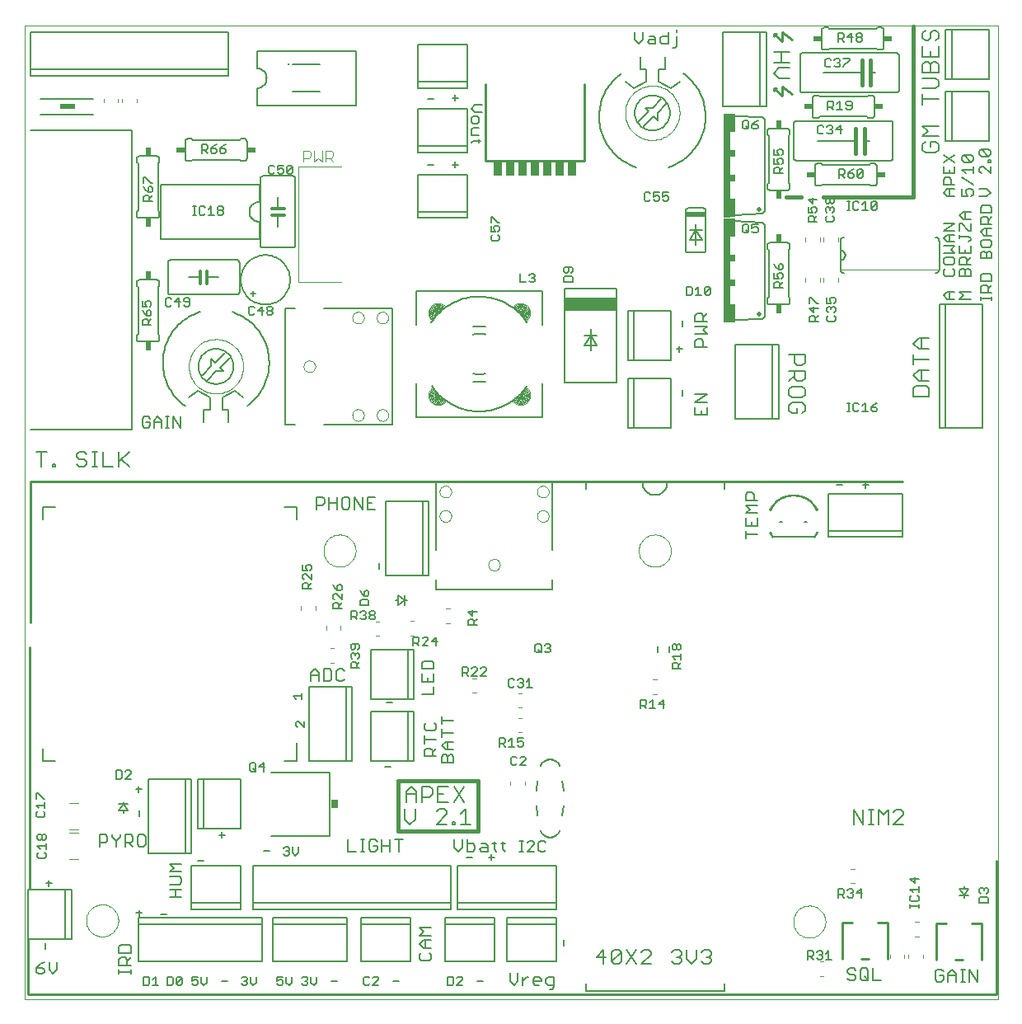
<source format=gto>
G75*
G70*
%OFA0B0*%
%FSLAX24Y24*%
%IPPOS*%
%LPD*%
%AMOC8*
5,1,8,0,0,1.08239X$1,22.5*
%
%ADD10C,0.0000*%
%ADD11C,0.0070*%
%ADD12C,0.0060*%
%ADD13C,0.0080*%
%ADD14C,0.0050*%
%ADD15C,0.0100*%
%ADD16C,0.0160*%
%ADD17C,0.0040*%
%ADD18C,0.0039*%
%ADD19C,0.0010*%
%ADD20R,0.0300X0.0340*%
%ADD21C,0.0020*%
%ADD22R,0.0340X0.0240*%
%ADD23R,0.0240X0.0340*%
%ADD24C,0.0200*%
%ADD25R,0.0300X0.4200*%
%ADD26R,0.0200X0.0750*%
%ADD27R,0.0200X0.0300*%
%ADD28R,0.0630X0.0236*%
%ADD29C,0.0120*%
%ADD30R,0.0320X0.0560*%
%ADD31C,0.0079*%
%ADD32R,0.2100X0.0550*%
%ADD33R,0.0800X0.0200*%
%ADD34C,0.0079*%
D10*
X003124Y000101D02*
X003124Y039471D01*
X042494Y039471D01*
X042494Y000101D01*
X003124Y000101D01*
X005624Y003301D02*
X005626Y003351D01*
X005632Y003401D01*
X005642Y003451D01*
X005655Y003499D01*
X005672Y003547D01*
X005693Y003593D01*
X005717Y003637D01*
X005745Y003679D01*
X005776Y003719D01*
X005810Y003756D01*
X005847Y003791D01*
X005886Y003822D01*
X005927Y003851D01*
X005971Y003876D01*
X006017Y003898D01*
X006064Y003916D01*
X006112Y003930D01*
X006161Y003941D01*
X006211Y003948D01*
X006261Y003951D01*
X006312Y003950D01*
X006362Y003945D01*
X006412Y003936D01*
X006460Y003924D01*
X006508Y003907D01*
X006554Y003887D01*
X006599Y003864D01*
X006642Y003837D01*
X006682Y003807D01*
X006720Y003774D01*
X006755Y003738D01*
X006788Y003699D01*
X006817Y003658D01*
X006843Y003615D01*
X006866Y003570D01*
X006885Y003523D01*
X006900Y003475D01*
X006912Y003426D01*
X006920Y003376D01*
X006924Y003326D01*
X006924Y003276D01*
X006920Y003226D01*
X006912Y003176D01*
X006900Y003127D01*
X006885Y003079D01*
X006866Y003032D01*
X006843Y002987D01*
X006817Y002944D01*
X006788Y002903D01*
X006755Y002864D01*
X006720Y002828D01*
X006682Y002795D01*
X006642Y002765D01*
X006599Y002738D01*
X006554Y002715D01*
X006508Y002695D01*
X006460Y002678D01*
X006412Y002666D01*
X006362Y002657D01*
X006312Y002652D01*
X006261Y002651D01*
X006211Y002654D01*
X006161Y002661D01*
X006112Y002672D01*
X006064Y002686D01*
X006017Y002704D01*
X005971Y002726D01*
X005927Y002751D01*
X005886Y002780D01*
X005847Y002811D01*
X005810Y002846D01*
X005776Y002883D01*
X005745Y002923D01*
X005717Y002965D01*
X005693Y003009D01*
X005672Y003055D01*
X005655Y003103D01*
X005642Y003151D01*
X005632Y003201D01*
X005626Y003251D01*
X005624Y003301D01*
X015224Y018251D02*
X015226Y018301D01*
X015232Y018351D01*
X015242Y018401D01*
X015255Y018449D01*
X015272Y018497D01*
X015293Y018543D01*
X015317Y018587D01*
X015345Y018629D01*
X015376Y018669D01*
X015410Y018706D01*
X015447Y018741D01*
X015486Y018772D01*
X015527Y018801D01*
X015571Y018826D01*
X015617Y018848D01*
X015664Y018866D01*
X015712Y018880D01*
X015761Y018891D01*
X015811Y018898D01*
X015861Y018901D01*
X015912Y018900D01*
X015962Y018895D01*
X016012Y018886D01*
X016060Y018874D01*
X016108Y018857D01*
X016154Y018837D01*
X016199Y018814D01*
X016242Y018787D01*
X016282Y018757D01*
X016320Y018724D01*
X016355Y018688D01*
X016388Y018649D01*
X016417Y018608D01*
X016443Y018565D01*
X016466Y018520D01*
X016485Y018473D01*
X016500Y018425D01*
X016512Y018376D01*
X016520Y018326D01*
X016524Y018276D01*
X016524Y018226D01*
X016520Y018176D01*
X016512Y018126D01*
X016500Y018077D01*
X016485Y018029D01*
X016466Y017982D01*
X016443Y017937D01*
X016417Y017894D01*
X016388Y017853D01*
X016355Y017814D01*
X016320Y017778D01*
X016282Y017745D01*
X016242Y017715D01*
X016199Y017688D01*
X016154Y017665D01*
X016108Y017645D01*
X016060Y017628D01*
X016012Y017616D01*
X015962Y017607D01*
X015912Y017602D01*
X015861Y017601D01*
X015811Y017604D01*
X015761Y017611D01*
X015712Y017622D01*
X015664Y017636D01*
X015617Y017654D01*
X015571Y017676D01*
X015527Y017701D01*
X015486Y017730D01*
X015447Y017761D01*
X015410Y017796D01*
X015376Y017833D01*
X015345Y017873D01*
X015317Y017915D01*
X015293Y017959D01*
X015272Y018005D01*
X015255Y018053D01*
X015242Y018101D01*
X015232Y018151D01*
X015226Y018201D01*
X015224Y018251D01*
X019920Y019651D02*
X019922Y019681D01*
X019928Y019711D01*
X019937Y019740D01*
X019950Y019767D01*
X019967Y019792D01*
X019986Y019815D01*
X020009Y019836D01*
X020034Y019853D01*
X020060Y019867D01*
X020089Y019877D01*
X020118Y019884D01*
X020148Y019887D01*
X020179Y019886D01*
X020209Y019881D01*
X020238Y019872D01*
X020265Y019860D01*
X020291Y019845D01*
X020315Y019826D01*
X020336Y019804D01*
X020354Y019780D01*
X020369Y019753D01*
X020380Y019725D01*
X020388Y019696D01*
X020392Y019666D01*
X020392Y019636D01*
X020388Y019606D01*
X020380Y019577D01*
X020369Y019549D01*
X020354Y019522D01*
X020336Y019498D01*
X020315Y019476D01*
X020291Y019457D01*
X020265Y019442D01*
X020238Y019430D01*
X020209Y019421D01*
X020179Y019416D01*
X020148Y019415D01*
X020118Y019418D01*
X020089Y019425D01*
X020060Y019435D01*
X020034Y019449D01*
X020009Y019466D01*
X019986Y019487D01*
X019967Y019510D01*
X019950Y019535D01*
X019937Y019562D01*
X019928Y019591D01*
X019922Y019621D01*
X019920Y019651D01*
X019920Y020635D02*
X019922Y020665D01*
X019928Y020695D01*
X019937Y020724D01*
X019950Y020751D01*
X019967Y020776D01*
X019986Y020799D01*
X020009Y020820D01*
X020034Y020837D01*
X020060Y020851D01*
X020089Y020861D01*
X020118Y020868D01*
X020148Y020871D01*
X020179Y020870D01*
X020209Y020865D01*
X020238Y020856D01*
X020265Y020844D01*
X020291Y020829D01*
X020315Y020810D01*
X020336Y020788D01*
X020354Y020764D01*
X020369Y020737D01*
X020380Y020709D01*
X020388Y020680D01*
X020392Y020650D01*
X020392Y020620D01*
X020388Y020590D01*
X020380Y020561D01*
X020369Y020533D01*
X020354Y020506D01*
X020336Y020482D01*
X020315Y020460D01*
X020291Y020441D01*
X020265Y020426D01*
X020238Y020414D01*
X020209Y020405D01*
X020179Y020400D01*
X020148Y020399D01*
X020118Y020402D01*
X020089Y020409D01*
X020060Y020419D01*
X020034Y020433D01*
X020009Y020450D01*
X019986Y020471D01*
X019967Y020494D01*
X019950Y020519D01*
X019937Y020546D01*
X019928Y020575D01*
X019922Y020605D01*
X019920Y020635D01*
X021888Y017682D02*
X021890Y017712D01*
X021896Y017742D01*
X021905Y017771D01*
X021918Y017798D01*
X021935Y017823D01*
X021954Y017846D01*
X021977Y017867D01*
X022002Y017884D01*
X022028Y017898D01*
X022057Y017908D01*
X022086Y017915D01*
X022116Y017918D01*
X022147Y017917D01*
X022177Y017912D01*
X022206Y017903D01*
X022233Y017891D01*
X022259Y017876D01*
X022283Y017857D01*
X022304Y017835D01*
X022322Y017811D01*
X022337Y017784D01*
X022348Y017756D01*
X022356Y017727D01*
X022360Y017697D01*
X022360Y017667D01*
X022356Y017637D01*
X022348Y017608D01*
X022337Y017580D01*
X022322Y017553D01*
X022304Y017529D01*
X022283Y017507D01*
X022259Y017488D01*
X022233Y017473D01*
X022206Y017461D01*
X022177Y017452D01*
X022147Y017447D01*
X022116Y017446D01*
X022086Y017449D01*
X022057Y017456D01*
X022028Y017466D01*
X022002Y017480D01*
X021977Y017497D01*
X021954Y017518D01*
X021935Y017541D01*
X021918Y017566D01*
X021905Y017593D01*
X021896Y017622D01*
X021890Y017652D01*
X021888Y017682D01*
X023857Y019651D02*
X023859Y019681D01*
X023865Y019711D01*
X023874Y019740D01*
X023887Y019767D01*
X023904Y019792D01*
X023923Y019815D01*
X023946Y019836D01*
X023971Y019853D01*
X023997Y019867D01*
X024026Y019877D01*
X024055Y019884D01*
X024085Y019887D01*
X024116Y019886D01*
X024146Y019881D01*
X024175Y019872D01*
X024202Y019860D01*
X024228Y019845D01*
X024252Y019826D01*
X024273Y019804D01*
X024291Y019780D01*
X024306Y019753D01*
X024317Y019725D01*
X024325Y019696D01*
X024329Y019666D01*
X024329Y019636D01*
X024325Y019606D01*
X024317Y019577D01*
X024306Y019549D01*
X024291Y019522D01*
X024273Y019498D01*
X024252Y019476D01*
X024228Y019457D01*
X024202Y019442D01*
X024175Y019430D01*
X024146Y019421D01*
X024116Y019416D01*
X024085Y019415D01*
X024055Y019418D01*
X024026Y019425D01*
X023997Y019435D01*
X023971Y019449D01*
X023946Y019466D01*
X023923Y019487D01*
X023904Y019510D01*
X023887Y019535D01*
X023874Y019562D01*
X023865Y019591D01*
X023859Y019621D01*
X023857Y019651D01*
X023857Y020635D02*
X023859Y020665D01*
X023865Y020695D01*
X023874Y020724D01*
X023887Y020751D01*
X023904Y020776D01*
X023923Y020799D01*
X023946Y020820D01*
X023971Y020837D01*
X023997Y020851D01*
X024026Y020861D01*
X024055Y020868D01*
X024085Y020871D01*
X024116Y020870D01*
X024146Y020865D01*
X024175Y020856D01*
X024202Y020844D01*
X024228Y020829D01*
X024252Y020810D01*
X024273Y020788D01*
X024291Y020764D01*
X024306Y020737D01*
X024317Y020709D01*
X024325Y020680D01*
X024329Y020650D01*
X024329Y020620D01*
X024325Y020590D01*
X024317Y020561D01*
X024306Y020533D01*
X024291Y020506D01*
X024273Y020482D01*
X024252Y020460D01*
X024228Y020441D01*
X024202Y020426D01*
X024175Y020414D01*
X024146Y020405D01*
X024116Y020400D01*
X024085Y020399D01*
X024055Y020402D01*
X024026Y020409D01*
X023997Y020419D01*
X023971Y020433D01*
X023946Y020450D01*
X023923Y020471D01*
X023904Y020494D01*
X023887Y020519D01*
X023874Y020546D01*
X023865Y020575D01*
X023859Y020605D01*
X023857Y020635D01*
X027974Y018251D02*
X027976Y018301D01*
X027982Y018351D01*
X027992Y018401D01*
X028005Y018449D01*
X028022Y018497D01*
X028043Y018543D01*
X028067Y018587D01*
X028095Y018629D01*
X028126Y018669D01*
X028160Y018706D01*
X028197Y018741D01*
X028236Y018772D01*
X028277Y018801D01*
X028321Y018826D01*
X028367Y018848D01*
X028414Y018866D01*
X028462Y018880D01*
X028511Y018891D01*
X028561Y018898D01*
X028611Y018901D01*
X028662Y018900D01*
X028712Y018895D01*
X028762Y018886D01*
X028810Y018874D01*
X028858Y018857D01*
X028904Y018837D01*
X028949Y018814D01*
X028992Y018787D01*
X029032Y018757D01*
X029070Y018724D01*
X029105Y018688D01*
X029138Y018649D01*
X029167Y018608D01*
X029193Y018565D01*
X029216Y018520D01*
X029235Y018473D01*
X029250Y018425D01*
X029262Y018376D01*
X029270Y018326D01*
X029274Y018276D01*
X029274Y018226D01*
X029270Y018176D01*
X029262Y018126D01*
X029250Y018077D01*
X029235Y018029D01*
X029216Y017982D01*
X029193Y017937D01*
X029167Y017894D01*
X029138Y017853D01*
X029105Y017814D01*
X029070Y017778D01*
X029032Y017745D01*
X028992Y017715D01*
X028949Y017688D01*
X028904Y017665D01*
X028858Y017645D01*
X028810Y017628D01*
X028762Y017616D01*
X028712Y017607D01*
X028662Y017602D01*
X028611Y017601D01*
X028561Y017604D01*
X028511Y017611D01*
X028462Y017622D01*
X028414Y017636D01*
X028367Y017654D01*
X028321Y017676D01*
X028277Y017701D01*
X028236Y017730D01*
X028197Y017761D01*
X028160Y017796D01*
X028126Y017833D01*
X028095Y017873D01*
X028067Y017915D01*
X028043Y017959D01*
X028022Y018005D01*
X028005Y018053D01*
X027992Y018101D01*
X027982Y018151D01*
X027976Y018201D01*
X027974Y018251D01*
X017373Y023732D02*
X017375Y023762D01*
X017381Y023792D01*
X017390Y023821D01*
X017403Y023848D01*
X017420Y023873D01*
X017439Y023896D01*
X017462Y023917D01*
X017487Y023934D01*
X017513Y023948D01*
X017542Y023958D01*
X017571Y023965D01*
X017601Y023968D01*
X017632Y023967D01*
X017662Y023962D01*
X017691Y023953D01*
X017718Y023941D01*
X017744Y023926D01*
X017768Y023907D01*
X017789Y023885D01*
X017807Y023861D01*
X017822Y023834D01*
X017833Y023806D01*
X017841Y023777D01*
X017845Y023747D01*
X017845Y023717D01*
X017841Y023687D01*
X017833Y023658D01*
X017822Y023630D01*
X017807Y023603D01*
X017789Y023579D01*
X017768Y023557D01*
X017744Y023538D01*
X017718Y023523D01*
X017691Y023511D01*
X017662Y023502D01*
X017632Y023497D01*
X017601Y023496D01*
X017571Y023499D01*
X017542Y023506D01*
X017513Y023516D01*
X017487Y023530D01*
X017462Y023547D01*
X017439Y023568D01*
X017420Y023591D01*
X017403Y023616D01*
X017390Y023643D01*
X017381Y023672D01*
X017375Y023702D01*
X017373Y023732D01*
X016388Y023732D02*
X016390Y023762D01*
X016396Y023792D01*
X016405Y023821D01*
X016418Y023848D01*
X016435Y023873D01*
X016454Y023896D01*
X016477Y023917D01*
X016502Y023934D01*
X016528Y023948D01*
X016557Y023958D01*
X016586Y023965D01*
X016616Y023968D01*
X016647Y023967D01*
X016677Y023962D01*
X016706Y023953D01*
X016733Y023941D01*
X016759Y023926D01*
X016783Y023907D01*
X016804Y023885D01*
X016822Y023861D01*
X016837Y023834D01*
X016848Y023806D01*
X016856Y023777D01*
X016860Y023747D01*
X016860Y023717D01*
X016856Y023687D01*
X016848Y023658D01*
X016837Y023630D01*
X016822Y023603D01*
X016804Y023579D01*
X016783Y023557D01*
X016759Y023538D01*
X016733Y023523D01*
X016706Y023511D01*
X016677Y023502D01*
X016647Y023497D01*
X016616Y023496D01*
X016586Y023499D01*
X016557Y023506D01*
X016528Y023516D01*
X016502Y023530D01*
X016477Y023547D01*
X016454Y023568D01*
X016435Y023591D01*
X016418Y023616D01*
X016405Y023643D01*
X016396Y023672D01*
X016390Y023702D01*
X016388Y023732D01*
X014420Y025701D02*
X014422Y025731D01*
X014428Y025761D01*
X014437Y025790D01*
X014450Y025817D01*
X014467Y025842D01*
X014486Y025865D01*
X014509Y025886D01*
X014534Y025903D01*
X014560Y025917D01*
X014589Y025927D01*
X014618Y025934D01*
X014648Y025937D01*
X014679Y025936D01*
X014709Y025931D01*
X014738Y025922D01*
X014765Y025910D01*
X014791Y025895D01*
X014815Y025876D01*
X014836Y025854D01*
X014854Y025830D01*
X014869Y025803D01*
X014880Y025775D01*
X014888Y025746D01*
X014892Y025716D01*
X014892Y025686D01*
X014888Y025656D01*
X014880Y025627D01*
X014869Y025599D01*
X014854Y025572D01*
X014836Y025548D01*
X014815Y025526D01*
X014791Y025507D01*
X014765Y025492D01*
X014738Y025480D01*
X014709Y025471D01*
X014679Y025466D01*
X014648Y025465D01*
X014618Y025468D01*
X014589Y025475D01*
X014560Y025485D01*
X014534Y025499D01*
X014509Y025516D01*
X014486Y025537D01*
X014467Y025560D01*
X014450Y025585D01*
X014437Y025612D01*
X014428Y025641D01*
X014422Y025671D01*
X014420Y025701D01*
X016388Y027669D02*
X016390Y027699D01*
X016396Y027729D01*
X016405Y027758D01*
X016418Y027785D01*
X016435Y027810D01*
X016454Y027833D01*
X016477Y027854D01*
X016502Y027871D01*
X016528Y027885D01*
X016557Y027895D01*
X016586Y027902D01*
X016616Y027905D01*
X016647Y027904D01*
X016677Y027899D01*
X016706Y027890D01*
X016733Y027878D01*
X016759Y027863D01*
X016783Y027844D01*
X016804Y027822D01*
X016822Y027798D01*
X016837Y027771D01*
X016848Y027743D01*
X016856Y027714D01*
X016860Y027684D01*
X016860Y027654D01*
X016856Y027624D01*
X016848Y027595D01*
X016837Y027567D01*
X016822Y027540D01*
X016804Y027516D01*
X016783Y027494D01*
X016759Y027475D01*
X016733Y027460D01*
X016706Y027448D01*
X016677Y027439D01*
X016647Y027434D01*
X016616Y027433D01*
X016586Y027436D01*
X016557Y027443D01*
X016528Y027453D01*
X016502Y027467D01*
X016477Y027484D01*
X016454Y027505D01*
X016435Y027528D01*
X016418Y027553D01*
X016405Y027580D01*
X016396Y027609D01*
X016390Y027639D01*
X016388Y027669D01*
X017373Y027669D02*
X017375Y027699D01*
X017381Y027729D01*
X017390Y027758D01*
X017403Y027785D01*
X017420Y027810D01*
X017439Y027833D01*
X017462Y027854D01*
X017487Y027871D01*
X017513Y027885D01*
X017542Y027895D01*
X017571Y027902D01*
X017601Y027905D01*
X017632Y027904D01*
X017662Y027899D01*
X017691Y027890D01*
X017718Y027878D01*
X017744Y027863D01*
X017768Y027844D01*
X017789Y027822D01*
X017807Y027798D01*
X017822Y027771D01*
X017833Y027743D01*
X017841Y027714D01*
X017845Y027684D01*
X017845Y027654D01*
X017841Y027624D01*
X017833Y027595D01*
X017822Y027567D01*
X017807Y027540D01*
X017789Y027516D01*
X017768Y027494D01*
X017744Y027475D01*
X017718Y027460D01*
X017691Y027448D01*
X017662Y027439D01*
X017632Y027434D01*
X017601Y027433D01*
X017571Y027436D01*
X017542Y027443D01*
X017513Y027453D01*
X017487Y027467D01*
X017462Y027484D01*
X017439Y027505D01*
X017420Y027528D01*
X017403Y027553D01*
X017390Y027580D01*
X017381Y027609D01*
X017375Y027639D01*
X017373Y027669D01*
X034224Y003251D02*
X034226Y003301D01*
X034232Y003351D01*
X034242Y003401D01*
X034255Y003449D01*
X034272Y003497D01*
X034293Y003543D01*
X034317Y003587D01*
X034345Y003629D01*
X034376Y003669D01*
X034410Y003706D01*
X034447Y003741D01*
X034486Y003772D01*
X034527Y003801D01*
X034571Y003826D01*
X034617Y003848D01*
X034664Y003866D01*
X034712Y003880D01*
X034761Y003891D01*
X034811Y003898D01*
X034861Y003901D01*
X034912Y003900D01*
X034962Y003895D01*
X035012Y003886D01*
X035060Y003874D01*
X035108Y003857D01*
X035154Y003837D01*
X035199Y003814D01*
X035242Y003787D01*
X035282Y003757D01*
X035320Y003724D01*
X035355Y003688D01*
X035388Y003649D01*
X035417Y003608D01*
X035443Y003565D01*
X035466Y003520D01*
X035485Y003473D01*
X035500Y003425D01*
X035512Y003376D01*
X035520Y003326D01*
X035524Y003276D01*
X035524Y003226D01*
X035520Y003176D01*
X035512Y003126D01*
X035500Y003077D01*
X035485Y003029D01*
X035466Y002982D01*
X035443Y002937D01*
X035417Y002894D01*
X035388Y002853D01*
X035355Y002814D01*
X035320Y002778D01*
X035282Y002745D01*
X035242Y002715D01*
X035199Y002688D01*
X035154Y002665D01*
X035108Y002645D01*
X035060Y002628D01*
X035012Y002616D01*
X034962Y002607D01*
X034912Y002602D01*
X034861Y002601D01*
X034811Y002604D01*
X034761Y002611D01*
X034712Y002622D01*
X034664Y002636D01*
X034617Y002654D01*
X034571Y002676D01*
X034527Y002701D01*
X034486Y002730D01*
X034447Y002761D01*
X034410Y002796D01*
X034376Y002833D01*
X034345Y002873D01*
X034317Y002915D01*
X034293Y002959D01*
X034272Y003005D01*
X034255Y003053D01*
X034242Y003101D01*
X034232Y003151D01*
X034226Y003201D01*
X034224Y003251D01*
D11*
X036413Y001284D02*
X036413Y001203D01*
X036494Y001121D01*
X036658Y001121D01*
X036739Y001039D01*
X036739Y000958D01*
X036658Y000876D01*
X036494Y000876D01*
X036413Y000958D01*
X036413Y001284D02*
X036494Y001366D01*
X036658Y001366D01*
X036739Y001284D01*
X036928Y001284D02*
X036928Y000958D01*
X037010Y000876D01*
X037173Y000876D01*
X037255Y000958D01*
X037255Y001284D01*
X037173Y001366D01*
X037010Y001366D01*
X036928Y001284D01*
X037092Y001039D02*
X037255Y000876D01*
X037444Y000876D02*
X037771Y000876D01*
X037444Y000876D02*
X037444Y001366D01*
X039969Y001234D02*
X039969Y000908D01*
X040050Y000826D01*
X040214Y000826D01*
X040296Y000908D01*
X040296Y001071D01*
X040132Y001071D01*
X039969Y001234D02*
X040050Y001316D01*
X040214Y001316D01*
X040296Y001234D01*
X040484Y001153D02*
X040648Y001316D01*
X040811Y001153D01*
X040811Y000826D01*
X041000Y000826D02*
X041163Y000826D01*
X041082Y000826D02*
X041082Y001316D01*
X041163Y001316D02*
X041000Y001316D01*
X040811Y001071D02*
X040484Y001071D01*
X040484Y001153D02*
X040484Y000826D01*
X041344Y000826D02*
X041344Y001316D01*
X041671Y000826D01*
X041671Y001316D01*
X024547Y001013D02*
X024547Y000604D01*
X024466Y000522D01*
X024384Y000522D01*
X024302Y000686D02*
X024547Y000686D01*
X024302Y000686D02*
X024220Y000768D01*
X024220Y000931D01*
X024302Y001013D01*
X024547Y001013D01*
X024032Y000931D02*
X024032Y000849D01*
X023705Y000849D01*
X023705Y000768D02*
X023705Y000931D01*
X023786Y001013D01*
X023950Y001013D01*
X024032Y000931D01*
X023950Y000686D02*
X023786Y000686D01*
X023705Y000768D01*
X023520Y001013D02*
X023439Y001013D01*
X023275Y000849D01*
X023275Y000686D02*
X023275Y001013D01*
X023086Y001176D02*
X023086Y000849D01*
X022923Y000686D01*
X022759Y000849D01*
X022759Y001176D01*
X019589Y001748D02*
X019589Y001911D01*
X019508Y001993D01*
X019589Y002181D02*
X019262Y002181D01*
X019099Y002345D01*
X019262Y002508D01*
X019589Y002508D01*
X019589Y002697D02*
X019099Y002697D01*
X019262Y002861D01*
X019099Y003024D01*
X019589Y003024D01*
X019344Y002508D02*
X019344Y002181D01*
X019181Y001993D02*
X019099Y001911D01*
X019099Y001748D01*
X019181Y001666D01*
X019508Y001666D01*
X019589Y001748D01*
X020673Y006086D02*
X020509Y006249D01*
X020509Y006576D01*
X020836Y006576D02*
X020836Y006249D01*
X020673Y006086D01*
X021025Y006086D02*
X021025Y006576D01*
X021025Y006413D02*
X021270Y006413D01*
X021352Y006331D01*
X021352Y006168D01*
X021270Y006086D01*
X021025Y006086D01*
X021541Y006168D02*
X021622Y006249D01*
X021868Y006249D01*
X021868Y006331D02*
X021868Y006086D01*
X021622Y006086D01*
X021541Y006168D01*
X021622Y006413D02*
X021786Y006413D01*
X021868Y006331D01*
X022056Y006413D02*
X022220Y006413D01*
X022138Y006494D02*
X022138Y006168D01*
X022220Y006086D01*
X022482Y006168D02*
X022482Y006494D01*
X022400Y006413D02*
X022564Y006413D01*
X022482Y006168D02*
X022564Y006086D01*
X020489Y009686D02*
X019999Y009686D01*
X019999Y009931D01*
X020081Y010013D01*
X020162Y010013D01*
X020244Y009931D01*
X020244Y009686D01*
X020244Y009931D02*
X020326Y010013D01*
X020408Y010013D01*
X020489Y009931D01*
X020489Y009686D01*
X020489Y010201D02*
X020162Y010201D01*
X019999Y010365D01*
X020162Y010528D01*
X020489Y010528D01*
X020244Y010528D02*
X020244Y010201D01*
X019789Y010263D02*
X019626Y010099D01*
X019626Y010181D02*
X019626Y009936D01*
X019789Y009936D02*
X019299Y009936D01*
X019299Y010181D01*
X019381Y010263D01*
X019544Y010263D01*
X019626Y010181D01*
X019299Y010451D02*
X019299Y010778D01*
X019299Y010615D02*
X019789Y010615D01*
X019999Y010717D02*
X019999Y011044D01*
X019999Y010881D02*
X020489Y010881D01*
X020489Y011396D02*
X019999Y011396D01*
X019999Y011233D02*
X019999Y011560D01*
X019708Y011294D02*
X019789Y011212D01*
X019789Y011049D01*
X019708Y010967D01*
X019381Y010967D01*
X019299Y011049D01*
X019299Y011212D01*
X019381Y011294D01*
X019199Y012436D02*
X019689Y012436D01*
X019689Y012763D01*
X019689Y012951D02*
X019689Y013278D01*
X019689Y013467D02*
X019689Y013712D01*
X019608Y013794D01*
X019281Y013794D01*
X019199Y013712D01*
X019199Y013467D01*
X019689Y013467D01*
X019444Y013115D02*
X019444Y012951D01*
X019199Y012951D02*
X019199Y013278D01*
X019199Y012951D02*
X019689Y012951D01*
X016071Y013058D02*
X015989Y012976D01*
X015826Y012976D01*
X015744Y013058D01*
X015744Y013384D01*
X015826Y013466D01*
X015989Y013466D01*
X016071Y013384D01*
X015555Y013384D02*
X015555Y013058D01*
X015473Y012976D01*
X015228Y012976D01*
X015228Y013466D01*
X015473Y013466D01*
X015555Y013384D01*
X015039Y013303D02*
X015039Y012976D01*
X015039Y013221D02*
X014713Y013221D01*
X014713Y013303D02*
X014876Y013466D01*
X015039Y013303D01*
X014713Y013303D02*
X014713Y012976D01*
X016209Y006576D02*
X016209Y006086D01*
X016536Y006086D01*
X016725Y006086D02*
X016889Y006086D01*
X016807Y006086D02*
X016807Y006576D01*
X016725Y006576D02*
X016889Y006576D01*
X017069Y006494D02*
X017069Y006168D01*
X017151Y006086D01*
X017314Y006086D01*
X017396Y006168D01*
X017396Y006331D01*
X017232Y006331D01*
X017069Y006494D02*
X017151Y006576D01*
X017314Y006576D01*
X017396Y006494D01*
X017584Y006576D02*
X017584Y006086D01*
X017584Y006331D02*
X017911Y006331D01*
X017911Y006576D02*
X017911Y006086D01*
X018264Y006086D02*
X018264Y006576D01*
X018427Y006576D02*
X018100Y006576D01*
X009489Y005594D02*
X008999Y005594D01*
X009162Y005431D01*
X008999Y005267D01*
X009489Y005267D01*
X009408Y005078D02*
X008999Y005078D01*
X008999Y004751D02*
X009408Y004751D01*
X009489Y004833D01*
X009489Y004997D01*
X009408Y005078D01*
X009489Y004563D02*
X008999Y004563D01*
X009244Y004563D02*
X009244Y004236D01*
X009489Y004236D02*
X008999Y004236D01*
X007951Y006286D02*
X008033Y006368D01*
X008033Y006694D01*
X007951Y006776D01*
X007788Y006776D01*
X007706Y006694D01*
X007706Y006368D01*
X007788Y006286D01*
X007951Y006286D01*
X007518Y006286D02*
X007354Y006449D01*
X007436Y006449D02*
X007191Y006449D01*
X007191Y006286D02*
X007191Y006776D01*
X007436Y006776D01*
X007518Y006694D01*
X007518Y006531D01*
X007436Y006449D01*
X007002Y006694D02*
X007002Y006776D01*
X007002Y006694D02*
X006839Y006531D01*
X006839Y006286D01*
X006839Y006531D02*
X006675Y006694D01*
X006675Y006776D01*
X006486Y006694D02*
X006486Y006531D01*
X006405Y006449D01*
X006159Y006449D01*
X006159Y006286D02*
X006159Y006776D01*
X006405Y006776D01*
X006486Y006694D01*
X007031Y002322D02*
X006949Y002240D01*
X006949Y001995D01*
X007439Y001995D01*
X007439Y002240D01*
X007358Y002322D01*
X007031Y002322D01*
X007031Y001806D02*
X007194Y001806D01*
X007276Y001725D01*
X007276Y001480D01*
X007276Y001643D02*
X007439Y001806D01*
X007439Y001480D02*
X006949Y001480D01*
X006949Y001725D01*
X007031Y001806D01*
X006949Y001299D02*
X006949Y001136D01*
X006949Y001218D02*
X007439Y001218D01*
X007439Y001299D02*
X007439Y001136D01*
X004452Y001299D02*
X004289Y001136D01*
X004125Y001299D01*
X004125Y001626D01*
X003936Y001626D02*
X003773Y001544D01*
X003609Y001381D01*
X003855Y001381D01*
X003936Y001299D01*
X003936Y001218D01*
X003855Y001136D01*
X003691Y001136D01*
X003609Y001218D01*
X003609Y001381D01*
X004452Y001299D02*
X004452Y001626D01*
X014931Y019926D02*
X014931Y020416D01*
X015176Y020416D01*
X015258Y020334D01*
X015258Y020171D01*
X015176Y020089D01*
X014931Y020089D01*
X015447Y020171D02*
X015774Y020171D01*
X015774Y020416D02*
X015774Y019926D01*
X015962Y020008D02*
X015962Y020334D01*
X016044Y020416D01*
X016208Y020416D01*
X016289Y020334D01*
X016289Y020008D01*
X016208Y019926D01*
X016044Y019926D01*
X015962Y020008D01*
X015447Y019926D02*
X015447Y020416D01*
X016478Y020416D02*
X016478Y019926D01*
X016805Y019926D02*
X016478Y020416D01*
X016805Y020416D02*
X016805Y019926D01*
X016994Y019926D02*
X017321Y019926D01*
X017157Y020171D02*
X016994Y020171D01*
X016994Y020416D02*
X016994Y019926D01*
X016994Y020416D02*
X017321Y020416D01*
X030249Y023736D02*
X030739Y023736D01*
X030739Y024063D01*
X030739Y024251D02*
X030249Y024251D01*
X030739Y024578D01*
X030249Y024578D01*
X030249Y024063D02*
X030249Y023736D01*
X030494Y023736D02*
X030494Y023899D01*
X030576Y026486D02*
X030576Y026731D01*
X030494Y026813D01*
X030331Y026813D01*
X030249Y026731D01*
X030249Y026486D01*
X030739Y026486D01*
X030739Y027001D02*
X030249Y027001D01*
X030249Y027328D02*
X030739Y027328D01*
X030576Y027165D01*
X030739Y027001D01*
X030739Y027517D02*
X030249Y027517D01*
X030249Y027762D01*
X030331Y027844D01*
X030494Y027844D01*
X030576Y027762D01*
X030576Y027517D01*
X030576Y027681D02*
X030739Y027844D01*
X032381Y020610D02*
X032544Y020610D01*
X032626Y020528D01*
X032626Y020283D01*
X032789Y020283D02*
X032299Y020283D01*
X032299Y020528D01*
X032381Y020610D01*
X032299Y020094D02*
X032789Y020094D01*
X032789Y019767D02*
X032299Y019767D01*
X032462Y019931D01*
X032299Y020094D01*
X032299Y019578D02*
X032299Y019251D01*
X032789Y019251D01*
X032789Y019578D01*
X032544Y019415D02*
X032544Y019251D01*
X032299Y019063D02*
X032299Y018736D01*
X032299Y018899D02*
X032789Y018899D01*
X029438Y038572D02*
X029520Y038654D01*
X029520Y039063D01*
X029520Y039226D02*
X029520Y039308D01*
X029168Y039226D02*
X029168Y038736D01*
X028922Y038736D01*
X028841Y038818D01*
X028841Y038981D01*
X028922Y039063D01*
X029168Y039063D01*
X028652Y038981D02*
X028652Y038736D01*
X028407Y038736D01*
X028325Y038818D01*
X028407Y038899D01*
X028652Y038899D01*
X028652Y038981D02*
X028570Y039063D01*
X028407Y039063D01*
X028136Y038899D02*
X028136Y039226D01*
X027809Y039226D02*
X027809Y038899D01*
X027973Y038736D01*
X028136Y038899D01*
X029356Y038572D02*
X029438Y038572D01*
D12*
X031374Y039201D02*
X031374Y036201D01*
X032874Y036201D01*
X033124Y036201D01*
X033124Y039201D01*
X032874Y039201D01*
X032874Y036201D01*
X032974Y035776D02*
X031824Y035826D01*
X032974Y035776D02*
X033074Y035676D01*
X033074Y031976D01*
X032974Y031876D01*
X031824Y031826D01*
X031824Y031576D02*
X032974Y031526D01*
X033074Y031426D01*
X033074Y027726D01*
X032974Y027626D01*
X031824Y027576D01*
X031874Y026576D02*
X031874Y023576D01*
X033374Y023576D01*
X033624Y023576D01*
X033624Y026576D01*
X033374Y026576D01*
X033374Y023576D01*
X034054Y023917D02*
X034161Y023810D01*
X034375Y023810D01*
X034375Y024024D01*
X034588Y024237D02*
X034161Y024237D01*
X034054Y024130D01*
X034054Y023917D01*
X034588Y023810D02*
X034695Y023917D01*
X034695Y024130D01*
X034588Y024237D01*
X034588Y024455D02*
X034161Y024455D01*
X034054Y024561D01*
X034054Y024775D01*
X034161Y024882D01*
X034588Y024882D01*
X034695Y024775D01*
X034695Y024561D01*
X034588Y024455D01*
X034588Y025099D02*
X034375Y025099D01*
X034268Y025206D01*
X034268Y025526D01*
X034268Y025313D02*
X034054Y025099D01*
X034054Y025526D02*
X034695Y025526D01*
X034695Y025206D01*
X034588Y025099D01*
X034588Y025744D02*
X034375Y025744D01*
X034268Y025851D01*
X034268Y026171D01*
X034054Y026171D02*
X034695Y026171D01*
X034695Y025851D01*
X034588Y025744D01*
X033374Y026576D02*
X031874Y026576D01*
X033274Y028201D02*
X033974Y028201D01*
X033991Y028203D01*
X034008Y028207D01*
X034024Y028214D01*
X034038Y028224D01*
X034051Y028237D01*
X034061Y028251D01*
X034068Y028267D01*
X034072Y028284D01*
X034074Y028301D01*
X034074Y028451D01*
X034024Y028501D01*
X034024Y030401D01*
X034074Y030451D01*
X034074Y030601D01*
X034072Y030618D01*
X034068Y030635D01*
X034061Y030651D01*
X034051Y030665D01*
X034038Y030678D01*
X034024Y030688D01*
X034008Y030695D01*
X033991Y030699D01*
X033974Y030701D01*
X033274Y030701D01*
X033257Y030699D01*
X033240Y030695D01*
X033224Y030688D01*
X033210Y030678D01*
X033197Y030665D01*
X033187Y030651D01*
X033180Y030635D01*
X033176Y030618D01*
X033174Y030601D01*
X033174Y030451D01*
X033224Y030401D01*
X033224Y028501D01*
X033174Y028451D01*
X033174Y028301D01*
X033176Y028284D01*
X033180Y028267D01*
X033187Y028251D01*
X033197Y028237D01*
X033210Y028224D01*
X033224Y028214D01*
X033240Y028207D01*
X033257Y028203D01*
X033274Y028201D01*
X030674Y030401D02*
X030674Y032001D01*
X030672Y032018D01*
X030668Y032035D01*
X030661Y032051D01*
X030651Y032065D01*
X030638Y032078D01*
X030624Y032088D01*
X030608Y032095D01*
X030591Y032099D01*
X030574Y032101D01*
X029974Y032101D01*
X029957Y032099D01*
X029940Y032095D01*
X029924Y032088D01*
X029910Y032078D01*
X029897Y032065D01*
X029887Y032051D01*
X029880Y032035D01*
X029876Y032018D01*
X029874Y032001D01*
X029874Y030401D01*
X029876Y030384D01*
X029880Y030367D01*
X029887Y030351D01*
X029897Y030337D01*
X029910Y030324D01*
X029924Y030314D01*
X029940Y030307D01*
X029957Y030303D01*
X029974Y030301D01*
X030574Y030301D01*
X030591Y030303D01*
X030608Y030307D01*
X030624Y030314D01*
X030638Y030324D01*
X030651Y030337D01*
X030661Y030351D01*
X030668Y030367D01*
X030672Y030384D01*
X030674Y030401D01*
X030524Y030801D02*
X030024Y030801D01*
X030274Y031201D01*
X030024Y031201D01*
X030274Y031201D02*
X030524Y031201D01*
X030274Y031201D02*
X030524Y030801D01*
X030274Y030601D02*
X030274Y031201D01*
X030274Y031451D01*
X033174Y032926D02*
X033174Y033076D01*
X033224Y033126D01*
X033224Y035026D01*
X033174Y035076D01*
X033174Y035226D01*
X033176Y035243D01*
X033180Y035260D01*
X033187Y035276D01*
X033197Y035290D01*
X033210Y035303D01*
X033224Y035313D01*
X033240Y035320D01*
X033257Y035324D01*
X033274Y035326D01*
X033974Y035326D01*
X033991Y035324D01*
X034008Y035320D01*
X034024Y035313D01*
X034038Y035303D01*
X034051Y035290D01*
X034061Y035276D01*
X034068Y035260D01*
X034072Y035243D01*
X034074Y035226D01*
X034074Y035076D01*
X034024Y035026D01*
X034024Y033126D01*
X034074Y033076D01*
X034074Y032926D01*
X034072Y032909D01*
X034068Y032892D01*
X034061Y032876D01*
X034051Y032862D01*
X034038Y032849D01*
X034024Y032839D01*
X034008Y032832D01*
X033991Y032828D01*
X033974Y032826D01*
X033274Y032826D01*
X033257Y032828D01*
X033240Y032832D01*
X033224Y032839D01*
X033210Y032849D01*
X033197Y032862D01*
X033187Y032876D01*
X033180Y032892D01*
X033176Y032909D01*
X033174Y032926D01*
X034349Y034026D02*
X038149Y034026D01*
X038166Y034028D01*
X038183Y034032D01*
X038199Y034039D01*
X038213Y034049D01*
X038226Y034062D01*
X038236Y034076D01*
X038243Y034092D01*
X038247Y034109D01*
X038249Y034126D01*
X038249Y035526D01*
X038247Y035543D01*
X038243Y035560D01*
X038236Y035576D01*
X038226Y035590D01*
X038213Y035603D01*
X038199Y035613D01*
X038183Y035620D01*
X038166Y035624D01*
X038149Y035626D01*
X034349Y035626D01*
X034332Y035624D01*
X034315Y035620D01*
X034299Y035613D01*
X034285Y035603D01*
X034272Y035590D01*
X034262Y035576D01*
X034255Y035560D01*
X034251Y035543D01*
X034249Y035526D01*
X034249Y034126D01*
X034251Y034109D01*
X034255Y034092D01*
X034262Y034076D01*
X034272Y034062D01*
X034285Y034049D01*
X034299Y034039D01*
X034315Y034032D01*
X034332Y034028D01*
X034349Y034026D01*
X035099Y033801D02*
X035099Y033101D01*
X035101Y033084D01*
X035105Y033067D01*
X035112Y033051D01*
X035122Y033037D01*
X035135Y033024D01*
X035149Y033014D01*
X035165Y033007D01*
X035182Y033003D01*
X035199Y033001D01*
X035349Y033001D01*
X035399Y033051D01*
X037299Y033051D01*
X037349Y033001D01*
X037499Y033001D01*
X037516Y033003D01*
X037533Y033007D01*
X037549Y033014D01*
X037563Y033024D01*
X037576Y033037D01*
X037586Y033051D01*
X037593Y033067D01*
X037597Y033084D01*
X037599Y033101D01*
X037599Y033801D01*
X037597Y033818D01*
X037593Y033835D01*
X037586Y033851D01*
X037576Y033865D01*
X037563Y033878D01*
X037549Y033888D01*
X037533Y033895D01*
X037516Y033899D01*
X037499Y033901D01*
X037349Y033901D01*
X037299Y033851D01*
X035399Y033851D01*
X035349Y033901D01*
X035199Y033901D01*
X035182Y033899D01*
X035165Y033895D01*
X035149Y033888D01*
X035135Y033878D01*
X035122Y033865D01*
X035112Y033851D01*
X035105Y033835D01*
X035101Y033818D01*
X035099Y033801D01*
X035199Y034826D02*
X036749Y034826D01*
X037099Y034826D02*
X037299Y034826D01*
X037249Y035751D02*
X037199Y035801D01*
X035299Y035801D01*
X035249Y035751D01*
X035099Y035751D01*
X035082Y035753D01*
X035065Y035757D01*
X035049Y035764D01*
X035035Y035774D01*
X035022Y035787D01*
X035012Y035801D01*
X035005Y035817D01*
X035001Y035834D01*
X034999Y035851D01*
X034999Y036551D01*
X035001Y036568D01*
X035005Y036585D01*
X035012Y036601D01*
X035022Y036615D01*
X035035Y036628D01*
X035049Y036638D01*
X035065Y036645D01*
X035082Y036649D01*
X035099Y036651D01*
X035249Y036651D01*
X035299Y036601D01*
X037199Y036601D01*
X037249Y036651D01*
X037399Y036651D01*
X037416Y036649D01*
X037433Y036645D01*
X037449Y036638D01*
X037463Y036628D01*
X037476Y036615D01*
X037486Y036601D01*
X037493Y036585D01*
X037497Y036568D01*
X037499Y036551D01*
X037499Y035851D01*
X037497Y035834D01*
X037493Y035817D01*
X037486Y035801D01*
X037476Y035787D01*
X037463Y035774D01*
X037449Y035764D01*
X037433Y035757D01*
X037416Y035753D01*
X037399Y035751D01*
X037249Y035751D01*
X038399Y036776D02*
X034599Y036776D01*
X034582Y036778D01*
X034565Y036782D01*
X034549Y036789D01*
X034535Y036799D01*
X034522Y036812D01*
X034512Y036826D01*
X034505Y036842D01*
X034501Y036859D01*
X034499Y036876D01*
X034499Y038276D01*
X034501Y038293D01*
X034505Y038310D01*
X034512Y038326D01*
X034522Y038340D01*
X034535Y038353D01*
X034549Y038363D01*
X034565Y038370D01*
X034582Y038374D01*
X034599Y038376D01*
X038399Y038376D01*
X038416Y038374D01*
X038433Y038370D01*
X038449Y038363D01*
X038463Y038353D01*
X038476Y038340D01*
X038486Y038326D01*
X038493Y038310D01*
X038497Y038293D01*
X038499Y038276D01*
X038499Y036876D01*
X038497Y036859D01*
X038493Y036842D01*
X038486Y036826D01*
X038476Y036812D01*
X038463Y036799D01*
X038449Y036789D01*
X038433Y036782D01*
X038416Y036778D01*
X038399Y036776D01*
X037549Y037576D02*
X037349Y037576D01*
X036999Y037576D02*
X035449Y037576D01*
X035474Y038501D02*
X035624Y038501D01*
X035674Y038551D01*
X037574Y038551D01*
X037624Y038501D01*
X037774Y038501D01*
X037791Y038503D01*
X037808Y038507D01*
X037824Y038514D01*
X037838Y038524D01*
X037851Y038537D01*
X037861Y038551D01*
X037868Y038567D01*
X037872Y038584D01*
X037874Y038601D01*
X037874Y039301D01*
X037872Y039318D01*
X037868Y039335D01*
X037861Y039351D01*
X037851Y039365D01*
X037838Y039378D01*
X037824Y039388D01*
X037808Y039395D01*
X037791Y039399D01*
X037774Y039401D01*
X037624Y039401D01*
X037574Y039351D01*
X035674Y039351D01*
X035624Y039401D01*
X035474Y039401D01*
X035457Y039399D01*
X035440Y039395D01*
X035424Y039388D01*
X035410Y039378D01*
X035397Y039365D01*
X035387Y039351D01*
X035380Y039335D01*
X035376Y039318D01*
X035374Y039301D01*
X035374Y038601D01*
X035376Y038584D01*
X035380Y038567D01*
X035387Y038551D01*
X035397Y038537D01*
X035410Y038524D01*
X035424Y038514D01*
X035440Y038507D01*
X035457Y038503D01*
X035474Y038501D01*
X034070Y038421D02*
X033429Y038421D01*
X033750Y038421D02*
X033750Y037994D01*
X033643Y037776D02*
X033429Y037563D01*
X033643Y037349D01*
X034070Y037349D01*
X034070Y037776D02*
X033643Y037776D01*
X033429Y037994D02*
X034070Y037994D01*
X032874Y039201D02*
X031374Y039201D01*
X039454Y039188D02*
X039454Y038974D01*
X039561Y038867D01*
X039667Y038867D01*
X039774Y038974D01*
X039774Y039188D01*
X039881Y039294D01*
X039988Y039294D01*
X040094Y039188D01*
X040094Y038974D01*
X039988Y038867D01*
X040094Y038650D02*
X040094Y038223D01*
X039454Y038223D01*
X039454Y038650D01*
X039774Y038436D02*
X039774Y038223D01*
X039667Y038005D02*
X039774Y037899D01*
X039774Y037578D01*
X039988Y037361D02*
X039454Y037361D01*
X039454Y037578D02*
X039454Y037899D01*
X039561Y038005D01*
X039667Y038005D01*
X039774Y037899D02*
X039881Y038005D01*
X039988Y038005D01*
X040094Y037899D01*
X040094Y037578D01*
X039454Y037578D01*
X039988Y037361D02*
X040094Y037254D01*
X040094Y037041D01*
X039988Y036934D01*
X039454Y036934D01*
X039454Y036716D02*
X039454Y036289D01*
X039454Y036503D02*
X040094Y036503D01*
X040374Y036826D02*
X040624Y036826D01*
X042124Y036826D01*
X042124Y034826D01*
X040624Y034826D01*
X040374Y034826D01*
X040374Y036826D01*
X040624Y036826D02*
X040624Y034826D01*
X040094Y034676D02*
X040094Y034463D01*
X039988Y034356D01*
X039561Y034356D01*
X039454Y034463D01*
X039454Y034676D01*
X039561Y034783D01*
X039774Y034783D02*
X039774Y034569D01*
X039774Y034783D02*
X039988Y034783D01*
X040094Y034676D01*
X040094Y035000D02*
X039454Y035000D01*
X039667Y035214D01*
X039454Y035427D01*
X040094Y035427D01*
X040304Y034255D02*
X040744Y033962D01*
X040744Y033795D02*
X040744Y033501D01*
X040304Y033501D01*
X040304Y033795D01*
X040304Y033962D02*
X040744Y034255D01*
X041054Y034182D02*
X041127Y034255D01*
X041421Y033962D01*
X041494Y034035D01*
X041494Y034182D01*
X041421Y034255D01*
X041127Y034255D01*
X041054Y034182D02*
X041054Y034035D01*
X041127Y033962D01*
X041421Y033962D01*
X041494Y033795D02*
X041494Y033501D01*
X041494Y033648D02*
X041054Y033648D01*
X041201Y033501D01*
X041054Y033335D02*
X041494Y033041D01*
X041421Y032874D02*
X041494Y032801D01*
X041494Y032654D01*
X041421Y032581D01*
X041274Y032581D02*
X041201Y032728D01*
X041201Y032801D01*
X041274Y032874D01*
X041421Y032874D01*
X041274Y032581D02*
X041054Y032581D01*
X041054Y032874D01*
X040744Y032874D02*
X040451Y032874D01*
X040304Y032728D01*
X040451Y032581D01*
X040744Y032581D01*
X040524Y032581D02*
X040524Y032874D01*
X040598Y033041D02*
X040598Y033261D01*
X040524Y033335D01*
X040377Y033335D01*
X040304Y033261D01*
X040304Y033041D01*
X040744Y033041D01*
X040524Y033501D02*
X040524Y033648D01*
X041754Y033575D02*
X041827Y033501D01*
X041754Y033575D02*
X041754Y033722D01*
X041827Y033795D01*
X041901Y033795D01*
X042194Y033501D01*
X042194Y033795D01*
X042194Y033962D02*
X042194Y034035D01*
X042121Y034035D01*
X042121Y033962D01*
X042194Y033962D01*
X042121Y034192D02*
X041827Y034486D01*
X042121Y034486D01*
X042194Y034412D01*
X042194Y034265D01*
X042121Y034192D01*
X041827Y034192D01*
X041754Y034265D01*
X041754Y034412D01*
X041827Y034486D01*
X041754Y032874D02*
X042048Y032874D01*
X042194Y032728D01*
X042048Y032581D01*
X041754Y032581D01*
X041877Y032204D02*
X041804Y032130D01*
X041804Y031910D01*
X042244Y031910D01*
X042244Y032130D01*
X042171Y032204D01*
X041877Y032204D01*
X041877Y031743D02*
X042024Y031743D01*
X042098Y031670D01*
X042098Y031450D01*
X042244Y031450D02*
X041804Y031450D01*
X041804Y031670D01*
X041877Y031743D01*
X042098Y031597D02*
X042244Y031743D01*
X042244Y031283D02*
X041951Y031283D01*
X041804Y031136D01*
X041951Y030989D01*
X042244Y030989D01*
X042171Y030823D02*
X041877Y030823D01*
X041804Y030749D01*
X041804Y030602D01*
X041877Y030529D01*
X042171Y030529D01*
X042244Y030602D01*
X042244Y030749D01*
X042171Y030823D01*
X042024Y030989D02*
X042024Y031283D01*
X041394Y031193D02*
X041394Y031486D01*
X041394Y031653D02*
X041101Y031653D01*
X040954Y031800D01*
X041101Y031947D01*
X041394Y031947D01*
X041174Y031947D02*
X041174Y031653D01*
X041027Y031486D02*
X041321Y031193D01*
X041394Y031193D01*
X041321Y030953D02*
X040954Y030953D01*
X040954Y031026D02*
X040954Y030879D01*
X040744Y030733D02*
X040451Y030733D01*
X040304Y030879D01*
X040451Y031026D01*
X040744Y031026D01*
X040744Y031193D02*
X040304Y031193D01*
X040744Y031486D01*
X040304Y031486D01*
X040954Y031486D02*
X040954Y031193D01*
X040954Y031486D02*
X041027Y031486D01*
X041321Y030953D02*
X041394Y030879D01*
X041394Y030806D01*
X041321Y030733D01*
X041394Y030566D02*
X041394Y030272D01*
X040954Y030272D01*
X040954Y030566D01*
X040744Y030566D02*
X040304Y030566D01*
X040124Y030771D02*
X040124Y029631D01*
X040124Y029621D01*
X040124Y029631D02*
X040122Y029608D01*
X040117Y029585D01*
X040108Y029563D01*
X040095Y029543D01*
X040080Y029525D01*
X040062Y029510D01*
X040042Y029497D01*
X040020Y029488D01*
X039997Y029483D01*
X039974Y029481D01*
X040304Y029425D02*
X040377Y029351D01*
X040671Y029351D01*
X040744Y029425D01*
X040744Y029572D01*
X040671Y029645D01*
X040671Y029812D02*
X040744Y029885D01*
X040744Y030032D01*
X040671Y030105D01*
X040377Y030105D01*
X040304Y030032D01*
X040304Y029885D01*
X040377Y029812D01*
X040671Y029812D01*
X040954Y029812D02*
X040954Y030032D01*
X041027Y030105D01*
X041174Y030105D01*
X041248Y030032D01*
X041248Y029812D01*
X041394Y029812D02*
X040954Y029812D01*
X041027Y029645D02*
X041101Y029645D01*
X041174Y029572D01*
X041174Y029351D01*
X041394Y029351D02*
X040954Y029351D01*
X040954Y029572D01*
X041027Y029645D01*
X041174Y029572D02*
X041248Y029645D01*
X041321Y029645D01*
X041394Y029572D01*
X041394Y029351D01*
X041804Y029368D02*
X041804Y029148D01*
X042244Y029148D01*
X042244Y029368D01*
X042171Y029442D01*
X041877Y029442D01*
X041804Y029368D01*
X041877Y028981D02*
X042024Y028981D01*
X042098Y028908D01*
X042098Y028688D01*
X042244Y028688D02*
X041804Y028688D01*
X041804Y028908D01*
X041877Y028981D01*
X042098Y028834D02*
X042244Y028981D01*
X042244Y028528D02*
X042244Y028381D01*
X042244Y028454D02*
X041804Y028454D01*
X041804Y028381D02*
X041804Y028528D01*
X041874Y028201D02*
X041874Y023201D01*
X040374Y023201D01*
X040124Y023201D01*
X040124Y028201D01*
X040374Y028201D01*
X041874Y028201D01*
X041394Y028431D02*
X040954Y028431D01*
X041101Y028578D01*
X040954Y028724D01*
X041394Y028724D01*
X040744Y028724D02*
X040451Y028724D01*
X040304Y028578D01*
X040451Y028431D01*
X040744Y028431D01*
X040524Y028431D02*
X040524Y028724D01*
X040304Y029425D02*
X040304Y029572D01*
X040377Y029645D01*
X040304Y030272D02*
X040744Y030272D01*
X040598Y030419D01*
X040744Y030566D01*
X040524Y030733D02*
X040524Y031026D01*
X040124Y030771D02*
X040122Y030794D01*
X040117Y030817D01*
X040108Y030839D01*
X040095Y030859D01*
X040080Y030877D01*
X040062Y030892D01*
X040042Y030905D01*
X040020Y030914D01*
X039997Y030919D01*
X039974Y030921D01*
X041174Y030419D02*
X041174Y030272D01*
X041394Y030105D02*
X041248Y029959D01*
X041804Y030069D02*
X041804Y030289D01*
X041877Y030362D01*
X041951Y030362D01*
X042024Y030289D01*
X042024Y030069D01*
X042024Y030289D02*
X042098Y030362D01*
X042171Y030362D01*
X042244Y030289D01*
X042244Y030069D01*
X041804Y030069D01*
X040374Y028201D02*
X040374Y023201D01*
X039719Y024481D02*
X039079Y024481D01*
X039079Y024801D01*
X039186Y024908D01*
X039613Y024908D01*
X039719Y024801D01*
X039719Y024481D01*
X039719Y025125D02*
X039292Y025125D01*
X039079Y025339D01*
X039292Y025552D01*
X039719Y025552D01*
X039399Y025552D02*
X039399Y025125D01*
X039079Y025770D02*
X039079Y026197D01*
X039079Y025983D02*
X039719Y025983D01*
X039719Y026414D02*
X039292Y026414D01*
X039079Y026628D01*
X039292Y026841D01*
X039719Y026841D01*
X039399Y026841D02*
X039399Y026414D01*
X036274Y029481D02*
X036251Y029483D01*
X036228Y029488D01*
X036206Y029497D01*
X036186Y029510D01*
X036168Y029525D01*
X036153Y029543D01*
X036140Y029563D01*
X036131Y029585D01*
X036126Y029608D01*
X036124Y029631D01*
X036124Y029621D01*
X036124Y029631D02*
X036124Y030001D01*
X036124Y030401D01*
X036124Y030771D01*
X036126Y030794D01*
X036131Y030817D01*
X036140Y030839D01*
X036153Y030859D01*
X036168Y030877D01*
X036186Y030892D01*
X036206Y030905D01*
X036228Y030914D01*
X036251Y030919D01*
X036274Y030921D01*
X036124Y030401D02*
X036151Y030399D01*
X036178Y030394D01*
X036204Y030384D01*
X036228Y030372D01*
X036250Y030356D01*
X036270Y030338D01*
X036287Y030316D01*
X036302Y030293D01*
X036312Y030268D01*
X036320Y030242D01*
X036324Y030215D01*
X036324Y030187D01*
X036320Y030160D01*
X036312Y030134D01*
X036302Y030109D01*
X036287Y030086D01*
X036270Y030064D01*
X036250Y030046D01*
X036228Y030030D01*
X036204Y030018D01*
X036178Y030008D01*
X036151Y030003D01*
X036124Y030001D01*
X029274Y027951D02*
X029274Y025951D01*
X027774Y025951D01*
X027524Y025951D01*
X027524Y027951D01*
X027774Y027951D01*
X029274Y027951D01*
X027774Y027951D02*
X027774Y025951D01*
X027774Y025201D02*
X027524Y025201D01*
X027524Y023201D01*
X027774Y023201D01*
X027774Y025201D01*
X029274Y025201D01*
X029274Y023201D01*
X027774Y023201D01*
X027074Y025051D02*
X027074Y028851D01*
X024974Y028851D01*
X024974Y025051D01*
X027074Y025051D01*
X026024Y026351D02*
X026024Y026951D01*
X025774Y026951D01*
X026024Y026951D02*
X026274Y026951D01*
X026024Y026951D02*
X025774Y026551D01*
X026274Y026551D01*
X026024Y026951D01*
X026024Y027201D01*
X021024Y031701D02*
X019024Y031701D01*
X019024Y031951D01*
X019024Y033451D01*
X021024Y033451D01*
X021024Y031951D01*
X021024Y031701D01*
X021024Y031951D02*
X019024Y031951D01*
X019024Y034351D02*
X019024Y034601D01*
X019024Y036101D01*
X021024Y036101D01*
X021024Y034601D01*
X021024Y034351D01*
X019024Y034351D01*
X019024Y034601D02*
X021024Y034601D01*
X021204Y034743D02*
X021278Y034816D01*
X021571Y034816D01*
X021498Y034890D02*
X021498Y034743D01*
X021498Y035056D02*
X021204Y035056D01*
X021204Y035277D01*
X021278Y035350D01*
X021498Y035350D01*
X021425Y035517D02*
X021278Y035517D01*
X021204Y035590D01*
X021204Y035737D01*
X021278Y035810D01*
X021425Y035810D01*
X021498Y035737D01*
X021498Y035590D01*
X021425Y035517D01*
X021351Y035977D02*
X021645Y035977D01*
X021645Y036271D02*
X021351Y036271D01*
X021204Y036124D01*
X021351Y035977D01*
X021024Y036951D02*
X019024Y036951D01*
X019024Y037201D01*
X019024Y038701D01*
X021024Y038701D01*
X021024Y037201D01*
X021024Y036951D01*
X021024Y037201D02*
X019024Y037201D01*
X016524Y036251D02*
X016524Y038451D01*
X012524Y038451D01*
X012524Y037751D01*
X012563Y037749D01*
X012602Y037743D01*
X012640Y037734D01*
X012677Y037721D01*
X012713Y037704D01*
X012746Y037684D01*
X012778Y037660D01*
X012807Y037634D01*
X012833Y037605D01*
X012857Y037573D01*
X012877Y037540D01*
X012894Y037504D01*
X012907Y037467D01*
X012916Y037429D01*
X012922Y037390D01*
X012924Y037351D01*
X012922Y037312D01*
X012916Y037273D01*
X012907Y037235D01*
X012894Y037198D01*
X012877Y037162D01*
X012857Y037129D01*
X012833Y037097D01*
X012807Y037068D01*
X012778Y037042D01*
X012746Y037018D01*
X012713Y036998D01*
X012677Y036981D01*
X012640Y036968D01*
X012602Y036959D01*
X012563Y036953D01*
X012524Y036951D01*
X012524Y036251D01*
X016524Y036251D01*
X013974Y033401D02*
X012774Y033401D01*
X012757Y033399D01*
X012740Y033395D01*
X012724Y033388D01*
X012710Y033378D01*
X012697Y033365D01*
X012687Y033351D01*
X012680Y033335D01*
X012676Y033318D01*
X012674Y033301D01*
X012674Y030601D01*
X012676Y030584D01*
X012680Y030567D01*
X012687Y030551D01*
X012697Y030537D01*
X012710Y030524D01*
X012724Y030514D01*
X012740Y030507D01*
X012757Y030503D01*
X012774Y030501D01*
X013974Y030501D01*
X013991Y030503D01*
X014008Y030507D01*
X014024Y030514D01*
X014038Y030524D01*
X014051Y030537D01*
X014061Y030551D01*
X014068Y030567D01*
X014072Y030584D01*
X014074Y030601D01*
X014074Y033301D01*
X014072Y033318D01*
X014068Y033335D01*
X014061Y033351D01*
X014051Y033365D01*
X014038Y033378D01*
X014024Y033388D01*
X014008Y033395D01*
X013991Y033399D01*
X013974Y033401D01*
X013374Y032551D02*
X013374Y032071D01*
X013374Y031821D02*
X013374Y031351D01*
X012624Y031551D02*
X012624Y030851D01*
X008624Y030851D01*
X008624Y033051D01*
X012624Y033051D01*
X012624Y032351D01*
X012585Y032349D01*
X012546Y032343D01*
X012508Y032334D01*
X012471Y032321D01*
X012435Y032304D01*
X012402Y032284D01*
X012370Y032260D01*
X012341Y032234D01*
X012315Y032205D01*
X012291Y032173D01*
X012271Y032140D01*
X012254Y032104D01*
X012241Y032067D01*
X012232Y032029D01*
X012226Y031990D01*
X012224Y031951D01*
X012226Y031912D01*
X012232Y031873D01*
X012241Y031835D01*
X012254Y031798D01*
X012271Y031762D01*
X012291Y031729D01*
X012315Y031697D01*
X012341Y031668D01*
X012370Y031642D01*
X012402Y031618D01*
X012435Y031598D01*
X012471Y031581D01*
X012508Y031568D01*
X012546Y031559D01*
X012585Y031553D01*
X012624Y031551D01*
X011724Y030001D02*
X009024Y030001D01*
X009007Y029999D01*
X008990Y029995D01*
X008974Y029988D01*
X008960Y029978D01*
X008947Y029965D01*
X008937Y029951D01*
X008930Y029935D01*
X008926Y029918D01*
X008924Y029901D01*
X008924Y028701D01*
X008926Y028684D01*
X008930Y028667D01*
X008937Y028651D01*
X008947Y028637D01*
X008960Y028624D01*
X008974Y028614D01*
X008990Y028607D01*
X009007Y028603D01*
X009024Y028601D01*
X011724Y028601D01*
X011741Y028603D01*
X011758Y028607D01*
X011774Y028614D01*
X011788Y028624D01*
X011801Y028637D01*
X011811Y028651D01*
X011818Y028667D01*
X011822Y028684D01*
X011824Y028701D01*
X011824Y029901D01*
X011822Y029918D01*
X011818Y029935D01*
X011811Y029951D01*
X011801Y029965D01*
X011788Y029978D01*
X011774Y029988D01*
X011758Y029995D01*
X011741Y029999D01*
X011724Y030001D01*
X010974Y029301D02*
X010494Y029301D01*
X010244Y029301D02*
X009774Y029301D01*
X008574Y029101D02*
X008574Y028951D01*
X008524Y028901D01*
X008524Y027001D01*
X008574Y026951D01*
X008574Y026801D01*
X008572Y026784D01*
X008568Y026767D01*
X008561Y026751D01*
X008551Y026737D01*
X008538Y026724D01*
X008524Y026714D01*
X008508Y026707D01*
X008491Y026703D01*
X008474Y026701D01*
X007774Y026701D01*
X007757Y026703D01*
X007740Y026707D01*
X007724Y026714D01*
X007710Y026724D01*
X007697Y026737D01*
X007687Y026751D01*
X007680Y026767D01*
X007676Y026784D01*
X007674Y026801D01*
X007674Y026951D01*
X007724Y027001D01*
X007724Y028901D01*
X007674Y028951D01*
X007674Y029101D01*
X007676Y029118D01*
X007680Y029135D01*
X007687Y029151D01*
X007697Y029165D01*
X007710Y029178D01*
X007724Y029188D01*
X007740Y029195D01*
X007757Y029199D01*
X007774Y029201D01*
X008474Y029201D01*
X008491Y029199D01*
X008508Y029195D01*
X008524Y029188D01*
X008538Y029178D01*
X008551Y029165D01*
X008561Y029151D01*
X008568Y029135D01*
X008572Y029118D01*
X008574Y029101D01*
X008474Y031701D02*
X007774Y031701D01*
X007757Y031703D01*
X007740Y031707D01*
X007724Y031714D01*
X007710Y031724D01*
X007697Y031737D01*
X007687Y031751D01*
X007680Y031767D01*
X007676Y031784D01*
X007674Y031801D01*
X007674Y031951D01*
X007724Y032001D01*
X007724Y033901D01*
X007674Y033951D01*
X007674Y034101D01*
X007676Y034118D01*
X007680Y034135D01*
X007687Y034151D01*
X007697Y034165D01*
X007710Y034178D01*
X007724Y034188D01*
X007740Y034195D01*
X007757Y034199D01*
X007774Y034201D01*
X008474Y034201D01*
X008491Y034199D01*
X008508Y034195D01*
X008524Y034188D01*
X008538Y034178D01*
X008551Y034165D01*
X008561Y034151D01*
X008568Y034135D01*
X008572Y034118D01*
X008574Y034101D01*
X008574Y033951D01*
X008524Y033901D01*
X008524Y032001D01*
X008574Y031951D01*
X008574Y031801D01*
X008572Y031784D01*
X008568Y031767D01*
X008561Y031751D01*
X008551Y031737D01*
X008538Y031724D01*
X008524Y031714D01*
X008508Y031707D01*
X008491Y031703D01*
X008474Y031701D01*
X009724Y034001D02*
X009874Y034001D01*
X009924Y034051D01*
X011824Y034051D01*
X011874Y034001D01*
X012024Y034001D01*
X012041Y034003D01*
X012058Y034007D01*
X012074Y034014D01*
X012088Y034024D01*
X012101Y034037D01*
X012111Y034051D01*
X012118Y034067D01*
X012122Y034084D01*
X012124Y034101D01*
X012124Y034801D01*
X012122Y034818D01*
X012118Y034835D01*
X012111Y034851D01*
X012101Y034865D01*
X012088Y034878D01*
X012074Y034888D01*
X012058Y034895D01*
X012041Y034899D01*
X012024Y034901D01*
X011874Y034901D01*
X011824Y034851D01*
X009924Y034851D01*
X009874Y034901D01*
X009724Y034901D01*
X009707Y034899D01*
X009690Y034895D01*
X009674Y034888D01*
X009660Y034878D01*
X009647Y034865D01*
X009637Y034851D01*
X009630Y034835D01*
X009626Y034818D01*
X009624Y034801D01*
X009624Y034101D01*
X009626Y034084D01*
X009630Y034067D01*
X009637Y034051D01*
X009647Y034037D01*
X009660Y034024D01*
X009674Y034014D01*
X009690Y034007D01*
X009707Y034003D01*
X009724Y034001D01*
X011374Y037451D02*
X003374Y037451D01*
X003374Y037701D01*
X003374Y039201D01*
X011374Y039201D01*
X011374Y037701D01*
X011374Y037451D01*
X011374Y037701D02*
X003374Y037701D01*
X012374Y028751D02*
X012374Y028651D01*
X012274Y028651D01*
X012374Y028651D02*
X012469Y028650D01*
X012374Y028651D02*
X012374Y028551D01*
X011874Y029201D02*
X011876Y029264D01*
X011882Y029326D01*
X011892Y029388D01*
X011905Y029450D01*
X011923Y029510D01*
X011944Y029569D01*
X011969Y029627D01*
X011998Y029683D01*
X012030Y029737D01*
X012065Y029789D01*
X012103Y029838D01*
X012145Y029886D01*
X012189Y029930D01*
X012237Y029972D01*
X012286Y030010D01*
X012338Y030045D01*
X012392Y030077D01*
X012448Y030106D01*
X012506Y030131D01*
X012565Y030152D01*
X012625Y030170D01*
X012687Y030183D01*
X012749Y030193D01*
X012811Y030199D01*
X012874Y030201D01*
X012937Y030199D01*
X012999Y030193D01*
X013061Y030183D01*
X013123Y030170D01*
X013183Y030152D01*
X013242Y030131D01*
X013300Y030106D01*
X013356Y030077D01*
X013410Y030045D01*
X013462Y030010D01*
X013511Y029972D01*
X013559Y029930D01*
X013603Y029886D01*
X013645Y029838D01*
X013683Y029789D01*
X013718Y029737D01*
X013750Y029683D01*
X013779Y029627D01*
X013804Y029569D01*
X013825Y029510D01*
X013843Y029450D01*
X013856Y029388D01*
X013866Y029326D01*
X013872Y029264D01*
X013874Y029201D01*
X013872Y029138D01*
X013866Y029076D01*
X013856Y029014D01*
X013843Y028952D01*
X013825Y028892D01*
X013804Y028833D01*
X013779Y028775D01*
X013750Y028719D01*
X013718Y028665D01*
X013683Y028613D01*
X013645Y028564D01*
X013603Y028516D01*
X013559Y028472D01*
X013511Y028430D01*
X013462Y028392D01*
X013410Y028357D01*
X013356Y028325D01*
X013300Y028296D01*
X013242Y028271D01*
X013183Y028250D01*
X013123Y028232D01*
X013061Y028219D01*
X012999Y028209D01*
X012937Y028203D01*
X012874Y028201D01*
X012811Y028203D01*
X012749Y028209D01*
X012687Y028219D01*
X012625Y028232D01*
X012565Y028250D01*
X012506Y028271D01*
X012448Y028296D01*
X012392Y028325D01*
X012338Y028357D01*
X012286Y028392D01*
X012237Y028430D01*
X012189Y028472D01*
X012145Y028516D01*
X012103Y028564D01*
X012065Y028613D01*
X012030Y028665D01*
X011998Y028719D01*
X011969Y028775D01*
X011944Y028833D01*
X011923Y028892D01*
X011905Y028952D01*
X011892Y029014D01*
X011882Y029076D01*
X011876Y029138D01*
X011874Y029201D01*
X009426Y023671D02*
X009426Y023231D01*
X009132Y023671D01*
X009132Y023231D01*
X008972Y023231D02*
X008825Y023231D01*
X008899Y023231D02*
X008899Y023671D01*
X008972Y023671D02*
X008825Y023671D01*
X008658Y023524D02*
X008658Y023231D01*
X008658Y023451D02*
X008365Y023451D01*
X008365Y023524D02*
X008365Y023231D01*
X008198Y023304D02*
X008198Y023451D01*
X008051Y023451D01*
X007904Y023598D02*
X007904Y023304D01*
X007978Y023231D01*
X008125Y023231D01*
X008198Y023304D01*
X008365Y023524D02*
X008512Y023671D01*
X008658Y023524D01*
X008198Y023598D02*
X008125Y023671D01*
X007978Y023671D01*
X007904Y023598D01*
X017724Y020251D02*
X017724Y017251D01*
X019224Y017251D01*
X019474Y017251D01*
X019474Y020251D01*
X019224Y020251D01*
X019224Y017251D01*
X019224Y020251D02*
X017724Y020251D01*
X017124Y014251D02*
X017124Y012251D01*
X018624Y012251D01*
X018874Y012251D01*
X018874Y014251D01*
X018624Y014251D01*
X018624Y012251D01*
X018624Y011751D02*
X018874Y011751D01*
X018874Y009751D01*
X018624Y009751D01*
X017124Y009751D01*
X017124Y011751D01*
X018624Y011751D01*
X018624Y009751D01*
X016374Y009751D02*
X016124Y009751D01*
X014624Y009751D01*
X014624Y012751D01*
X016124Y012751D01*
X016374Y012751D01*
X016374Y009751D01*
X016124Y009751D02*
X016124Y012751D01*
X017124Y014251D02*
X018624Y014251D01*
X011874Y009001D02*
X010374Y009001D01*
X010124Y009001D01*
X010124Y007001D01*
X010374Y007001D01*
X010374Y009001D01*
X009874Y009001D02*
X009874Y006001D01*
X009624Y006001D01*
X008124Y006001D01*
X008124Y009001D01*
X009624Y009001D01*
X009874Y009001D01*
X009624Y009001D02*
X009624Y006001D01*
X009874Y005501D02*
X009874Y004001D01*
X009874Y003751D01*
X011874Y003751D01*
X011874Y004001D01*
X009874Y004001D01*
X009874Y005501D02*
X011874Y005501D01*
X011874Y004001D01*
X012374Y004001D02*
X012374Y003751D01*
X020374Y003751D01*
X020374Y004001D01*
X012374Y004001D01*
X012374Y005501D01*
X020374Y005501D01*
X020374Y004001D01*
X020624Y004001D02*
X020624Y003751D01*
X024624Y003751D01*
X024624Y004001D01*
X020624Y004001D01*
X020624Y005501D01*
X024624Y005501D01*
X024624Y004001D01*
X024624Y003401D02*
X024624Y003151D01*
X024624Y001651D01*
X022624Y001651D01*
X022624Y003151D01*
X022624Y003401D01*
X024624Y003401D01*
X024624Y003151D02*
X022624Y003151D01*
X022124Y003151D02*
X022124Y003401D01*
X020124Y003401D01*
X020124Y003151D01*
X022124Y003151D01*
X022124Y001651D01*
X020124Y001651D01*
X020124Y003151D01*
X018724Y003151D02*
X018724Y001651D01*
X016724Y001651D01*
X016724Y003151D01*
X016724Y003401D01*
X018724Y003401D01*
X018724Y003151D01*
X016724Y003151D01*
X016174Y003151D02*
X016174Y003401D01*
X013174Y003401D01*
X013174Y003151D01*
X016174Y003151D01*
X016174Y001651D01*
X013174Y001651D01*
X013174Y003151D01*
X012724Y003151D02*
X012724Y003401D01*
X007724Y003401D01*
X007724Y003151D01*
X012724Y003151D01*
X012724Y001651D01*
X007724Y001651D01*
X007724Y003151D01*
X005024Y002551D02*
X004774Y002551D01*
X003274Y002551D01*
X003274Y004551D01*
X004774Y004551D01*
X005024Y004551D01*
X005024Y002551D01*
X004774Y002551D02*
X004774Y004551D01*
X010374Y007001D02*
X011874Y007001D01*
X011874Y009001D01*
X023154Y006521D02*
X023301Y006521D01*
X023228Y006521D02*
X023228Y006081D01*
X023301Y006081D02*
X023154Y006081D01*
X023461Y006081D02*
X023755Y006374D01*
X023755Y006448D01*
X023681Y006521D01*
X023535Y006521D01*
X023461Y006448D01*
X023461Y006081D02*
X023755Y006081D01*
X023922Y006154D02*
X023995Y006081D01*
X024142Y006081D01*
X024215Y006154D01*
X023922Y006154D02*
X023922Y006448D01*
X023995Y006521D01*
X024142Y006521D01*
X024215Y006448D01*
X025824Y000751D02*
X025824Y000461D01*
X031424Y000461D01*
X031424Y000751D01*
X029211Y014158D02*
X029211Y014394D01*
X028738Y014394D02*
X028738Y014158D01*
X033400Y018801D02*
X035049Y018801D01*
X034777Y019401D02*
X034672Y019401D01*
X035624Y019051D02*
X035624Y018801D01*
X038624Y018801D01*
X038624Y019051D01*
X035624Y019051D01*
X035624Y020551D01*
X038624Y020551D01*
X038624Y019051D01*
X033777Y019401D02*
X033672Y019401D01*
X031424Y020751D02*
X031424Y021041D01*
X029124Y021041D01*
X029124Y021001D02*
X029122Y020957D01*
X029116Y020914D01*
X029107Y020872D01*
X029094Y020830D01*
X029077Y020790D01*
X029057Y020751D01*
X029034Y020714D01*
X029007Y020680D01*
X028978Y020647D01*
X028945Y020618D01*
X028911Y020591D01*
X028874Y020568D01*
X028835Y020548D01*
X028795Y020531D01*
X028753Y020518D01*
X028711Y020509D01*
X028668Y020503D01*
X028624Y020501D01*
X028580Y020503D01*
X028537Y020509D01*
X028495Y020518D01*
X028453Y020531D01*
X028413Y020548D01*
X028374Y020568D01*
X028337Y020591D01*
X028303Y020618D01*
X028270Y020647D01*
X028241Y020680D01*
X028214Y020714D01*
X028191Y020751D01*
X028171Y020790D01*
X028154Y020830D01*
X028141Y020872D01*
X028132Y020914D01*
X028126Y020957D01*
X028124Y021001D01*
X028124Y021041D02*
X025824Y021041D01*
X025824Y020751D01*
X040374Y037326D02*
X040374Y039326D01*
X040624Y039326D01*
X042124Y039326D01*
X042124Y037326D01*
X040624Y037326D01*
X040374Y037326D01*
X040624Y037326D02*
X040624Y039326D01*
X039561Y039294D02*
X039454Y039188D01*
D13*
X024083Y028760D02*
X024083Y027382D01*
X024083Y028760D02*
X018995Y028760D01*
X018965Y028760D01*
X018965Y027382D01*
X018002Y028063D02*
X015246Y028063D01*
X014065Y028063D02*
X013672Y028063D01*
X013672Y023339D01*
X014065Y023339D01*
X015246Y023339D02*
X018002Y023339D01*
X018002Y028063D01*
X018965Y025020D02*
X018965Y023642D01*
X024083Y023642D01*
X024083Y025020D01*
X023473Y024931D02*
X023411Y024841D01*
X023345Y024753D01*
X023274Y024669D01*
X023199Y024588D01*
X023121Y024511D01*
X023040Y024437D01*
X022954Y024367D01*
X022866Y024302D01*
X022775Y024241D01*
X022680Y024184D01*
X022584Y024132D01*
X022485Y024084D01*
X022383Y024041D01*
X022280Y024003D01*
X022175Y023970D01*
X022069Y023942D01*
X021962Y023919D01*
X021853Y023901D01*
X021744Y023888D01*
X021634Y023880D01*
X021524Y023878D01*
X019576Y027471D02*
X019638Y027561D01*
X019704Y027649D01*
X019775Y027733D01*
X019850Y027814D01*
X019928Y027891D01*
X020009Y027965D01*
X020095Y028035D01*
X020183Y028100D01*
X020274Y028161D01*
X020369Y028218D01*
X020465Y028270D01*
X020564Y028318D01*
X020666Y028361D01*
X020769Y028399D01*
X020874Y028432D01*
X020980Y028460D01*
X021087Y028483D01*
X021196Y028501D01*
X021305Y028514D01*
X021415Y028522D01*
X021525Y028524D01*
X021524Y028524D02*
X021638Y028521D01*
X021752Y028513D01*
X021865Y028498D01*
X021977Y028479D01*
X022088Y028454D01*
X022198Y028423D01*
X022306Y028387D01*
X022412Y028346D01*
X022516Y028300D01*
X022618Y028249D01*
X022717Y028192D01*
X022813Y028131D01*
X022906Y028066D01*
X022996Y027996D01*
X023082Y027921D01*
X023165Y027842D01*
X023243Y027760D01*
X023318Y027674D01*
X023388Y027584D01*
X023453Y027490D01*
X021524Y023878D02*
X021410Y023881D01*
X021296Y023889D01*
X021183Y023904D01*
X021071Y023923D01*
X020960Y023948D01*
X020850Y023979D01*
X020742Y024015D01*
X020636Y024056D01*
X020532Y024102D01*
X020430Y024153D01*
X020331Y024210D01*
X020235Y024271D01*
X020142Y024336D01*
X020052Y024406D01*
X019966Y024481D01*
X019883Y024560D01*
X019805Y024642D01*
X019730Y024728D01*
X019660Y024818D01*
X019595Y024912D01*
X019762Y021029D02*
X019762Y018273D01*
X019762Y017092D02*
X019762Y016698D01*
X024487Y016698D01*
X024487Y017092D01*
X024487Y018273D02*
X024487Y021029D01*
X019762Y021029D01*
X014124Y020001D02*
X014124Y019501D01*
X014124Y020001D02*
X013624Y020001D01*
X007358Y021641D02*
X007048Y021951D01*
X006944Y021848D02*
X007358Y022261D01*
X006944Y022261D02*
X006944Y021641D01*
X006714Y021641D02*
X006300Y021641D01*
X006300Y022261D01*
X006077Y022261D02*
X005870Y022261D01*
X005974Y022261D02*
X005974Y021641D01*
X006077Y021641D02*
X005870Y021641D01*
X005639Y021744D02*
X005536Y021641D01*
X005329Y021641D01*
X005226Y021744D01*
X005329Y021951D02*
X005536Y021951D01*
X005639Y021848D01*
X005639Y021744D01*
X005329Y021951D02*
X005226Y022054D01*
X005226Y022158D01*
X005329Y022261D01*
X005536Y022261D01*
X005639Y022158D01*
X004362Y021744D02*
X004362Y021641D01*
X004259Y021641D01*
X004259Y021744D01*
X004362Y021744D01*
X004028Y022261D02*
X003614Y022261D01*
X003821Y022261D02*
X003821Y021641D01*
X003384Y023138D02*
X007477Y023138D01*
X007477Y035264D01*
X003384Y035264D01*
X013973Y036800D02*
X015076Y036800D01*
X015076Y037902D02*
X013973Y037902D01*
X004374Y020001D02*
X003874Y020001D01*
X003874Y019501D01*
X003874Y010251D02*
X003874Y009751D01*
X004374Y009751D01*
X013114Y009291D02*
X015474Y009291D01*
X015474Y006711D01*
X013114Y006711D01*
X013624Y009751D02*
X014124Y009751D01*
X014124Y010251D01*
X018564Y008504D02*
X018564Y008091D01*
X018514Y007811D02*
X018514Y007398D01*
X018721Y007191D01*
X018928Y007398D01*
X018928Y007811D01*
X018978Y008091D02*
X018978Y008504D01*
X018771Y008711D01*
X018564Y008504D01*
X018564Y008401D02*
X018978Y008401D01*
X019209Y008298D02*
X019519Y008298D01*
X019623Y008401D01*
X019623Y008608D01*
X019519Y008711D01*
X019209Y008711D01*
X019209Y008091D01*
X019853Y008091D02*
X020267Y008091D01*
X020498Y008091D02*
X020912Y008711D01*
X020498Y008711D02*
X020912Y008091D01*
X020977Y007811D02*
X020770Y007604D01*
X020977Y007811D02*
X020977Y007191D01*
X020770Y007191D02*
X021184Y007191D01*
X020551Y007191D02*
X020448Y007191D01*
X020448Y007294D01*
X020551Y007294D01*
X020551Y007191D01*
X020217Y007191D02*
X019803Y007191D01*
X020217Y007604D01*
X020217Y007708D01*
X020114Y007811D01*
X019907Y007811D01*
X019803Y007708D01*
X019853Y008091D02*
X019853Y008711D01*
X020267Y008711D01*
X020060Y008401D02*
X019853Y008401D01*
X026264Y001831D02*
X026555Y002121D01*
X026555Y001541D01*
X026651Y001831D02*
X026264Y001831D01*
X026872Y001638D02*
X026872Y002025D01*
X026969Y002121D01*
X027162Y002121D01*
X027259Y002025D01*
X026872Y001638D01*
X026969Y001541D01*
X027162Y001541D01*
X027259Y001638D01*
X027259Y002025D01*
X027480Y002121D02*
X027867Y001541D01*
X028088Y001541D02*
X028475Y001928D01*
X028475Y002025D01*
X028378Y002121D01*
X028184Y002121D01*
X028088Y002025D01*
X027867Y002121D02*
X027480Y001541D01*
X028088Y001541D02*
X028475Y001541D01*
X029303Y001638D02*
X029400Y001541D01*
X029593Y001541D01*
X029690Y001638D01*
X029690Y001734D01*
X029593Y001831D01*
X029496Y001831D01*
X029593Y001831D02*
X029690Y001928D01*
X029690Y002025D01*
X029593Y002121D01*
X029400Y002121D01*
X029303Y002025D01*
X029911Y002121D02*
X029911Y001734D01*
X030104Y001541D01*
X030298Y001734D01*
X030298Y002121D01*
X030518Y002025D02*
X030615Y002121D01*
X030809Y002121D01*
X030905Y002025D01*
X030905Y001928D01*
X030809Y001831D01*
X030905Y001734D01*
X030905Y001638D01*
X030809Y001541D01*
X030615Y001541D01*
X030518Y001638D01*
X030712Y001831D02*
X030809Y001831D01*
X036664Y007191D02*
X036664Y007771D01*
X037051Y007191D01*
X037051Y007771D01*
X037272Y007771D02*
X037466Y007771D01*
X037369Y007771D02*
X037369Y007191D01*
X037272Y007191D02*
X037466Y007191D01*
X037677Y007191D02*
X037677Y007771D01*
X037871Y007578D01*
X038064Y007771D01*
X038064Y007191D01*
X038285Y007191D02*
X038672Y007578D01*
X038672Y007675D01*
X038575Y007771D01*
X038382Y007771D01*
X038285Y007675D01*
X038285Y007191D02*
X038672Y007191D01*
D14*
X039124Y005041D02*
X039124Y004808D01*
X038949Y004983D01*
X039299Y004983D01*
X039299Y004673D02*
X039299Y004440D01*
X039299Y004556D02*
X038949Y004556D01*
X039066Y004440D01*
X039008Y004305D02*
X038949Y004246D01*
X038949Y004130D01*
X039008Y004071D01*
X039241Y004071D01*
X039299Y004130D01*
X039299Y004246D01*
X039241Y004305D01*
X039299Y003943D02*
X039299Y003826D01*
X039299Y003884D02*
X038949Y003884D01*
X038949Y003826D02*
X038949Y003943D01*
X040937Y004326D02*
X041124Y004326D01*
X041124Y004230D01*
X041124Y004326D02*
X041312Y004326D01*
X041124Y004326D02*
X040937Y004576D01*
X041124Y004576D01*
X041124Y004672D01*
X041124Y004576D02*
X041312Y004576D01*
X041124Y004326D01*
X041749Y004201D02*
X041749Y004026D01*
X042099Y004026D01*
X042099Y004201D01*
X042041Y004259D01*
X041808Y004259D01*
X041749Y004201D01*
X041808Y004394D02*
X041749Y004452D01*
X041749Y004569D01*
X041808Y004628D01*
X041866Y004628D01*
X041924Y004569D01*
X041983Y004628D01*
X042041Y004628D01*
X042099Y004569D01*
X042099Y004452D01*
X042041Y004394D01*
X041924Y004511D02*
X041924Y004569D01*
X037020Y004401D02*
X036786Y004401D01*
X036961Y004576D01*
X036961Y004226D01*
X036651Y004284D02*
X036593Y004226D01*
X036476Y004226D01*
X036418Y004284D01*
X036283Y004226D02*
X036166Y004343D01*
X036225Y004343D02*
X036049Y004343D01*
X036049Y004226D02*
X036049Y004576D01*
X036225Y004576D01*
X036283Y004518D01*
X036283Y004401D01*
X036225Y004343D01*
X036418Y004518D02*
X036476Y004576D01*
X036593Y004576D01*
X036651Y004518D01*
X036651Y004459D01*
X036593Y004401D01*
X036651Y004343D01*
X036651Y004284D01*
X036593Y004401D02*
X036534Y004401D01*
X035653Y002076D02*
X035653Y001726D01*
X035536Y001726D02*
X035770Y001726D01*
X035536Y001959D02*
X035653Y002076D01*
X035401Y002018D02*
X035401Y001959D01*
X035343Y001901D01*
X035401Y001843D01*
X035401Y001784D01*
X035343Y001726D01*
X035226Y001726D01*
X035168Y001784D01*
X035033Y001726D02*
X034916Y001843D01*
X034975Y001843D02*
X034799Y001843D01*
X034799Y001726D02*
X034799Y002076D01*
X034975Y002076D01*
X035033Y002018D01*
X035033Y001901D01*
X034975Y001843D01*
X035168Y002018D02*
X035226Y002076D01*
X035343Y002076D01*
X035401Y002018D01*
X035343Y001901D02*
X035284Y001901D01*
X024924Y002276D02*
X024924Y002509D01*
X021683Y000851D02*
X021449Y000851D01*
X020851Y000909D02*
X020618Y000676D01*
X020851Y000676D01*
X020851Y000909D02*
X020851Y000968D01*
X020793Y001026D01*
X020676Y001026D01*
X020618Y000968D01*
X020483Y000968D02*
X020483Y000734D01*
X020425Y000676D01*
X020249Y000676D01*
X020249Y001026D01*
X020425Y001026D01*
X020483Y000968D01*
X018283Y000851D02*
X018049Y000851D01*
X017451Y000909D02*
X017218Y000676D01*
X017451Y000676D01*
X017451Y000909D02*
X017451Y000968D01*
X017393Y001026D01*
X017276Y001026D01*
X017218Y000968D01*
X017083Y000968D02*
X017025Y001026D01*
X016908Y001026D01*
X016849Y000968D01*
X016849Y000734D01*
X016908Y000676D01*
X017025Y000676D01*
X017083Y000734D01*
X015783Y000851D02*
X015549Y000851D01*
X014951Y000793D02*
X014951Y001026D01*
X014718Y001026D02*
X014718Y000793D01*
X014834Y000676D01*
X014951Y000793D01*
X014583Y000793D02*
X014583Y000734D01*
X014525Y000676D01*
X014408Y000676D01*
X014349Y000734D01*
X014466Y000851D02*
X014525Y000851D01*
X014583Y000793D01*
X014525Y000851D02*
X014583Y000909D01*
X014583Y000968D01*
X014525Y001026D01*
X014408Y001026D01*
X014349Y000968D01*
X013951Y001026D02*
X013951Y000793D01*
X013834Y000676D01*
X013718Y000793D01*
X013718Y001026D01*
X013583Y001026D02*
X013349Y001026D01*
X013349Y000851D01*
X013466Y000909D01*
X013525Y000909D01*
X013583Y000851D01*
X013583Y000734D01*
X013525Y000676D01*
X013408Y000676D01*
X013349Y000734D01*
X012501Y000793D02*
X012501Y001026D01*
X012268Y001026D02*
X012268Y000793D01*
X012384Y000676D01*
X012501Y000793D01*
X012133Y000793D02*
X012075Y000851D01*
X012016Y000851D01*
X012075Y000851D02*
X012133Y000909D01*
X012133Y000968D01*
X012075Y001026D01*
X011958Y001026D01*
X011899Y000968D01*
X011899Y000734D02*
X011958Y000676D01*
X012075Y000676D01*
X012133Y000734D01*
X012133Y000793D01*
X011333Y000851D02*
X011099Y000851D01*
X010501Y000793D02*
X010501Y001026D01*
X010268Y001026D02*
X010268Y000793D01*
X010384Y000676D01*
X010501Y000793D01*
X010133Y000851D02*
X010133Y000734D01*
X010075Y000676D01*
X009958Y000676D01*
X009899Y000734D01*
X009899Y000851D02*
X010016Y000909D01*
X010075Y000909D01*
X010133Y000851D01*
X010133Y001026D02*
X009899Y001026D01*
X009899Y000851D01*
X009501Y000968D02*
X009501Y000734D01*
X009443Y000676D01*
X009326Y000676D01*
X009268Y000734D01*
X009501Y000968D01*
X009443Y001026D01*
X009326Y001026D01*
X009268Y000968D01*
X009268Y000734D01*
X009133Y000734D02*
X009133Y000968D01*
X009075Y001026D01*
X008899Y001026D01*
X008899Y000676D01*
X009075Y000676D01*
X009133Y000734D01*
X008551Y000676D02*
X008318Y000676D01*
X008434Y000676D02*
X008434Y001026D01*
X008318Y000909D01*
X008183Y000968D02*
X008125Y001026D01*
X007949Y001026D01*
X007949Y000676D01*
X008125Y000676D01*
X008183Y000734D01*
X008183Y000968D01*
X007766Y003484D02*
X007766Y003718D01*
X007649Y003601D02*
X007883Y003601D01*
X008649Y003551D02*
X008883Y003551D01*
X010149Y005701D02*
X010383Y005701D01*
X011116Y006634D02*
X011116Y006868D01*
X010999Y006751D02*
X011233Y006751D01*
X012799Y006101D02*
X013033Y006101D01*
X013599Y005984D02*
X013658Y005926D01*
X013775Y005926D01*
X013833Y005984D01*
X013833Y006043D01*
X013775Y006101D01*
X013716Y006101D01*
X013775Y006101D02*
X013833Y006159D01*
X013833Y006218D01*
X013775Y006276D01*
X013658Y006276D01*
X013599Y006218D01*
X013968Y006276D02*
X013968Y006043D01*
X014084Y005926D01*
X014201Y006043D01*
X014201Y006276D01*
X012793Y009326D02*
X012793Y009676D01*
X012618Y009501D01*
X012851Y009501D01*
X012483Y009618D02*
X012483Y009384D01*
X012425Y009326D01*
X012308Y009326D01*
X012249Y009384D01*
X012249Y009618D01*
X012308Y009676D01*
X012425Y009676D01*
X012483Y009618D01*
X012366Y009443D02*
X012483Y009326D01*
X014124Y010257D02*
X014124Y010491D01*
X014158Y011126D02*
X014099Y011184D01*
X014099Y011301D01*
X014158Y011359D01*
X014216Y011359D01*
X014449Y011126D01*
X014449Y011359D01*
X014349Y012257D02*
X014349Y012491D01*
X014349Y012374D02*
X013999Y012374D01*
X014116Y012257D01*
X016324Y013521D02*
X016324Y013696D01*
X016383Y013754D01*
X016499Y013754D01*
X016558Y013696D01*
X016558Y013521D01*
X016674Y013521D02*
X016324Y013521D01*
X016558Y013638D02*
X016674Y013754D01*
X016616Y013889D02*
X016674Y013948D01*
X016674Y014064D01*
X016616Y014123D01*
X016558Y014123D01*
X016499Y014064D01*
X016499Y014006D01*
X016499Y014064D02*
X016441Y014123D01*
X016383Y014123D01*
X016324Y014064D01*
X016324Y013948D01*
X016383Y013889D01*
X016383Y014257D02*
X016441Y014257D01*
X016499Y014316D01*
X016499Y014491D01*
X016383Y014491D02*
X016324Y014433D01*
X016324Y014316D01*
X016383Y014257D01*
X016616Y014257D02*
X016674Y014316D01*
X016674Y014433D01*
X016616Y014491D01*
X016383Y014491D01*
X016349Y015466D02*
X016349Y015816D01*
X016525Y015816D01*
X016583Y015758D01*
X016583Y015641D01*
X016525Y015583D01*
X016349Y015583D01*
X016466Y015583D02*
X016583Y015466D01*
X016718Y015524D02*
X016776Y015466D01*
X016893Y015466D01*
X016951Y015524D01*
X016951Y015583D01*
X016893Y015641D01*
X016835Y015641D01*
X016893Y015641D02*
X016951Y015699D01*
X016951Y015758D01*
X016893Y015816D01*
X016776Y015816D01*
X016718Y015758D01*
X016699Y016039D02*
X016699Y016214D01*
X016758Y016273D01*
X016991Y016273D01*
X017049Y016214D01*
X017049Y016039D01*
X016699Y016039D01*
X016874Y016407D02*
X016874Y016583D01*
X016933Y016641D01*
X016991Y016641D01*
X017049Y016583D01*
X017049Y016466D01*
X016991Y016407D01*
X016874Y016407D01*
X016758Y016524D01*
X016699Y016641D01*
X015959Y016696D02*
X015959Y016813D01*
X015901Y016871D01*
X015843Y016871D01*
X015784Y016813D01*
X015784Y016637D01*
X015901Y016637D01*
X015959Y016696D01*
X015784Y016637D02*
X015668Y016754D01*
X015609Y016871D01*
X015668Y016503D02*
X015609Y016444D01*
X015609Y016327D01*
X015668Y016269D01*
X015668Y016134D02*
X015784Y016134D01*
X015843Y016076D01*
X015843Y015901D01*
X015959Y015901D02*
X015609Y015901D01*
X015609Y016076D01*
X015668Y016134D01*
X015843Y016018D02*
X015959Y016134D01*
X015959Y016269D02*
X015726Y016503D01*
X015668Y016503D01*
X015959Y016503D02*
X015959Y016269D01*
X017086Y015758D02*
X017086Y015699D01*
X017144Y015641D01*
X017261Y015641D01*
X017320Y015583D01*
X017320Y015524D01*
X017261Y015466D01*
X017144Y015466D01*
X017086Y015524D01*
X017086Y015583D01*
X017144Y015641D01*
X017261Y015641D02*
X017320Y015699D01*
X017320Y015758D01*
X017261Y015816D01*
X017144Y015816D01*
X017086Y015758D01*
X018153Y016251D02*
X018249Y016251D01*
X018249Y016063D01*
X018499Y016251D01*
X018595Y016251D01*
X018499Y016251D02*
X018499Y016063D01*
X018499Y016251D02*
X018499Y016438D01*
X018499Y016251D02*
X018249Y016438D01*
X018249Y016251D01*
X018854Y014761D02*
X019030Y014761D01*
X019088Y014703D01*
X019088Y014586D01*
X019030Y014528D01*
X018854Y014528D01*
X018971Y014528D02*
X019088Y014411D01*
X019223Y014411D02*
X019456Y014644D01*
X019456Y014703D01*
X019398Y014761D01*
X019281Y014761D01*
X019223Y014703D01*
X019223Y014411D02*
X019456Y014411D01*
X019591Y014586D02*
X019825Y014586D01*
X019766Y014411D02*
X019766Y014761D01*
X019591Y014586D01*
X018854Y014411D02*
X018854Y014761D01*
X020849Y013546D02*
X020849Y013196D01*
X020849Y013313D02*
X021025Y013313D01*
X021083Y013371D01*
X021083Y013488D01*
X021025Y013546D01*
X020849Y013546D01*
X020966Y013313D02*
X021083Y013196D01*
X021218Y013196D02*
X021451Y013429D01*
X021451Y013488D01*
X021393Y013546D01*
X021276Y013546D01*
X021218Y013488D01*
X021218Y013196D02*
X021451Y013196D01*
X021586Y013196D02*
X021820Y013429D01*
X021820Y013488D01*
X021761Y013546D01*
X021644Y013546D01*
X021586Y013488D01*
X021586Y013196D02*
X021820Y013196D01*
X022699Y013018D02*
X022699Y012784D01*
X022758Y012726D01*
X022875Y012726D01*
X022933Y012784D01*
X023068Y012784D02*
X023126Y012726D01*
X023243Y012726D01*
X023301Y012784D01*
X023301Y012843D01*
X023243Y012901D01*
X023184Y012901D01*
X023243Y012901D02*
X023301Y012959D01*
X023301Y013018D01*
X023243Y013076D01*
X023126Y013076D01*
X023068Y013018D01*
X022933Y013018D02*
X022875Y013076D01*
X022758Y013076D01*
X022699Y013018D01*
X023436Y012959D02*
X023553Y013076D01*
X023553Y012726D01*
X023436Y012726D02*
X023670Y012726D01*
X023848Y014136D02*
X023789Y014194D01*
X023789Y014428D01*
X023848Y014486D01*
X023965Y014486D01*
X024023Y014428D01*
X024023Y014194D01*
X023965Y014136D01*
X023848Y014136D01*
X023906Y014253D02*
X024023Y014136D01*
X024158Y014194D02*
X024216Y014136D01*
X024333Y014136D01*
X024391Y014194D01*
X024391Y014253D01*
X024333Y014311D01*
X024274Y014311D01*
X024333Y014311D02*
X024391Y014369D01*
X024391Y014428D01*
X024333Y014486D01*
X024216Y014486D01*
X024158Y014428D01*
X021424Y015251D02*
X021074Y015251D01*
X021074Y015426D01*
X021133Y015484D01*
X021249Y015484D01*
X021308Y015426D01*
X021308Y015251D01*
X021308Y015368D02*
X021424Y015484D01*
X021249Y015619D02*
X021249Y015853D01*
X021074Y015794D02*
X021249Y015619D01*
X021424Y015794D02*
X021074Y015794D01*
X017474Y017526D02*
X017474Y017759D01*
X014734Y017623D02*
X014734Y017506D01*
X014676Y017447D01*
X014559Y017447D02*
X014501Y017564D01*
X014501Y017623D01*
X014559Y017681D01*
X014676Y017681D01*
X014734Y017623D01*
X014559Y017447D02*
X014384Y017447D01*
X014384Y017681D01*
X014443Y017313D02*
X014384Y017254D01*
X014384Y017137D01*
X014443Y017079D01*
X014443Y016944D02*
X014559Y016944D01*
X014618Y016886D01*
X014618Y016711D01*
X014734Y016711D02*
X014384Y016711D01*
X014384Y016886D01*
X014443Y016944D01*
X014618Y016828D02*
X014734Y016944D01*
X014734Y017079D02*
X014501Y017313D01*
X014443Y017313D01*
X014734Y017313D02*
X014734Y017079D01*
X017781Y012101D02*
X018015Y012101D01*
X017933Y009501D02*
X017699Y009501D01*
X020999Y005851D02*
X021233Y005851D01*
X021899Y005851D02*
X022133Y005851D01*
X022016Y005968D02*
X022016Y005734D01*
X023874Y007551D02*
X023824Y007951D01*
X023824Y008551D02*
X023874Y008951D01*
X023415Y009576D02*
X023181Y009576D01*
X023415Y009809D01*
X023415Y009868D01*
X023356Y009926D01*
X023239Y009926D01*
X023181Y009868D01*
X023046Y009868D02*
X022988Y009926D01*
X022871Y009926D01*
X022813Y009868D01*
X022813Y009634D01*
X022871Y009576D01*
X022988Y009576D01*
X023046Y009634D01*
X023139Y010326D02*
X023081Y010384D01*
X023139Y010326D02*
X023256Y010326D01*
X023315Y010384D01*
X023315Y010501D01*
X023256Y010559D01*
X023198Y010559D01*
X023081Y010501D01*
X023081Y010676D01*
X023315Y010676D01*
X022830Y010676D02*
X022830Y010326D01*
X022946Y010326D02*
X022713Y010326D01*
X022578Y010326D02*
X022461Y010443D01*
X022520Y010443D02*
X022344Y010443D01*
X022344Y010326D02*
X022344Y010676D01*
X022520Y010676D01*
X022578Y010618D01*
X022578Y010501D01*
X022520Y010443D01*
X022713Y010559D02*
X022830Y010676D01*
X024874Y008951D02*
X024924Y008551D01*
X024924Y007951D02*
X024874Y007551D01*
X028049Y011876D02*
X028049Y012226D01*
X028225Y012226D01*
X028283Y012168D01*
X028283Y012051D01*
X028225Y011993D01*
X028049Y011993D01*
X028166Y011993D02*
X028283Y011876D01*
X028418Y011876D02*
X028651Y011876D01*
X028534Y011876D02*
X028534Y012226D01*
X028418Y012109D01*
X028786Y012051D02*
X029020Y012051D01*
X028961Y012226D02*
X028786Y012051D01*
X028961Y011876D02*
X028961Y012226D01*
X029324Y013496D02*
X029324Y013671D01*
X029383Y013729D01*
X029499Y013729D01*
X029558Y013671D01*
X029558Y013496D01*
X029674Y013496D02*
X029324Y013496D01*
X029558Y013613D02*
X029674Y013729D01*
X029674Y013864D02*
X029674Y014098D01*
X029674Y013981D02*
X029324Y013981D01*
X029441Y013864D01*
X029441Y014232D02*
X029383Y014232D01*
X029324Y014291D01*
X029324Y014408D01*
X029383Y014466D01*
X029441Y014466D01*
X029499Y014408D01*
X029499Y014291D01*
X029441Y014232D01*
X029499Y014291D02*
X029558Y014232D01*
X029616Y014232D01*
X029674Y014291D01*
X029674Y014408D01*
X029616Y014466D01*
X029558Y014466D01*
X029499Y014408D01*
X035981Y020901D02*
X036215Y020901D01*
X037031Y020901D02*
X037265Y020901D01*
X037148Y021018D02*
X037148Y020784D01*
X037130Y023876D02*
X037130Y024226D01*
X037013Y024109D01*
X036878Y024168D02*
X036820Y024226D01*
X036703Y024226D01*
X036645Y024168D01*
X036645Y023934D01*
X036703Y023876D01*
X036820Y023876D01*
X036878Y023934D01*
X037013Y023876D02*
X037247Y023876D01*
X037382Y023934D02*
X037440Y023876D01*
X037557Y023876D01*
X037615Y023934D01*
X037615Y023993D01*
X037557Y024051D01*
X037382Y024051D01*
X037382Y023934D01*
X037382Y024051D02*
X037498Y024168D01*
X037615Y024226D01*
X036516Y024226D02*
X036399Y024226D01*
X036458Y024226D02*
X036458Y023876D01*
X036516Y023876D02*
X036399Y023876D01*
X035866Y027521D02*
X035924Y027579D01*
X035924Y027696D01*
X035866Y027754D01*
X035866Y027889D02*
X035924Y027948D01*
X035924Y028064D01*
X035866Y028123D01*
X035808Y028123D01*
X035749Y028064D01*
X035749Y028006D01*
X035749Y028064D02*
X035691Y028123D01*
X035633Y028123D01*
X035574Y028064D01*
X035574Y027948D01*
X035633Y027889D01*
X035633Y027754D02*
X035574Y027696D01*
X035574Y027579D01*
X035633Y027521D01*
X035866Y027521D01*
X035224Y027521D02*
X034874Y027521D01*
X034874Y027696D01*
X034933Y027754D01*
X035049Y027754D01*
X035108Y027696D01*
X035108Y027521D01*
X035108Y027638D02*
X035224Y027754D01*
X035049Y027889D02*
X035049Y028123D01*
X035166Y028257D02*
X034933Y028491D01*
X034874Y028491D01*
X034874Y028257D01*
X034874Y028064D02*
X035049Y027889D01*
X035224Y028064D02*
X034874Y028064D01*
X035166Y028257D02*
X035224Y028257D01*
X035574Y028257D02*
X035574Y028491D01*
X035691Y028433D02*
X035749Y028491D01*
X035866Y028491D01*
X035924Y028433D01*
X035924Y028316D01*
X035866Y028257D01*
X035749Y028257D02*
X035691Y028374D01*
X035691Y028433D01*
X035749Y028257D02*
X035574Y028257D01*
X033799Y028876D02*
X033449Y028876D01*
X033449Y029051D01*
X033508Y029109D01*
X033624Y029109D01*
X033683Y029051D01*
X033683Y028876D01*
X033683Y028993D02*
X033799Y029109D01*
X033741Y029244D02*
X033799Y029302D01*
X033799Y029419D01*
X033741Y029478D01*
X033624Y029478D01*
X033566Y029419D01*
X033566Y029361D01*
X033624Y029244D01*
X033449Y029244D01*
X033449Y029478D01*
X033624Y029612D02*
X033624Y029788D01*
X033683Y029846D01*
X033741Y029846D01*
X033799Y029788D01*
X033799Y029671D01*
X033741Y029612D01*
X033624Y029612D01*
X033508Y029729D01*
X033449Y029846D01*
X032731Y031106D02*
X032614Y031106D01*
X032556Y031164D01*
X032556Y031281D02*
X032673Y031339D01*
X032731Y031339D01*
X032790Y031281D01*
X032790Y031164D01*
X032731Y031106D01*
X032556Y031281D02*
X032556Y031456D01*
X032790Y031456D01*
X032421Y031398D02*
X032421Y031164D01*
X032363Y031106D01*
X032246Y031106D01*
X032188Y031164D01*
X032188Y031398D01*
X032246Y031456D01*
X032363Y031456D01*
X032421Y031398D01*
X032305Y031223D02*
X032421Y031106D01*
X034824Y031551D02*
X034824Y031726D01*
X034883Y031784D01*
X034999Y031784D01*
X035058Y031726D01*
X035058Y031551D01*
X035174Y031551D02*
X034824Y031551D01*
X035058Y031668D02*
X035174Y031784D01*
X035116Y031919D02*
X035174Y031977D01*
X035174Y032094D01*
X035116Y032153D01*
X034999Y032153D01*
X034941Y032094D01*
X034941Y032036D01*
X034999Y031919D01*
X034824Y031919D01*
X034824Y032153D01*
X034999Y032287D02*
X034999Y032521D01*
X034824Y032463D02*
X034999Y032287D01*
X035174Y032463D02*
X034824Y032463D01*
X035524Y032458D02*
X035583Y032516D01*
X035641Y032516D01*
X035699Y032458D01*
X035699Y032341D01*
X035641Y032282D01*
X035583Y032282D01*
X035524Y032341D01*
X035524Y032458D01*
X035699Y032458D02*
X035758Y032516D01*
X035816Y032516D01*
X035874Y032458D01*
X035874Y032341D01*
X035816Y032282D01*
X035758Y032282D01*
X035699Y032341D01*
X035641Y032148D02*
X035699Y032089D01*
X035758Y032148D01*
X035816Y032148D01*
X035874Y032089D01*
X035874Y031973D01*
X035816Y031914D01*
X035816Y031779D02*
X035874Y031721D01*
X035874Y031604D01*
X035816Y031546D01*
X035583Y031546D01*
X035524Y031604D01*
X035524Y031721D01*
X035583Y031779D01*
X035583Y031914D02*
X035524Y031973D01*
X035524Y032089D01*
X035583Y032148D01*
X035641Y032148D01*
X035699Y032089D02*
X035699Y032031D01*
X036399Y032026D02*
X036516Y032026D01*
X036457Y032026D02*
X036457Y032376D01*
X036399Y032376D02*
X036516Y032376D01*
X036644Y032318D02*
X036644Y032084D01*
X036703Y032026D01*
X036820Y032026D01*
X036878Y032084D01*
X037013Y032026D02*
X037246Y032026D01*
X037129Y032026D02*
X037129Y032376D01*
X037013Y032259D01*
X036878Y032318D02*
X036820Y032376D01*
X036703Y032376D01*
X036644Y032318D01*
X037381Y032318D02*
X037381Y032084D01*
X037615Y032318D01*
X037615Y032084D01*
X037556Y032026D01*
X037439Y032026D01*
X037381Y032084D01*
X037381Y032318D02*
X037439Y032376D01*
X037556Y032376D01*
X037615Y032318D01*
X036981Y033326D02*
X036864Y033326D01*
X036806Y033384D01*
X037040Y033618D01*
X037040Y033384D01*
X036981Y033326D01*
X036806Y033384D02*
X036806Y033618D01*
X036864Y033676D01*
X036981Y033676D01*
X037040Y033618D01*
X036671Y033676D02*
X036555Y033618D01*
X036438Y033501D01*
X036613Y033501D01*
X036671Y033443D01*
X036671Y033384D01*
X036613Y033326D01*
X036496Y033326D01*
X036438Y033384D01*
X036438Y033501D01*
X036303Y033501D02*
X036245Y033443D01*
X036069Y033443D01*
X036186Y033443D02*
X036303Y033326D01*
X036303Y033501D02*
X036303Y033618D01*
X036245Y033676D01*
X036069Y033676D01*
X036069Y033326D01*
X036131Y035101D02*
X036131Y035451D01*
X035956Y035276D01*
X036190Y035276D01*
X035821Y035334D02*
X035763Y035276D01*
X035821Y035218D01*
X035821Y035159D01*
X035763Y035101D01*
X035646Y035101D01*
X035588Y035159D01*
X035453Y035159D02*
X035395Y035101D01*
X035278Y035101D01*
X035219Y035159D01*
X035219Y035393D01*
X035278Y035451D01*
X035395Y035451D01*
X035453Y035393D01*
X035588Y035393D02*
X035646Y035451D01*
X035763Y035451D01*
X035821Y035393D01*
X035821Y035334D01*
X035763Y035276D02*
X035705Y035276D01*
X035619Y036076D02*
X035619Y036426D01*
X035795Y036426D01*
X035853Y036368D01*
X035853Y036251D01*
X035795Y036193D01*
X035619Y036193D01*
X035736Y036193D02*
X035853Y036076D01*
X035988Y036076D02*
X036221Y036076D01*
X036105Y036076D02*
X036105Y036426D01*
X035988Y036309D01*
X036356Y036309D02*
X036414Y036251D01*
X036590Y036251D01*
X036590Y036368D02*
X036531Y036426D01*
X036414Y036426D01*
X036356Y036368D01*
X036356Y036309D01*
X036356Y036134D02*
X036414Y036076D01*
X036531Y036076D01*
X036590Y036134D01*
X036590Y036368D01*
X036256Y037801D02*
X036256Y037859D01*
X036490Y038093D01*
X036490Y038151D01*
X036256Y038151D01*
X036121Y038093D02*
X036121Y038034D01*
X036063Y037976D01*
X036121Y037918D01*
X036121Y037859D01*
X036063Y037801D01*
X035946Y037801D01*
X035888Y037859D01*
X035753Y037859D02*
X035695Y037801D01*
X035578Y037801D01*
X035519Y037859D01*
X035519Y038093D01*
X035578Y038151D01*
X035695Y038151D01*
X035753Y038093D01*
X035888Y038093D02*
X035946Y038151D01*
X036063Y038151D01*
X036121Y038093D01*
X036063Y037976D02*
X036005Y037976D01*
X036044Y038826D02*
X036044Y039176D01*
X036220Y039176D01*
X036278Y039118D01*
X036278Y039001D01*
X036220Y038943D01*
X036044Y038943D01*
X036161Y038943D02*
X036278Y038826D01*
X036413Y039001D02*
X036588Y039176D01*
X036588Y038826D01*
X036646Y039001D02*
X036413Y039001D01*
X036781Y039059D02*
X036781Y039118D01*
X036839Y039176D01*
X036956Y039176D01*
X037015Y039118D01*
X037015Y039059D01*
X036956Y039001D01*
X036839Y039001D01*
X036781Y039059D01*
X036839Y039001D02*
X036781Y038943D01*
X036781Y038884D01*
X036839Y038826D01*
X036956Y038826D01*
X037015Y038884D01*
X037015Y038943D01*
X036956Y039001D01*
X032790Y035656D02*
X032673Y035598D01*
X032556Y035481D01*
X032731Y035481D01*
X032790Y035423D01*
X032790Y035364D01*
X032731Y035306D01*
X032614Y035306D01*
X032556Y035364D01*
X032556Y035481D01*
X032421Y035598D02*
X032421Y035364D01*
X032363Y035306D01*
X032246Y035306D01*
X032188Y035364D01*
X032188Y035598D01*
X032246Y035656D01*
X032363Y035656D01*
X032421Y035598D01*
X032305Y035423D02*
X032421Y035306D01*
X033449Y034471D02*
X033449Y034237D01*
X033624Y034237D01*
X033566Y034354D01*
X033566Y034413D01*
X033624Y034471D01*
X033741Y034471D01*
X033799Y034413D01*
X033799Y034296D01*
X033741Y034237D01*
X033741Y034103D02*
X033799Y034044D01*
X033799Y033927D01*
X033741Y033869D01*
X033624Y033869D02*
X033566Y033986D01*
X033566Y034044D01*
X033624Y034103D01*
X033741Y034103D01*
X033624Y033869D02*
X033449Y033869D01*
X033449Y034103D01*
X033508Y033734D02*
X033624Y033734D01*
X033683Y033676D01*
X033683Y033501D01*
X033799Y033501D02*
X033449Y033501D01*
X033449Y033676D01*
X033508Y033734D01*
X033683Y033618D02*
X033799Y033734D01*
X029624Y037201D02*
X029274Y036951D01*
X028774Y037201D01*
X028774Y037701D01*
X029024Y037701D01*
X029024Y038201D01*
X028274Y037701D02*
X028274Y037201D01*
X027774Y036951D01*
X027424Y037201D01*
X028024Y037701D02*
X028274Y037701D01*
X028024Y037701D02*
X028024Y038201D01*
X028874Y036501D02*
X028524Y036151D01*
X028224Y036151D01*
X028374Y036001D01*
X027974Y035601D01*
X028174Y035401D02*
X028574Y035801D01*
X028724Y035651D01*
X028724Y035951D01*
X029074Y036301D01*
X027814Y035951D02*
X027816Y036004D01*
X027822Y036057D01*
X027832Y036109D01*
X027846Y036160D01*
X027863Y036210D01*
X027884Y036259D01*
X027909Y036306D01*
X027937Y036351D01*
X027969Y036394D01*
X028004Y036434D01*
X028041Y036471D01*
X028081Y036506D01*
X028124Y036538D01*
X028169Y036566D01*
X028216Y036591D01*
X028265Y036612D01*
X028315Y036629D01*
X028366Y036643D01*
X028418Y036653D01*
X028471Y036659D01*
X028524Y036661D01*
X028577Y036659D01*
X028630Y036653D01*
X028682Y036643D01*
X028733Y036629D01*
X028783Y036612D01*
X028832Y036591D01*
X028879Y036566D01*
X028924Y036538D01*
X028967Y036506D01*
X029007Y036471D01*
X029044Y036434D01*
X029079Y036394D01*
X029111Y036351D01*
X029139Y036306D01*
X029164Y036259D01*
X029185Y036210D01*
X029202Y036160D01*
X029216Y036109D01*
X029226Y036057D01*
X029232Y036004D01*
X029234Y035951D01*
X029232Y035898D01*
X029226Y035845D01*
X029216Y035793D01*
X029202Y035742D01*
X029185Y035692D01*
X029164Y035643D01*
X029139Y035596D01*
X029111Y035551D01*
X029079Y035508D01*
X029044Y035468D01*
X029007Y035431D01*
X028967Y035396D01*
X028924Y035364D01*
X028879Y035336D01*
X028832Y035311D01*
X028783Y035290D01*
X028733Y035273D01*
X028682Y035259D01*
X028630Y035249D01*
X028577Y035243D01*
X028524Y035241D01*
X028471Y035243D01*
X028418Y035249D01*
X028366Y035259D01*
X028315Y035273D01*
X028265Y035290D01*
X028216Y035311D01*
X028169Y035336D01*
X028124Y035364D01*
X028081Y035396D01*
X028041Y035431D01*
X028004Y035468D01*
X027969Y035508D01*
X027937Y035551D01*
X027909Y035596D01*
X027884Y035643D01*
X027863Y035692D01*
X027846Y035742D01*
X027832Y035793D01*
X027822Y035845D01*
X027816Y035898D01*
X027814Y035951D01*
X027274Y037551D02*
X027191Y037489D01*
X027111Y037423D01*
X027035Y037353D01*
X026962Y037280D01*
X026893Y037203D01*
X026827Y037123D01*
X026765Y037040D01*
X026708Y036953D01*
X026654Y036865D01*
X026605Y036774D01*
X026561Y036680D01*
X026521Y036585D01*
X026485Y036487D01*
X026455Y036388D01*
X026429Y036288D01*
X026408Y036187D01*
X026392Y036085D01*
X026381Y035982D01*
X026374Y035878D01*
X026373Y035775D01*
X026377Y035671D01*
X026386Y035568D01*
X026399Y035466D01*
X026418Y035364D01*
X026441Y035263D01*
X026470Y035163D01*
X026503Y035065D01*
X026541Y034969D01*
X026583Y034874D01*
X026630Y034782D01*
X026681Y034692D01*
X026736Y034605D01*
X026796Y034520D01*
X026860Y034438D01*
X026927Y034360D01*
X026998Y034285D01*
X027073Y034213D01*
X027151Y034145D01*
X027233Y034081D01*
X027317Y034021D01*
X027404Y033965D01*
X027494Y033913D01*
X027586Y033866D01*
X027680Y033823D01*
X027776Y033784D01*
X027874Y033751D01*
X028255Y032737D02*
X028197Y032679D01*
X028197Y032446D01*
X028255Y032387D01*
X028372Y032387D01*
X028431Y032446D01*
X028565Y032446D02*
X028624Y032387D01*
X028740Y032387D01*
X028799Y032446D01*
X028799Y032562D01*
X028740Y032621D01*
X028682Y032621D01*
X028565Y032562D01*
X028565Y032737D01*
X028799Y032737D01*
X028934Y032737D02*
X028934Y032562D01*
X029050Y032621D01*
X029109Y032621D01*
X029167Y032562D01*
X029167Y032446D01*
X029109Y032387D01*
X028992Y032387D01*
X028934Y032446D01*
X028934Y032737D02*
X029167Y032737D01*
X028431Y032679D02*
X028372Y032737D01*
X028255Y032737D01*
X029174Y033751D02*
X029272Y033784D01*
X029368Y033823D01*
X029462Y033866D01*
X029554Y033913D01*
X029644Y033965D01*
X029731Y034021D01*
X029815Y034081D01*
X029897Y034145D01*
X029975Y034213D01*
X030050Y034285D01*
X030121Y034360D01*
X030188Y034438D01*
X030252Y034520D01*
X030312Y034605D01*
X030367Y034692D01*
X030418Y034782D01*
X030465Y034874D01*
X030507Y034969D01*
X030545Y035065D01*
X030578Y035163D01*
X030607Y035263D01*
X030630Y035364D01*
X030649Y035466D01*
X030662Y035568D01*
X030671Y035671D01*
X030675Y035775D01*
X030674Y035878D01*
X030667Y035982D01*
X030656Y036085D01*
X030640Y036187D01*
X030619Y036288D01*
X030593Y036388D01*
X030563Y036487D01*
X030527Y036585D01*
X030487Y036680D01*
X030443Y036774D01*
X030394Y036865D01*
X030340Y036953D01*
X030283Y037040D01*
X030221Y037123D01*
X030155Y037203D01*
X030086Y037280D01*
X030013Y037353D01*
X029937Y037423D01*
X029857Y037489D01*
X029774Y037551D01*
X022344Y031525D02*
X022286Y031525D01*
X022052Y031759D01*
X021994Y031759D01*
X021994Y031525D01*
X021994Y031391D02*
X021994Y031157D01*
X022169Y031157D01*
X022110Y031274D01*
X022110Y031332D01*
X022169Y031391D01*
X022286Y031391D01*
X022344Y031332D01*
X022344Y031215D01*
X022286Y031157D01*
X022286Y031022D02*
X022344Y030964D01*
X022344Y030847D01*
X022286Y030789D01*
X022052Y030789D01*
X021994Y030847D01*
X021994Y030964D01*
X022052Y031022D01*
X023171Y029454D02*
X023171Y029104D01*
X023405Y029104D01*
X023540Y029162D02*
X023598Y029104D01*
X023715Y029104D01*
X023773Y029162D01*
X023773Y029220D01*
X023715Y029279D01*
X023656Y029279D01*
X023715Y029279D02*
X023773Y029337D01*
X023773Y029396D01*
X023715Y029454D01*
X023598Y029454D01*
X023540Y029396D01*
X024949Y029301D02*
X024949Y029126D01*
X025299Y029126D01*
X025299Y029301D01*
X025241Y029359D01*
X025008Y029359D01*
X024949Y029301D01*
X025008Y029494D02*
X025066Y029494D01*
X025124Y029552D01*
X025124Y029728D01*
X025008Y029728D02*
X024949Y029669D01*
X024949Y029552D01*
X025008Y029494D01*
X025241Y029494D02*
X025299Y029552D01*
X025299Y029669D01*
X025241Y029728D01*
X025008Y029728D01*
X029499Y026401D02*
X029733Y026401D01*
X029616Y026518D02*
X029616Y026284D01*
X029724Y027326D02*
X029724Y027559D01*
X029899Y028576D02*
X030075Y028576D01*
X030133Y028634D01*
X030133Y028868D01*
X030075Y028926D01*
X029899Y028926D01*
X029899Y028576D01*
X030268Y028576D02*
X030501Y028576D01*
X030384Y028576D02*
X030384Y028926D01*
X030268Y028809D01*
X030636Y028868D02*
X030636Y028634D01*
X030870Y028868D01*
X030870Y028634D01*
X030811Y028576D01*
X030694Y028576D01*
X030636Y028634D01*
X030636Y028868D02*
X030694Y028926D01*
X030811Y028926D01*
X030870Y028868D01*
X029724Y024759D02*
X029724Y024526D01*
X020548Y033734D02*
X020548Y033968D01*
X020431Y033851D02*
X020665Y033851D01*
X019665Y033851D02*
X019431Y033851D01*
X019431Y036501D02*
X019665Y036501D01*
X020431Y036551D02*
X020665Y036551D01*
X020548Y036668D02*
X020548Y036434D01*
X013970Y033768D02*
X013736Y033534D01*
X013794Y033476D01*
X013911Y033476D01*
X013970Y033534D01*
X013970Y033768D01*
X013911Y033826D01*
X013794Y033826D01*
X013736Y033768D01*
X013736Y033534D01*
X013601Y033534D02*
X013543Y033476D01*
X013426Y033476D01*
X013368Y033534D01*
X013368Y033651D02*
X013484Y033709D01*
X013543Y033709D01*
X013601Y033651D01*
X013601Y033534D01*
X013368Y033651D02*
X013368Y033826D01*
X013601Y033826D01*
X013233Y033768D02*
X013175Y033826D01*
X013058Y033826D01*
X012999Y033768D01*
X012999Y033534D01*
X013058Y033476D01*
X013175Y033476D01*
X013233Y033534D01*
X011265Y034384D02*
X011265Y034443D01*
X011206Y034501D01*
X011031Y034501D01*
X011031Y034384D01*
X011089Y034326D01*
X011206Y034326D01*
X011265Y034384D01*
X011148Y034618D02*
X011031Y034501D01*
X010896Y034443D02*
X010838Y034501D01*
X010663Y034501D01*
X010663Y034384D01*
X010721Y034326D01*
X010838Y034326D01*
X010896Y034384D01*
X010896Y034443D01*
X010780Y034618D02*
X010663Y034501D01*
X010528Y034501D02*
X010470Y034443D01*
X010294Y034443D01*
X010411Y034443D02*
X010528Y034326D01*
X010528Y034501D02*
X010528Y034618D01*
X010470Y034676D01*
X010294Y034676D01*
X010294Y034326D01*
X010780Y034618D02*
X010896Y034676D01*
X011148Y034618D02*
X011265Y034676D01*
X011106Y032176D02*
X011165Y032118D01*
X011165Y032059D01*
X011106Y032001D01*
X010989Y032001D01*
X010931Y032059D01*
X010931Y032118D01*
X010989Y032176D01*
X011106Y032176D01*
X011106Y032001D02*
X011165Y031943D01*
X011165Y031884D01*
X011106Y031826D01*
X010989Y031826D01*
X010931Y031884D01*
X010931Y031943D01*
X010989Y032001D01*
X010796Y031826D02*
X010563Y031826D01*
X010679Y031826D02*
X010679Y032176D01*
X010563Y032059D01*
X010428Y032118D02*
X010370Y032176D01*
X010253Y032176D01*
X010194Y032118D01*
X010194Y031884D01*
X010253Y031826D01*
X010370Y031826D01*
X010428Y031884D01*
X010066Y031826D02*
X009949Y031826D01*
X010007Y031826D02*
X010007Y032176D01*
X009949Y032176D02*
X010066Y032176D01*
X008299Y032371D02*
X007949Y032371D01*
X007949Y032546D01*
X008008Y032604D01*
X008124Y032604D01*
X008183Y032546D01*
X008183Y032371D01*
X008183Y032488D02*
X008299Y032604D01*
X008241Y032739D02*
X008124Y032739D01*
X008124Y032914D01*
X008183Y032973D01*
X008241Y032973D01*
X008299Y032914D01*
X008299Y032798D01*
X008241Y032739D01*
X008124Y032739D02*
X008008Y032856D01*
X007949Y032973D01*
X007949Y033107D02*
X007949Y033341D01*
X008008Y033341D01*
X008241Y033107D01*
X008299Y033107D01*
X005916Y035895D02*
X003772Y035895D01*
X003772Y036507D02*
X005916Y036507D01*
X007899Y028341D02*
X007899Y028107D01*
X008074Y028107D01*
X008016Y028224D01*
X008016Y028283D01*
X008074Y028341D01*
X008191Y028341D01*
X008249Y028283D01*
X008249Y028166D01*
X008191Y028107D01*
X008191Y027973D02*
X008133Y027973D01*
X008074Y027914D01*
X008074Y027739D01*
X008191Y027739D01*
X008249Y027798D01*
X008249Y027914D01*
X008191Y027973D01*
X007958Y027856D02*
X008074Y027739D01*
X008074Y027604D02*
X008133Y027546D01*
X008133Y027371D01*
X008249Y027371D02*
X007899Y027371D01*
X007899Y027546D01*
X007958Y027604D01*
X008074Y027604D01*
X008133Y027488D02*
X008249Y027604D01*
X007958Y027856D02*
X007899Y027973D01*
X008844Y028184D02*
X008903Y028126D01*
X009020Y028126D01*
X009078Y028184D01*
X009213Y028301D02*
X009446Y028301D01*
X009581Y028359D02*
X009639Y028301D01*
X009815Y028301D01*
X009815Y028418D02*
X009756Y028476D01*
X009639Y028476D01*
X009581Y028418D01*
X009581Y028359D01*
X009581Y028184D02*
X009639Y028126D01*
X009756Y028126D01*
X009815Y028184D01*
X009815Y028418D01*
X009388Y028476D02*
X009388Y028126D01*
X009213Y028301D02*
X009388Y028476D01*
X009078Y028418D02*
X009020Y028476D01*
X008903Y028476D01*
X008844Y028418D01*
X008844Y028184D01*
X010674Y026001D02*
X010674Y025701D01*
X010324Y025351D01*
X010524Y025151D02*
X010874Y025501D01*
X011174Y025501D01*
X011024Y025651D01*
X011424Y026051D01*
X011224Y026251D02*
X010824Y025851D01*
X010674Y026001D01*
X011524Y027901D02*
X011622Y027868D01*
X011718Y027829D01*
X011812Y027786D01*
X011904Y027739D01*
X011994Y027687D01*
X012081Y027631D01*
X012165Y027571D01*
X012247Y027507D01*
X012325Y027439D01*
X012400Y027367D01*
X012471Y027292D01*
X012538Y027214D01*
X012602Y027132D01*
X012662Y027047D01*
X012717Y026960D01*
X012768Y026870D01*
X012815Y026778D01*
X012857Y026683D01*
X012895Y026587D01*
X012928Y026489D01*
X012957Y026389D01*
X012980Y026288D01*
X012999Y026186D01*
X013012Y026084D01*
X013021Y025981D01*
X013025Y025877D01*
X013024Y025774D01*
X013017Y025670D01*
X013006Y025567D01*
X012990Y025465D01*
X012969Y025364D01*
X012943Y025264D01*
X012913Y025165D01*
X012877Y025067D01*
X012837Y024972D01*
X012793Y024878D01*
X012744Y024787D01*
X012690Y024699D01*
X012633Y024612D01*
X012571Y024529D01*
X012505Y024449D01*
X012436Y024372D01*
X012363Y024299D01*
X012287Y024229D01*
X012207Y024163D01*
X012124Y024101D01*
X011974Y024451D02*
X011624Y024701D01*
X011124Y024451D01*
X011124Y023951D01*
X011374Y023951D01*
X011374Y023451D01*
X010624Y023951D02*
X010374Y023951D01*
X010374Y023451D01*
X010624Y023951D02*
X010624Y024451D01*
X010124Y024701D01*
X009774Y024451D01*
X010164Y025701D02*
X010166Y025754D01*
X010172Y025807D01*
X010182Y025859D01*
X010196Y025910D01*
X010213Y025960D01*
X010234Y026009D01*
X010259Y026056D01*
X010287Y026101D01*
X010319Y026144D01*
X010354Y026184D01*
X010391Y026221D01*
X010431Y026256D01*
X010474Y026288D01*
X010519Y026316D01*
X010566Y026341D01*
X010615Y026362D01*
X010665Y026379D01*
X010716Y026393D01*
X010768Y026403D01*
X010821Y026409D01*
X010874Y026411D01*
X010927Y026409D01*
X010980Y026403D01*
X011032Y026393D01*
X011083Y026379D01*
X011133Y026362D01*
X011182Y026341D01*
X011229Y026316D01*
X011274Y026288D01*
X011317Y026256D01*
X011357Y026221D01*
X011394Y026184D01*
X011429Y026144D01*
X011461Y026101D01*
X011489Y026056D01*
X011514Y026009D01*
X011535Y025960D01*
X011552Y025910D01*
X011566Y025859D01*
X011576Y025807D01*
X011582Y025754D01*
X011584Y025701D01*
X011582Y025648D01*
X011576Y025595D01*
X011566Y025543D01*
X011552Y025492D01*
X011535Y025442D01*
X011514Y025393D01*
X011489Y025346D01*
X011461Y025301D01*
X011429Y025258D01*
X011394Y025218D01*
X011357Y025181D01*
X011317Y025146D01*
X011274Y025114D01*
X011229Y025086D01*
X011182Y025061D01*
X011133Y025040D01*
X011083Y025023D01*
X011032Y025009D01*
X010980Y024999D01*
X010927Y024993D01*
X010874Y024991D01*
X010821Y024993D01*
X010768Y024999D01*
X010716Y025009D01*
X010665Y025023D01*
X010615Y025040D01*
X010566Y025061D01*
X010519Y025086D01*
X010474Y025114D01*
X010431Y025146D01*
X010391Y025181D01*
X010354Y025218D01*
X010319Y025258D01*
X010287Y025301D01*
X010259Y025346D01*
X010234Y025393D01*
X010213Y025442D01*
X010196Y025492D01*
X010182Y025543D01*
X010172Y025595D01*
X010166Y025648D01*
X010164Y025701D01*
X009624Y024101D02*
X009541Y024163D01*
X009461Y024229D01*
X009385Y024299D01*
X009312Y024372D01*
X009243Y024449D01*
X009177Y024529D01*
X009115Y024612D01*
X009058Y024699D01*
X009004Y024787D01*
X008955Y024878D01*
X008911Y024972D01*
X008871Y025067D01*
X008835Y025165D01*
X008805Y025264D01*
X008779Y025364D01*
X008758Y025465D01*
X008742Y025567D01*
X008731Y025670D01*
X008724Y025774D01*
X008723Y025877D01*
X008727Y025981D01*
X008736Y026084D01*
X008749Y026186D01*
X008768Y026288D01*
X008791Y026389D01*
X008820Y026489D01*
X008853Y026587D01*
X008891Y026683D01*
X008933Y026778D01*
X008980Y026870D01*
X009031Y026960D01*
X009086Y027047D01*
X009146Y027132D01*
X009210Y027214D01*
X009277Y027292D01*
X009348Y027367D01*
X009423Y027439D01*
X009501Y027507D01*
X009583Y027571D01*
X009667Y027631D01*
X009754Y027687D01*
X009844Y027739D01*
X009936Y027786D01*
X010030Y027829D01*
X010126Y027868D01*
X010224Y027901D01*
X012194Y027834D02*
X012253Y027776D01*
X012370Y027776D01*
X012428Y027834D01*
X012563Y027951D02*
X012796Y027951D01*
X012931Y028009D02*
X012931Y028068D01*
X012989Y028126D01*
X013106Y028126D01*
X013165Y028068D01*
X013165Y028009D01*
X013106Y027951D01*
X012989Y027951D01*
X012931Y028009D01*
X012989Y027951D02*
X012931Y027893D01*
X012931Y027834D01*
X012989Y027776D01*
X013106Y027776D01*
X013165Y027834D01*
X013165Y027893D01*
X013106Y027951D01*
X012738Y027776D02*
X012738Y028126D01*
X012563Y027951D01*
X012428Y028068D02*
X012370Y028126D01*
X012253Y028126D01*
X012194Y028068D01*
X012194Y027834D01*
X007368Y009376D02*
X007251Y009376D01*
X007193Y009318D01*
X007058Y009318D02*
X007000Y009376D01*
X006824Y009376D01*
X006824Y009026D01*
X007000Y009026D01*
X007058Y009084D01*
X007058Y009318D01*
X007368Y009376D02*
X007426Y009318D01*
X007426Y009259D01*
X007193Y009026D01*
X007426Y009026D01*
X007748Y008718D02*
X007748Y008484D01*
X007631Y008601D02*
X007865Y008601D01*
X007312Y008001D02*
X007124Y008001D01*
X007124Y008097D01*
X007124Y008001D02*
X006937Y008001D01*
X007124Y008001D02*
X007312Y007751D01*
X007124Y007751D01*
X007124Y007655D01*
X007124Y007751D02*
X006937Y007751D01*
X007124Y008001D01*
X007774Y007759D02*
X007774Y007526D01*
X003949Y007529D02*
X003949Y007646D01*
X003891Y007704D01*
X003949Y007839D02*
X003949Y008073D01*
X003949Y007956D02*
X003599Y007956D01*
X003716Y007839D01*
X003658Y007704D02*
X003599Y007646D01*
X003599Y007529D01*
X003658Y007471D01*
X003891Y007471D01*
X003949Y007529D01*
X003941Y006791D02*
X003999Y006733D01*
X003999Y006616D01*
X003941Y006557D01*
X003883Y006557D01*
X003824Y006616D01*
X003824Y006733D01*
X003883Y006791D01*
X003941Y006791D01*
X003824Y006733D02*
X003766Y006791D01*
X003708Y006791D01*
X003649Y006733D01*
X003649Y006616D01*
X003708Y006557D01*
X003766Y006557D01*
X003824Y006616D01*
X003999Y006423D02*
X003999Y006189D01*
X003999Y006306D02*
X003649Y006306D01*
X003766Y006189D01*
X003708Y006054D02*
X003649Y005996D01*
X003649Y005879D01*
X003708Y005821D01*
X003941Y005821D01*
X003999Y005879D01*
X003999Y005996D01*
X003941Y006054D01*
X004116Y004918D02*
X004116Y004684D01*
X003999Y004801D02*
X004233Y004801D01*
X003974Y002391D02*
X003974Y002157D01*
X003891Y008207D02*
X003949Y008207D01*
X003891Y008207D02*
X003658Y008441D01*
X003599Y008441D01*
X003599Y008207D01*
D15*
X003324Y004601D02*
X003324Y014351D01*
X003374Y015351D02*
X003374Y021051D01*
X038624Y021051D01*
X025774Y034001D02*
X025774Y037101D01*
X025774Y034001D02*
X021774Y034001D01*
X021774Y037101D01*
X033424Y036951D02*
X033524Y036951D01*
X033424Y036951D02*
X033424Y036851D01*
X033424Y036951D02*
X033774Y036651D01*
X033774Y037001D01*
X034174Y036701D01*
X033774Y038851D02*
X033424Y039151D01*
X033524Y039151D01*
X033424Y039151D02*
X033424Y039051D01*
X033774Y039201D02*
X033774Y038851D01*
X033774Y039201D02*
X034174Y038901D01*
X042424Y005701D02*
X042424Y000301D01*
X003274Y000301D01*
X003274Y002501D01*
X036219Y003204D02*
X036219Y001747D01*
X036967Y001747D02*
X037282Y001747D01*
X038030Y001747D02*
X038030Y003204D01*
X037636Y003204D01*
X036613Y003204D02*
X036219Y003204D01*
X040019Y003179D02*
X040019Y001722D01*
X040767Y001722D02*
X041082Y001722D01*
X041830Y001722D02*
X041830Y003179D01*
X041436Y003179D01*
X040413Y003179D02*
X040019Y003179D01*
D16*
X021474Y006901D02*
X018224Y006901D01*
X018224Y008951D01*
X021474Y008951D01*
X021474Y006901D01*
X033924Y032551D02*
X034524Y032551D01*
X035424Y032551D02*
X039074Y032551D01*
X039074Y039451D01*
X037349Y038076D02*
X037349Y037576D01*
X037349Y037076D01*
X036999Y037076D02*
X036999Y037576D01*
X036999Y038076D01*
X037099Y035326D02*
X037099Y034826D01*
X037099Y034326D01*
X036749Y034326D02*
X036749Y034826D01*
X036749Y035326D01*
D17*
X023433Y027562D02*
X023220Y027860D01*
X023221Y027860D02*
X023222Y027869D01*
X023220Y027879D01*
X023216Y027888D01*
X023209Y027895D01*
X023200Y027899D01*
X023190Y027900D01*
X023180Y027898D01*
X022873Y028096D01*
X022897Y028126D01*
X022923Y028154D01*
X022952Y028179D01*
X022984Y028200D01*
X023017Y028219D01*
X023052Y028234D01*
X023088Y028246D01*
X023126Y028255D01*
X023164Y028259D01*
X023202Y028260D01*
X023240Y028257D01*
X023278Y028250D01*
X023314Y028240D01*
X023350Y028226D01*
X023384Y028209D01*
X023417Y028188D01*
X023447Y028165D01*
X023474Y028138D01*
X023499Y028109D01*
X023521Y028078D01*
X023540Y028045D01*
X023556Y028010D01*
X023568Y027974D01*
X023576Y027936D01*
X023581Y027898D01*
X023582Y027860D01*
X023579Y027822D01*
X023573Y027784D01*
X023563Y027747D01*
X023549Y027712D01*
X023532Y027678D01*
X023512Y027645D01*
X023488Y027615D01*
X023462Y027587D01*
X023433Y027562D01*
X023412Y027592D01*
X023439Y027616D01*
X023464Y027643D01*
X023486Y027673D01*
X023504Y027704D01*
X023520Y027738D01*
X023532Y027772D01*
X023540Y027808D01*
X023544Y027844D01*
X023545Y027881D01*
X023542Y027917D01*
X023535Y027953D01*
X023524Y027988D01*
X023510Y028022D01*
X023493Y028054D01*
X023472Y028084D01*
X023448Y028112D01*
X023422Y028137D01*
X023393Y028160D01*
X023362Y028179D01*
X023329Y028195D01*
X023294Y028208D01*
X023259Y028216D01*
X023223Y028222D01*
X023186Y028223D01*
X023149Y028221D01*
X023113Y028214D01*
X023078Y028205D01*
X023044Y028191D01*
X023012Y028174D01*
X022981Y028154D01*
X022953Y028131D01*
X022927Y028105D01*
X022904Y028076D01*
X022935Y028056D01*
X022957Y028083D01*
X022982Y028107D01*
X023010Y028129D01*
X023039Y028147D01*
X023070Y028162D01*
X023103Y028174D01*
X023137Y028181D01*
X023172Y028185D01*
X023206Y028186D01*
X023241Y028182D01*
X023275Y028175D01*
X023308Y028164D01*
X023339Y028149D01*
X023369Y028131D01*
X023397Y028110D01*
X023422Y028086D01*
X023444Y028059D01*
X023464Y028031D01*
X023480Y028000D01*
X023492Y027967D01*
X023501Y027934D01*
X023507Y027899D01*
X023508Y027865D01*
X023506Y027830D01*
X023499Y027796D01*
X023490Y027763D01*
X023476Y027730D01*
X023459Y027700D01*
X023439Y027672D01*
X023416Y027646D01*
X023390Y027622D01*
X023369Y027653D01*
X023393Y027675D01*
X023414Y027700D01*
X023432Y027727D01*
X023447Y027756D01*
X023459Y027786D01*
X023466Y027818D01*
X023470Y027851D01*
X023471Y027883D01*
X023467Y027916D01*
X023460Y027947D01*
X023449Y027978D01*
X023434Y028008D01*
X023417Y028035D01*
X023396Y028060D01*
X023372Y028083D01*
X023346Y028102D01*
X023318Y028119D01*
X023288Y028132D01*
X023257Y028141D01*
X023224Y028147D01*
X023192Y028149D01*
X023159Y028147D01*
X023127Y028142D01*
X023096Y028132D01*
X023066Y028119D01*
X023037Y028103D01*
X023011Y028084D01*
X022988Y028061D01*
X022966Y028036D01*
X022998Y028016D01*
X023018Y028039D01*
X023040Y028059D01*
X023065Y028077D01*
X023092Y028091D01*
X023120Y028101D01*
X023149Y028108D01*
X023179Y028112D01*
X023210Y028111D01*
X023240Y028107D01*
X023269Y028099D01*
X023297Y028088D01*
X023323Y028073D01*
X023347Y028055D01*
X023369Y028034D01*
X023388Y028011D01*
X023405Y027985D01*
X023417Y027958D01*
X023427Y027929D01*
X023432Y027899D01*
X023434Y027869D01*
X023432Y027839D01*
X023426Y027809D01*
X023417Y027780D01*
X023404Y027753D01*
X023388Y027727D01*
X023369Y027704D01*
X023347Y027683D01*
X023326Y027713D01*
X023345Y027733D01*
X023362Y027754D01*
X023376Y027778D01*
X023386Y027803D01*
X023393Y027830D01*
X023397Y027857D01*
X023396Y027885D01*
X023393Y027912D01*
X023385Y027938D01*
X023374Y027963D01*
X023360Y027987D01*
X023343Y028008D01*
X023323Y028027D01*
X023301Y028043D01*
X023277Y028056D01*
X023251Y028066D01*
X023224Y028072D01*
X023197Y028075D01*
X023169Y028074D01*
X023142Y028069D01*
X023116Y028061D01*
X023091Y028049D01*
X023068Y028034D01*
X023047Y028017D01*
X023029Y027996D01*
X023060Y027976D01*
X023078Y027995D01*
X023098Y028010D01*
X023120Y028022D01*
X023143Y028031D01*
X023168Y028036D01*
X023193Y028038D01*
X023218Y028036D01*
X023243Y028030D01*
X023266Y028020D01*
X023288Y028007D01*
X023308Y027991D01*
X023325Y027973D01*
X023338Y027952D01*
X023349Y027929D01*
X023356Y027904D01*
X023360Y027879D01*
X023359Y027854D01*
X023355Y027829D01*
X023347Y027805D01*
X023336Y027783D01*
X023322Y027762D01*
X023304Y027744D01*
X023283Y027774D01*
X023297Y027791D01*
X023309Y027810D01*
X023317Y027831D01*
X023322Y027853D01*
X023323Y027875D01*
X023320Y027897D01*
X023313Y027919D01*
X023303Y027939D01*
X023290Y027956D01*
X023274Y027972D01*
X023255Y027984D01*
X023235Y027994D01*
X023213Y027999D01*
X023191Y028001D01*
X023168Y027999D01*
X023147Y027993D01*
X023126Y027984D01*
X023108Y027972D01*
X023092Y027956D01*
X023123Y027936D01*
X023138Y027948D01*
X023154Y027956D01*
X023171Y027962D01*
X023190Y027964D01*
X023208Y027962D01*
X023226Y027957D01*
X023242Y027949D01*
X023257Y027938D01*
X023269Y027924D01*
X023278Y027908D01*
X023284Y027890D01*
X023286Y027872D01*
X023285Y027854D01*
X023280Y027836D01*
X023272Y027819D01*
X023261Y027805D01*
X023239Y027836D01*
X023245Y027848D01*
X023248Y027861D01*
X023249Y027875D01*
X023246Y027888D01*
X023240Y027900D01*
X023231Y027911D01*
X023220Y027919D01*
X023208Y027925D01*
X023194Y027927D01*
X023180Y027926D01*
X023167Y027922D01*
X023156Y027915D01*
X020163Y028110D02*
X019865Y027897D01*
X019865Y027898D02*
X019856Y027899D01*
X019846Y027897D01*
X019837Y027893D01*
X019830Y027886D01*
X019826Y027877D01*
X019825Y027867D01*
X019827Y027857D01*
X019629Y027550D01*
X019599Y027574D01*
X019571Y027600D01*
X019546Y027629D01*
X019525Y027661D01*
X019506Y027694D01*
X019491Y027729D01*
X019479Y027765D01*
X019470Y027803D01*
X019466Y027841D01*
X019465Y027879D01*
X019468Y027917D01*
X019475Y027955D01*
X019485Y027991D01*
X019499Y028027D01*
X019516Y028061D01*
X019537Y028094D01*
X019560Y028124D01*
X019587Y028151D01*
X019616Y028176D01*
X019647Y028198D01*
X019680Y028217D01*
X019715Y028233D01*
X019751Y028245D01*
X019789Y028253D01*
X019827Y028258D01*
X019865Y028259D01*
X019903Y028256D01*
X019941Y028250D01*
X019978Y028240D01*
X020013Y028226D01*
X020047Y028209D01*
X020080Y028189D01*
X020110Y028165D01*
X020138Y028139D01*
X020163Y028110D01*
X020133Y028089D01*
X020109Y028116D01*
X020082Y028141D01*
X020052Y028163D01*
X020021Y028181D01*
X019987Y028197D01*
X019953Y028209D01*
X019917Y028217D01*
X019881Y028221D01*
X019844Y028222D01*
X019808Y028219D01*
X019772Y028212D01*
X019737Y028201D01*
X019703Y028187D01*
X019671Y028170D01*
X019641Y028149D01*
X019613Y028125D01*
X019588Y028099D01*
X019565Y028070D01*
X019546Y028039D01*
X019530Y028006D01*
X019517Y027971D01*
X019509Y027936D01*
X019503Y027900D01*
X019502Y027863D01*
X019504Y027826D01*
X019511Y027790D01*
X019520Y027755D01*
X019534Y027721D01*
X019551Y027689D01*
X019571Y027658D01*
X019594Y027630D01*
X019620Y027604D01*
X019649Y027581D01*
X019669Y027612D01*
X019642Y027634D01*
X019618Y027659D01*
X019596Y027687D01*
X019578Y027716D01*
X019563Y027747D01*
X019551Y027780D01*
X019544Y027814D01*
X019540Y027849D01*
X019539Y027883D01*
X019543Y027918D01*
X019550Y027952D01*
X019561Y027985D01*
X019576Y028016D01*
X019594Y028046D01*
X019615Y028074D01*
X019639Y028099D01*
X019666Y028121D01*
X019694Y028141D01*
X019725Y028157D01*
X019758Y028169D01*
X019791Y028178D01*
X019826Y028184D01*
X019860Y028185D01*
X019895Y028183D01*
X019929Y028176D01*
X019962Y028167D01*
X019995Y028153D01*
X020025Y028136D01*
X020053Y028116D01*
X020079Y028093D01*
X020103Y028067D01*
X020072Y028046D01*
X020050Y028070D01*
X020025Y028091D01*
X019998Y028109D01*
X019969Y028124D01*
X019939Y028136D01*
X019907Y028143D01*
X019874Y028147D01*
X019842Y028148D01*
X019809Y028144D01*
X019778Y028137D01*
X019747Y028126D01*
X019717Y028111D01*
X019690Y028094D01*
X019665Y028073D01*
X019642Y028049D01*
X019623Y028023D01*
X019606Y027995D01*
X019593Y027965D01*
X019584Y027934D01*
X019578Y027901D01*
X019576Y027869D01*
X019578Y027836D01*
X019583Y027804D01*
X019593Y027773D01*
X019606Y027743D01*
X019622Y027714D01*
X019641Y027688D01*
X019664Y027665D01*
X019689Y027643D01*
X019709Y027675D01*
X019686Y027695D01*
X019666Y027717D01*
X019648Y027742D01*
X019634Y027769D01*
X019624Y027797D01*
X019617Y027826D01*
X019613Y027856D01*
X019614Y027887D01*
X019618Y027917D01*
X019626Y027946D01*
X019637Y027974D01*
X019652Y028000D01*
X019670Y028024D01*
X019691Y028046D01*
X019714Y028065D01*
X019740Y028082D01*
X019767Y028094D01*
X019796Y028104D01*
X019826Y028109D01*
X019856Y028111D01*
X019886Y028109D01*
X019916Y028103D01*
X019945Y028094D01*
X019972Y028081D01*
X019998Y028065D01*
X020021Y028046D01*
X020042Y028024D01*
X020012Y028003D01*
X019992Y028022D01*
X019971Y028039D01*
X019947Y028053D01*
X019922Y028063D01*
X019895Y028070D01*
X019868Y028074D01*
X019840Y028073D01*
X019813Y028070D01*
X019787Y028062D01*
X019762Y028051D01*
X019738Y028037D01*
X019717Y028020D01*
X019698Y028000D01*
X019682Y027978D01*
X019669Y027954D01*
X019659Y027928D01*
X019653Y027901D01*
X019650Y027874D01*
X019651Y027846D01*
X019656Y027819D01*
X019664Y027793D01*
X019676Y027768D01*
X019691Y027745D01*
X019708Y027724D01*
X019729Y027706D01*
X019749Y027737D01*
X019730Y027755D01*
X019715Y027775D01*
X019703Y027797D01*
X019694Y027820D01*
X019689Y027845D01*
X019687Y027870D01*
X019689Y027895D01*
X019695Y027920D01*
X019705Y027943D01*
X019718Y027965D01*
X019734Y027985D01*
X019752Y028002D01*
X019773Y028015D01*
X019796Y028026D01*
X019821Y028033D01*
X019846Y028037D01*
X019871Y028036D01*
X019896Y028032D01*
X019920Y028024D01*
X019942Y028013D01*
X019963Y027999D01*
X019981Y027981D01*
X019951Y027960D01*
X019934Y027974D01*
X019915Y027986D01*
X019894Y027994D01*
X019872Y027999D01*
X019850Y028000D01*
X019828Y027997D01*
X019806Y027990D01*
X019786Y027980D01*
X019769Y027967D01*
X019753Y027951D01*
X019741Y027932D01*
X019731Y027912D01*
X019726Y027890D01*
X019724Y027868D01*
X019726Y027845D01*
X019732Y027824D01*
X019741Y027803D01*
X019753Y027785D01*
X019769Y027769D01*
X019789Y027800D01*
X019777Y027815D01*
X019769Y027831D01*
X019763Y027848D01*
X019761Y027867D01*
X019763Y027885D01*
X019768Y027903D01*
X019776Y027919D01*
X019787Y027934D01*
X019801Y027946D01*
X019817Y027955D01*
X019835Y027961D01*
X019853Y027963D01*
X019871Y027962D01*
X019889Y027957D01*
X019906Y027949D01*
X019920Y027938D01*
X019889Y027916D01*
X019877Y027922D01*
X019864Y027925D01*
X019850Y027926D01*
X019837Y027923D01*
X019825Y027917D01*
X019814Y027908D01*
X019806Y027897D01*
X019800Y027885D01*
X019798Y027871D01*
X019799Y027857D01*
X019803Y027844D01*
X019810Y027833D01*
X019616Y024840D02*
X019829Y024542D01*
X019828Y024542D02*
X019827Y024533D01*
X019829Y024523D01*
X019833Y024514D01*
X019840Y024507D01*
X019849Y024503D01*
X019859Y024502D01*
X019869Y024504D01*
X020176Y024306D01*
X020152Y024276D01*
X020126Y024248D01*
X020097Y024223D01*
X020065Y024202D01*
X020032Y024183D01*
X019997Y024168D01*
X019961Y024156D01*
X019923Y024147D01*
X019885Y024143D01*
X019847Y024142D01*
X019809Y024145D01*
X019771Y024152D01*
X019735Y024162D01*
X019699Y024176D01*
X019665Y024193D01*
X019632Y024214D01*
X019602Y024237D01*
X019575Y024264D01*
X019550Y024293D01*
X019528Y024324D01*
X019509Y024357D01*
X019493Y024392D01*
X019481Y024428D01*
X019473Y024466D01*
X019468Y024504D01*
X019467Y024542D01*
X019470Y024580D01*
X019476Y024618D01*
X019486Y024655D01*
X019500Y024690D01*
X019517Y024724D01*
X019537Y024757D01*
X019561Y024787D01*
X019587Y024815D01*
X019616Y024840D01*
X019637Y024810D01*
X019610Y024786D01*
X019585Y024759D01*
X019563Y024729D01*
X019545Y024698D01*
X019529Y024664D01*
X019517Y024630D01*
X019509Y024594D01*
X019505Y024558D01*
X019504Y024521D01*
X019507Y024485D01*
X019514Y024449D01*
X019525Y024414D01*
X019539Y024380D01*
X019556Y024348D01*
X019577Y024318D01*
X019601Y024290D01*
X019627Y024265D01*
X019656Y024242D01*
X019687Y024223D01*
X019720Y024207D01*
X019755Y024194D01*
X019790Y024186D01*
X019826Y024180D01*
X019863Y024179D01*
X019900Y024181D01*
X019936Y024188D01*
X019971Y024197D01*
X020005Y024211D01*
X020037Y024228D01*
X020068Y024248D01*
X020096Y024271D01*
X020122Y024297D01*
X020145Y024326D01*
X020114Y024346D01*
X020092Y024319D01*
X020067Y024295D01*
X020039Y024273D01*
X020010Y024255D01*
X019979Y024240D01*
X019946Y024228D01*
X019912Y024221D01*
X019877Y024217D01*
X019843Y024216D01*
X019808Y024220D01*
X019774Y024227D01*
X019741Y024238D01*
X019710Y024253D01*
X019680Y024271D01*
X019652Y024292D01*
X019627Y024316D01*
X019605Y024343D01*
X019585Y024371D01*
X019569Y024402D01*
X019557Y024435D01*
X019548Y024468D01*
X019542Y024503D01*
X019541Y024537D01*
X019543Y024572D01*
X019550Y024606D01*
X019559Y024639D01*
X019573Y024672D01*
X019590Y024702D01*
X019610Y024730D01*
X019633Y024756D01*
X019659Y024780D01*
X019680Y024749D01*
X019656Y024727D01*
X019635Y024702D01*
X019617Y024675D01*
X019602Y024646D01*
X019590Y024616D01*
X019583Y024584D01*
X019579Y024551D01*
X019578Y024519D01*
X019582Y024486D01*
X019589Y024455D01*
X019600Y024424D01*
X019615Y024394D01*
X019632Y024367D01*
X019653Y024342D01*
X019677Y024319D01*
X019703Y024300D01*
X019731Y024283D01*
X019761Y024270D01*
X019792Y024261D01*
X019825Y024255D01*
X019857Y024253D01*
X019890Y024255D01*
X019922Y024260D01*
X019953Y024270D01*
X019983Y024283D01*
X020012Y024299D01*
X020038Y024318D01*
X020061Y024341D01*
X020083Y024366D01*
X020051Y024386D01*
X020031Y024363D01*
X020009Y024343D01*
X019984Y024325D01*
X019957Y024311D01*
X019929Y024301D01*
X019900Y024294D01*
X019870Y024290D01*
X019839Y024291D01*
X019809Y024295D01*
X019780Y024303D01*
X019752Y024314D01*
X019726Y024329D01*
X019702Y024347D01*
X019680Y024368D01*
X019661Y024391D01*
X019644Y024417D01*
X019632Y024444D01*
X019622Y024473D01*
X019617Y024503D01*
X019615Y024533D01*
X019617Y024563D01*
X019623Y024593D01*
X019632Y024622D01*
X019645Y024649D01*
X019661Y024675D01*
X019680Y024698D01*
X019702Y024719D01*
X019723Y024689D01*
X019704Y024669D01*
X019687Y024648D01*
X019673Y024624D01*
X019663Y024599D01*
X019656Y024572D01*
X019652Y024545D01*
X019653Y024517D01*
X019656Y024490D01*
X019664Y024464D01*
X019675Y024439D01*
X019689Y024415D01*
X019706Y024394D01*
X019726Y024375D01*
X019748Y024359D01*
X019772Y024346D01*
X019798Y024336D01*
X019825Y024330D01*
X019852Y024327D01*
X019880Y024328D01*
X019907Y024333D01*
X019933Y024341D01*
X019958Y024353D01*
X019981Y024368D01*
X020002Y024385D01*
X020020Y024406D01*
X019989Y024426D01*
X019971Y024407D01*
X019951Y024392D01*
X019929Y024380D01*
X019906Y024371D01*
X019881Y024366D01*
X019856Y024364D01*
X019831Y024366D01*
X019806Y024372D01*
X019783Y024382D01*
X019761Y024395D01*
X019741Y024411D01*
X019724Y024429D01*
X019711Y024450D01*
X019700Y024473D01*
X019693Y024498D01*
X019689Y024523D01*
X019690Y024548D01*
X019694Y024573D01*
X019702Y024597D01*
X019713Y024619D01*
X019727Y024640D01*
X019745Y024658D01*
X019766Y024628D01*
X019752Y024611D01*
X019740Y024592D01*
X019732Y024571D01*
X019727Y024549D01*
X019726Y024527D01*
X019729Y024505D01*
X019736Y024483D01*
X019746Y024463D01*
X019759Y024446D01*
X019775Y024430D01*
X019794Y024418D01*
X019814Y024408D01*
X019836Y024403D01*
X019858Y024401D01*
X019881Y024403D01*
X019902Y024409D01*
X019923Y024418D01*
X019941Y024430D01*
X019957Y024446D01*
X019926Y024466D01*
X019911Y024454D01*
X019895Y024446D01*
X019878Y024440D01*
X019859Y024438D01*
X019841Y024440D01*
X019823Y024445D01*
X019807Y024453D01*
X019792Y024464D01*
X019780Y024478D01*
X019771Y024494D01*
X019765Y024512D01*
X019763Y024530D01*
X019764Y024548D01*
X019769Y024566D01*
X019777Y024583D01*
X019788Y024597D01*
X019810Y024566D01*
X019804Y024554D01*
X019801Y024541D01*
X019800Y024527D01*
X019803Y024514D01*
X019809Y024502D01*
X019818Y024491D01*
X019829Y024483D01*
X019841Y024477D01*
X019855Y024475D01*
X019869Y024476D01*
X019882Y024480D01*
X019893Y024487D01*
X022886Y024292D02*
X023184Y024505D01*
X023184Y024504D02*
X023193Y024503D01*
X023203Y024505D01*
X023212Y024509D01*
X023219Y024516D01*
X023223Y024525D01*
X023224Y024535D01*
X023222Y024545D01*
X023420Y024852D01*
X023450Y024828D01*
X023478Y024802D01*
X023503Y024773D01*
X023524Y024741D01*
X023543Y024708D01*
X023558Y024673D01*
X023570Y024637D01*
X023579Y024599D01*
X023583Y024561D01*
X023584Y024523D01*
X023581Y024485D01*
X023574Y024447D01*
X023564Y024411D01*
X023550Y024375D01*
X023533Y024341D01*
X023512Y024308D01*
X023489Y024278D01*
X023462Y024251D01*
X023433Y024226D01*
X023402Y024204D01*
X023369Y024185D01*
X023334Y024169D01*
X023298Y024157D01*
X023260Y024149D01*
X023222Y024144D01*
X023184Y024143D01*
X023146Y024146D01*
X023108Y024152D01*
X023071Y024162D01*
X023036Y024176D01*
X023002Y024193D01*
X022969Y024213D01*
X022939Y024237D01*
X022911Y024263D01*
X022886Y024292D01*
X022916Y024313D01*
X022940Y024286D01*
X022967Y024261D01*
X022997Y024239D01*
X023028Y024221D01*
X023062Y024205D01*
X023096Y024193D01*
X023132Y024185D01*
X023168Y024181D01*
X023205Y024180D01*
X023241Y024183D01*
X023277Y024190D01*
X023312Y024201D01*
X023346Y024215D01*
X023378Y024232D01*
X023408Y024253D01*
X023436Y024277D01*
X023461Y024303D01*
X023484Y024332D01*
X023503Y024363D01*
X023519Y024396D01*
X023532Y024431D01*
X023540Y024466D01*
X023546Y024502D01*
X023547Y024539D01*
X023545Y024576D01*
X023538Y024612D01*
X023529Y024647D01*
X023515Y024681D01*
X023498Y024713D01*
X023478Y024744D01*
X023455Y024772D01*
X023429Y024798D01*
X023400Y024821D01*
X023380Y024790D01*
X023407Y024768D01*
X023431Y024743D01*
X023453Y024715D01*
X023471Y024686D01*
X023486Y024655D01*
X023498Y024622D01*
X023505Y024588D01*
X023509Y024553D01*
X023510Y024519D01*
X023506Y024484D01*
X023499Y024450D01*
X023488Y024417D01*
X023473Y024386D01*
X023455Y024356D01*
X023434Y024328D01*
X023410Y024303D01*
X023383Y024281D01*
X023355Y024261D01*
X023324Y024245D01*
X023291Y024233D01*
X023258Y024224D01*
X023223Y024218D01*
X023189Y024217D01*
X023154Y024219D01*
X023120Y024226D01*
X023087Y024235D01*
X023054Y024249D01*
X023024Y024266D01*
X022996Y024286D01*
X022970Y024309D01*
X022946Y024335D01*
X022977Y024356D01*
X022999Y024332D01*
X023024Y024311D01*
X023051Y024293D01*
X023080Y024278D01*
X023110Y024266D01*
X023142Y024259D01*
X023175Y024255D01*
X023207Y024254D01*
X023240Y024258D01*
X023271Y024265D01*
X023302Y024276D01*
X023332Y024291D01*
X023359Y024308D01*
X023384Y024329D01*
X023407Y024353D01*
X023426Y024379D01*
X023443Y024407D01*
X023456Y024437D01*
X023465Y024468D01*
X023471Y024501D01*
X023473Y024533D01*
X023471Y024566D01*
X023466Y024598D01*
X023456Y024629D01*
X023443Y024659D01*
X023427Y024688D01*
X023408Y024714D01*
X023385Y024737D01*
X023360Y024759D01*
X023340Y024727D01*
X023363Y024707D01*
X023383Y024685D01*
X023401Y024660D01*
X023415Y024633D01*
X023425Y024605D01*
X023432Y024576D01*
X023436Y024546D01*
X023435Y024515D01*
X023431Y024485D01*
X023423Y024456D01*
X023412Y024428D01*
X023397Y024402D01*
X023379Y024378D01*
X023358Y024356D01*
X023335Y024337D01*
X023309Y024320D01*
X023282Y024308D01*
X023253Y024298D01*
X023223Y024293D01*
X023193Y024291D01*
X023163Y024293D01*
X023133Y024299D01*
X023104Y024308D01*
X023077Y024321D01*
X023051Y024337D01*
X023028Y024356D01*
X023007Y024378D01*
X023037Y024399D01*
X023057Y024380D01*
X023078Y024363D01*
X023102Y024349D01*
X023127Y024339D01*
X023154Y024332D01*
X023181Y024328D01*
X023209Y024329D01*
X023236Y024332D01*
X023262Y024340D01*
X023287Y024351D01*
X023311Y024365D01*
X023332Y024382D01*
X023351Y024402D01*
X023367Y024424D01*
X023380Y024448D01*
X023390Y024474D01*
X023396Y024501D01*
X023399Y024528D01*
X023398Y024556D01*
X023393Y024583D01*
X023385Y024609D01*
X023373Y024634D01*
X023358Y024657D01*
X023341Y024678D01*
X023320Y024696D01*
X023300Y024665D01*
X023319Y024647D01*
X023334Y024627D01*
X023346Y024605D01*
X023355Y024582D01*
X023360Y024557D01*
X023362Y024532D01*
X023360Y024507D01*
X023354Y024482D01*
X023344Y024459D01*
X023331Y024437D01*
X023315Y024417D01*
X023297Y024400D01*
X023276Y024387D01*
X023253Y024376D01*
X023228Y024369D01*
X023203Y024365D01*
X023178Y024366D01*
X023153Y024370D01*
X023129Y024378D01*
X023107Y024389D01*
X023086Y024403D01*
X023068Y024421D01*
X023098Y024442D01*
X023115Y024428D01*
X023134Y024416D01*
X023155Y024408D01*
X023177Y024403D01*
X023199Y024402D01*
X023221Y024405D01*
X023243Y024412D01*
X023263Y024422D01*
X023280Y024435D01*
X023296Y024451D01*
X023308Y024470D01*
X023318Y024490D01*
X023323Y024512D01*
X023325Y024534D01*
X023323Y024557D01*
X023317Y024578D01*
X023308Y024599D01*
X023296Y024617D01*
X023280Y024633D01*
X023260Y024602D01*
X023272Y024587D01*
X023280Y024571D01*
X023286Y024554D01*
X023288Y024535D01*
X023286Y024517D01*
X023281Y024499D01*
X023273Y024483D01*
X023262Y024468D01*
X023248Y024456D01*
X023232Y024447D01*
X023214Y024441D01*
X023196Y024439D01*
X023178Y024440D01*
X023160Y024445D01*
X023143Y024453D01*
X023129Y024464D01*
X023160Y024486D01*
X023172Y024480D01*
X023185Y024477D01*
X023199Y024476D01*
X023212Y024479D01*
X023224Y024485D01*
X023235Y024494D01*
X023243Y024505D01*
X023249Y024517D01*
X023251Y024531D01*
X023250Y024545D01*
X023246Y024558D01*
X023239Y024569D01*
X015926Y029103D02*
X014198Y029103D01*
X014198Y033798D01*
X015926Y033798D01*
X015622Y033971D02*
X015469Y034124D01*
X015545Y034124D02*
X015315Y034124D01*
X015315Y033971D02*
X015315Y034431D01*
X015545Y034431D01*
X015622Y034354D01*
X015622Y034201D01*
X015545Y034124D01*
X015162Y033971D02*
X015162Y034431D01*
X014855Y034431D02*
X014855Y033971D01*
X015008Y034124D01*
X015162Y033971D01*
X014701Y034201D02*
X014701Y034354D01*
X014625Y034431D01*
X014394Y034431D01*
X014394Y033971D01*
X014394Y034124D02*
X014625Y034124D01*
X014701Y034201D01*
D18*
X007670Y036376D02*
X007670Y036526D01*
X007079Y036526D02*
X007079Y036376D01*
X006920Y036376D02*
X006920Y036526D01*
X006329Y036526D02*
X006329Y036376D01*
X014304Y016001D02*
X014304Y015851D01*
X014895Y015851D02*
X014895Y016001D01*
X015329Y015201D02*
X015329Y015051D01*
X015920Y015051D02*
X015920Y015201D01*
X015649Y014321D02*
X015500Y014321D01*
X015500Y013731D02*
X015649Y013731D01*
X017325Y014806D02*
X017474Y014806D01*
X017474Y015396D02*
X017325Y015396D01*
X018725Y015421D02*
X018874Y015421D01*
X018874Y014831D02*
X018725Y014831D01*
X020175Y015331D02*
X020324Y015331D01*
X020324Y015921D02*
X020175Y015921D01*
X021250Y013096D02*
X021399Y013096D01*
X021399Y012506D02*
X021250Y012506D01*
X023100Y012496D02*
X023249Y012496D01*
X023249Y011906D02*
X023100Y011906D01*
X023100Y011496D02*
X023249Y011496D01*
X023249Y010906D02*
X023100Y010906D01*
X023370Y008926D02*
X023370Y008776D01*
X022779Y008776D02*
X022779Y008926D01*
X028550Y012456D02*
X028699Y012456D01*
X028699Y013046D02*
X028550Y013046D01*
X036550Y005396D02*
X036699Y005396D01*
X036699Y004806D02*
X036550Y004806D01*
X039150Y003246D02*
X039299Y003246D01*
X039299Y002656D02*
X039150Y002656D01*
X038879Y001926D02*
X038879Y001776D01*
X038720Y001776D02*
X038720Y001926D01*
X038129Y001926D02*
X038129Y001776D01*
X039470Y001776D02*
X039470Y001926D01*
X035449Y001646D02*
X035300Y001646D01*
X035300Y001056D02*
X035449Y001056D01*
X005317Y005769D02*
X004931Y005769D01*
X004931Y006832D02*
X005317Y006832D01*
X005317Y006969D02*
X004931Y006969D01*
X004931Y008032D02*
X005317Y008032D01*
X034704Y029126D02*
X034704Y029276D01*
X035295Y029276D02*
X035295Y029126D01*
X035454Y029126D02*
X035454Y029276D01*
X036045Y029276D02*
X036045Y029126D01*
X036045Y030751D02*
X036045Y030901D01*
X035454Y030901D02*
X035454Y030751D01*
X035295Y030751D02*
X035295Y030901D01*
X034704Y030901D02*
X034704Y030751D01*
D19*
X035072Y018790D02*
X035033Y018821D01*
X035033Y018820D02*
X035068Y018867D01*
X035099Y018916D01*
X035128Y018967D01*
X035155Y019019D01*
X035200Y018999D01*
X035200Y018998D01*
X035173Y018943D01*
X035142Y018890D01*
X035109Y018839D01*
X035072Y018789D01*
X035065Y018795D01*
X035101Y018844D01*
X035134Y018895D01*
X035165Y018948D01*
X035192Y019002D01*
X035184Y019006D01*
X035157Y018952D01*
X035127Y018900D01*
X035094Y018849D01*
X035058Y018801D01*
X035051Y018806D01*
X035087Y018854D01*
X035119Y018904D01*
X035149Y018956D01*
X035175Y019010D01*
X035167Y019013D01*
X035141Y018960D01*
X035111Y018909D01*
X035079Y018859D01*
X035044Y018812D01*
X035037Y018817D01*
X035072Y018865D01*
X035104Y018914D01*
X035133Y018965D01*
X035159Y019017D01*
X035194Y019913D02*
X035149Y019892D01*
X035121Y019948D01*
X035089Y020001D01*
X035054Y020053D01*
X035016Y020102D01*
X034975Y020149D01*
X034931Y020193D01*
X034884Y020235D01*
X034835Y020274D01*
X034784Y020309D01*
X034731Y020342D01*
X034676Y020371D01*
X034619Y020397D01*
X034561Y020419D01*
X034501Y020438D01*
X034441Y020453D01*
X034379Y020464D01*
X034317Y020472D01*
X034255Y020476D01*
X034193Y020476D01*
X034131Y020472D01*
X034069Y020464D01*
X034007Y020453D01*
X033947Y020438D01*
X033887Y020419D01*
X033829Y020397D01*
X033772Y020371D01*
X033717Y020342D01*
X033664Y020309D01*
X033613Y020274D01*
X033564Y020235D01*
X033517Y020193D01*
X033473Y020149D01*
X033432Y020102D01*
X033394Y020053D01*
X033359Y020001D01*
X033327Y019948D01*
X033299Y019892D01*
X033254Y019913D01*
X033283Y019970D01*
X033315Y020025D01*
X033351Y020078D01*
X033389Y020128D01*
X033431Y020177D01*
X033475Y020222D01*
X033522Y020265D01*
X033572Y020305D01*
X033623Y020343D01*
X033677Y020377D01*
X033733Y020407D01*
X033791Y020435D01*
X033850Y020459D01*
X033910Y020479D01*
X033972Y020496D01*
X034034Y020509D01*
X034097Y020518D01*
X034160Y020524D01*
X034224Y020526D01*
X034288Y020524D01*
X034351Y020518D01*
X034414Y020509D01*
X034476Y020496D01*
X034538Y020479D01*
X034598Y020459D01*
X034657Y020435D01*
X034715Y020407D01*
X034771Y020377D01*
X034825Y020343D01*
X034876Y020305D01*
X034926Y020265D01*
X034973Y020222D01*
X035017Y020177D01*
X035059Y020128D01*
X035097Y020078D01*
X035133Y020025D01*
X035165Y019970D01*
X035194Y019913D01*
X035186Y019910D01*
X035157Y019967D01*
X035124Y020023D01*
X035087Y020077D01*
X035047Y020128D01*
X035005Y020177D01*
X034959Y020223D01*
X034911Y020266D01*
X034860Y020307D01*
X034807Y020344D01*
X034751Y020377D01*
X034694Y020408D01*
X034635Y020435D01*
X034574Y020458D01*
X034512Y020477D01*
X034449Y020493D01*
X034386Y020505D01*
X034321Y020513D01*
X034256Y020517D01*
X034192Y020517D01*
X034127Y020513D01*
X034062Y020505D01*
X033999Y020493D01*
X033936Y020477D01*
X033874Y020458D01*
X033813Y020435D01*
X033754Y020408D01*
X033697Y020377D01*
X033641Y020344D01*
X033588Y020307D01*
X033537Y020266D01*
X033489Y020223D01*
X033443Y020177D01*
X033401Y020128D01*
X033361Y020077D01*
X033324Y020023D01*
X033291Y019967D01*
X033262Y019910D01*
X033270Y019906D01*
X033299Y019963D01*
X033332Y020018D01*
X033368Y020071D01*
X033408Y020122D01*
X033450Y020171D01*
X033495Y020217D01*
X033543Y020259D01*
X033593Y020299D01*
X033646Y020336D01*
X033701Y020370D01*
X033758Y020400D01*
X033817Y020426D01*
X033877Y020449D01*
X033938Y020469D01*
X034001Y020484D01*
X034064Y020496D01*
X034128Y020504D01*
X034192Y020508D01*
X034256Y020508D01*
X034320Y020504D01*
X034384Y020496D01*
X034447Y020484D01*
X034510Y020469D01*
X034571Y020449D01*
X034631Y020426D01*
X034690Y020400D01*
X034747Y020370D01*
X034802Y020336D01*
X034855Y020299D01*
X034905Y020259D01*
X034953Y020217D01*
X034998Y020171D01*
X035040Y020122D01*
X035080Y020071D01*
X035116Y020018D01*
X035149Y019963D01*
X035178Y019906D01*
X035170Y019902D01*
X035141Y019959D01*
X035108Y020013D01*
X035072Y020066D01*
X035033Y020117D01*
X034991Y020165D01*
X034947Y020210D01*
X034899Y020253D01*
X034849Y020292D01*
X034797Y020329D01*
X034742Y020362D01*
X034686Y020392D01*
X034628Y020418D01*
X034568Y020441D01*
X034507Y020460D01*
X034446Y020475D01*
X034383Y020487D01*
X034320Y020495D01*
X034256Y020499D01*
X034192Y020499D01*
X034128Y020495D01*
X034065Y020487D01*
X034002Y020475D01*
X033941Y020460D01*
X033880Y020441D01*
X033820Y020418D01*
X033762Y020392D01*
X033706Y020362D01*
X033651Y020329D01*
X033599Y020292D01*
X033549Y020253D01*
X033501Y020210D01*
X033457Y020165D01*
X033415Y020117D01*
X033376Y020066D01*
X033340Y020013D01*
X033307Y019959D01*
X033278Y019902D01*
X033286Y019898D01*
X033315Y019954D01*
X033347Y020009D01*
X033383Y020061D01*
X033422Y020111D01*
X033463Y020159D01*
X033508Y020204D01*
X033555Y020246D01*
X033604Y020285D01*
X033656Y020321D01*
X033710Y020354D01*
X033766Y020384D01*
X033824Y020410D01*
X033883Y020432D01*
X033943Y020451D01*
X034004Y020467D01*
X034067Y020478D01*
X034129Y020486D01*
X034192Y020490D01*
X034256Y020490D01*
X034319Y020486D01*
X034381Y020478D01*
X034444Y020467D01*
X034505Y020451D01*
X034565Y020432D01*
X034624Y020410D01*
X034682Y020384D01*
X034738Y020354D01*
X034792Y020321D01*
X034844Y020285D01*
X034893Y020246D01*
X034940Y020204D01*
X034985Y020159D01*
X035026Y020111D01*
X035065Y020061D01*
X035101Y020009D01*
X035133Y019954D01*
X035162Y019898D01*
X035154Y019894D01*
X035125Y019950D01*
X035093Y020004D01*
X035058Y020056D01*
X035020Y020105D01*
X034978Y020152D01*
X034934Y020197D01*
X034887Y020239D01*
X034838Y020278D01*
X034787Y020314D01*
X034733Y020346D01*
X034678Y020376D01*
X034621Y020401D01*
X034562Y020424D01*
X034503Y020443D01*
X034442Y020458D01*
X034380Y020469D01*
X034318Y020477D01*
X034255Y020481D01*
X034193Y020481D01*
X034130Y020477D01*
X034068Y020469D01*
X034006Y020458D01*
X033945Y020443D01*
X033886Y020424D01*
X033827Y020401D01*
X033770Y020376D01*
X033715Y020346D01*
X033661Y020314D01*
X033610Y020278D01*
X033561Y020239D01*
X033514Y020197D01*
X033470Y020152D01*
X033428Y020105D01*
X033390Y020056D01*
X033355Y020004D01*
X033323Y019950D01*
X033294Y019894D01*
X033254Y018989D02*
X033299Y019010D01*
X033324Y018960D01*
X033352Y018912D01*
X033383Y018865D01*
X033416Y018820D01*
X033377Y018790D01*
X033377Y018789D01*
X033342Y018837D01*
X033310Y018886D01*
X033280Y018936D01*
X033254Y018989D01*
X033262Y018992D01*
X033288Y018941D01*
X033317Y018890D01*
X033349Y018842D01*
X033384Y018795D01*
X033391Y018801D01*
X033357Y018847D01*
X033325Y018895D01*
X033296Y018945D01*
X033270Y018996D01*
X033278Y019000D01*
X033304Y018949D01*
X033333Y018900D01*
X033364Y018852D01*
X033398Y018806D01*
X033405Y018812D01*
X033371Y018857D01*
X033340Y018905D01*
X033312Y018954D01*
X033286Y019004D01*
X033294Y019008D01*
X033320Y018958D01*
X033348Y018909D01*
X033379Y018862D01*
X033412Y018817D01*
X024784Y009561D02*
X024746Y009547D01*
X024747Y009548D02*
X024733Y009582D01*
X024715Y009614D01*
X024695Y009644D01*
X024672Y009673D01*
X024646Y009699D01*
X024618Y009723D01*
X024588Y009744D01*
X024556Y009762D01*
X024523Y009777D01*
X024488Y009789D01*
X024452Y009798D01*
X024416Y009803D01*
X024379Y009805D01*
X024378Y009844D01*
X024379Y009845D01*
X024419Y009843D01*
X024459Y009837D01*
X024499Y009828D01*
X024537Y009815D01*
X024574Y009798D01*
X024609Y009778D01*
X024643Y009755D01*
X024674Y009728D01*
X024702Y009699D01*
X024727Y009668D01*
X024750Y009634D01*
X024769Y009598D01*
X024785Y009561D01*
X024776Y009558D01*
X024761Y009595D01*
X024742Y009630D01*
X024720Y009663D01*
X024695Y009694D01*
X024667Y009722D01*
X024637Y009748D01*
X024605Y009770D01*
X024570Y009790D01*
X024534Y009806D01*
X024496Y009819D01*
X024458Y009828D01*
X024419Y009834D01*
X024379Y009836D01*
X024379Y009827D01*
X024418Y009825D01*
X024456Y009820D01*
X024494Y009810D01*
X024531Y009798D01*
X024566Y009782D01*
X024600Y009763D01*
X024632Y009740D01*
X024661Y009715D01*
X024688Y009688D01*
X024713Y009657D01*
X024734Y009625D01*
X024753Y009591D01*
X024768Y009555D01*
X024759Y009552D01*
X024744Y009587D01*
X024726Y009620D01*
X024705Y009652D01*
X024682Y009682D01*
X024655Y009709D01*
X024626Y009733D01*
X024595Y009755D01*
X024562Y009774D01*
X024527Y009790D01*
X024492Y009802D01*
X024455Y009811D01*
X024417Y009816D01*
X024379Y009818D01*
X024379Y009809D01*
X024416Y009807D01*
X024453Y009802D01*
X024489Y009793D01*
X024524Y009781D01*
X024558Y009766D01*
X024590Y009748D01*
X024621Y009726D01*
X024649Y009702D01*
X024675Y009676D01*
X024698Y009647D01*
X024719Y009616D01*
X024736Y009583D01*
X024751Y009549D01*
X024370Y009844D02*
X024369Y009804D01*
X024369Y009805D02*
X024332Y009803D01*
X024296Y009798D01*
X024260Y009789D01*
X024225Y009777D01*
X024192Y009762D01*
X024160Y009744D01*
X024130Y009723D01*
X024102Y009699D01*
X024076Y009673D01*
X024053Y009644D01*
X024033Y009614D01*
X024015Y009582D01*
X024001Y009548D01*
X023964Y009561D01*
X023963Y009561D01*
X023979Y009598D01*
X023998Y009634D01*
X024021Y009668D01*
X024046Y009699D01*
X024074Y009728D01*
X024105Y009755D01*
X024139Y009778D01*
X024174Y009798D01*
X024211Y009815D01*
X024249Y009828D01*
X024289Y009837D01*
X024329Y009843D01*
X024369Y009845D01*
X024369Y009836D01*
X024329Y009834D01*
X024290Y009828D01*
X024252Y009819D01*
X024214Y009806D01*
X024178Y009790D01*
X024143Y009770D01*
X024111Y009748D01*
X024081Y009722D01*
X024053Y009694D01*
X024028Y009663D01*
X024006Y009630D01*
X023987Y009595D01*
X023972Y009558D01*
X023980Y009555D01*
X023995Y009591D01*
X024014Y009625D01*
X024035Y009657D01*
X024060Y009688D01*
X024087Y009715D01*
X024116Y009740D01*
X024148Y009763D01*
X024182Y009782D01*
X024217Y009798D01*
X024254Y009810D01*
X024292Y009820D01*
X024330Y009825D01*
X024369Y009827D01*
X024369Y009818D01*
X024331Y009816D01*
X024293Y009811D01*
X024256Y009802D01*
X024221Y009790D01*
X024186Y009774D01*
X024153Y009755D01*
X024122Y009733D01*
X024093Y009709D01*
X024066Y009682D01*
X024043Y009652D01*
X024022Y009620D01*
X024004Y009587D01*
X023989Y009552D01*
X023997Y009549D01*
X024012Y009583D01*
X024029Y009616D01*
X024050Y009647D01*
X024073Y009676D01*
X024099Y009702D01*
X024127Y009726D01*
X024158Y009748D01*
X024190Y009766D01*
X024224Y009781D01*
X024259Y009793D01*
X024295Y009802D01*
X024332Y009807D01*
X024369Y009809D01*
X023964Y006940D02*
X024002Y006954D01*
X024001Y006953D02*
X024015Y006919D01*
X024033Y006887D01*
X024053Y006857D01*
X024076Y006828D01*
X024102Y006802D01*
X024130Y006778D01*
X024160Y006757D01*
X024192Y006739D01*
X024225Y006724D01*
X024260Y006712D01*
X024296Y006703D01*
X024332Y006698D01*
X024369Y006696D01*
X024370Y006657D01*
X024369Y006656D01*
X024329Y006658D01*
X024289Y006664D01*
X024249Y006673D01*
X024211Y006686D01*
X024174Y006703D01*
X024139Y006723D01*
X024105Y006746D01*
X024074Y006773D01*
X024046Y006802D01*
X024021Y006833D01*
X023998Y006867D01*
X023979Y006903D01*
X023963Y006940D01*
X023972Y006943D01*
X023987Y006906D01*
X024006Y006871D01*
X024028Y006838D01*
X024053Y006807D01*
X024081Y006779D01*
X024111Y006753D01*
X024143Y006731D01*
X024178Y006711D01*
X024214Y006695D01*
X024252Y006682D01*
X024290Y006673D01*
X024329Y006667D01*
X024369Y006665D01*
X024369Y006674D01*
X024330Y006676D01*
X024292Y006681D01*
X024254Y006691D01*
X024217Y006703D01*
X024182Y006719D01*
X024148Y006738D01*
X024116Y006761D01*
X024087Y006786D01*
X024060Y006813D01*
X024035Y006844D01*
X024014Y006876D01*
X023995Y006910D01*
X023980Y006946D01*
X023989Y006949D01*
X024004Y006914D01*
X024022Y006881D01*
X024043Y006849D01*
X024066Y006819D01*
X024093Y006792D01*
X024122Y006768D01*
X024153Y006746D01*
X024186Y006727D01*
X024221Y006711D01*
X024256Y006699D01*
X024293Y006690D01*
X024331Y006685D01*
X024369Y006683D01*
X024369Y006692D01*
X024332Y006694D01*
X024295Y006699D01*
X024259Y006708D01*
X024224Y006720D01*
X024190Y006735D01*
X024158Y006753D01*
X024127Y006775D01*
X024099Y006799D01*
X024073Y006825D01*
X024050Y006854D01*
X024029Y006885D01*
X024012Y006918D01*
X023997Y006952D01*
X024378Y006657D02*
X024379Y006697D01*
X024379Y006696D02*
X024416Y006698D01*
X024452Y006703D01*
X024488Y006712D01*
X024523Y006724D01*
X024556Y006739D01*
X024588Y006757D01*
X024618Y006778D01*
X024646Y006802D01*
X024672Y006828D01*
X024695Y006857D01*
X024715Y006887D01*
X024733Y006919D01*
X024747Y006953D01*
X024784Y006940D01*
X024785Y006940D01*
X024769Y006903D01*
X024750Y006867D01*
X024727Y006833D01*
X024702Y006802D01*
X024674Y006773D01*
X024643Y006746D01*
X024609Y006723D01*
X024574Y006703D01*
X024537Y006686D01*
X024499Y006673D01*
X024459Y006664D01*
X024419Y006658D01*
X024379Y006656D01*
X024379Y006665D01*
X024419Y006667D01*
X024458Y006673D01*
X024496Y006682D01*
X024534Y006695D01*
X024570Y006711D01*
X024605Y006731D01*
X024637Y006753D01*
X024667Y006779D01*
X024695Y006807D01*
X024720Y006838D01*
X024742Y006871D01*
X024761Y006906D01*
X024776Y006943D01*
X024768Y006946D01*
X024753Y006910D01*
X024734Y006876D01*
X024713Y006844D01*
X024688Y006813D01*
X024661Y006786D01*
X024632Y006761D01*
X024600Y006738D01*
X024566Y006719D01*
X024531Y006703D01*
X024494Y006691D01*
X024456Y006681D01*
X024418Y006676D01*
X024379Y006674D01*
X024379Y006683D01*
X024417Y006685D01*
X024455Y006690D01*
X024492Y006699D01*
X024527Y006711D01*
X024562Y006727D01*
X024595Y006746D01*
X024626Y006768D01*
X024655Y006792D01*
X024682Y006819D01*
X024705Y006849D01*
X024726Y006881D01*
X024744Y006914D01*
X024759Y006949D01*
X024751Y006952D01*
X024736Y006918D01*
X024719Y006885D01*
X024698Y006854D01*
X024675Y006825D01*
X024649Y006799D01*
X024621Y006775D01*
X024590Y006753D01*
X024558Y006735D01*
X024524Y006720D01*
X024489Y006708D01*
X024453Y006699D01*
X024416Y006694D01*
X024379Y006692D01*
D20*
X015664Y008001D03*
D21*
X009774Y025701D02*
X009776Y025767D01*
X009782Y025832D01*
X009792Y025897D01*
X009805Y025962D01*
X009823Y026025D01*
X009844Y026088D01*
X009869Y026148D01*
X009898Y026208D01*
X009930Y026265D01*
X009965Y026321D01*
X010004Y026374D01*
X010046Y026425D01*
X010090Y026473D01*
X010138Y026518D01*
X010188Y026561D01*
X010241Y026600D01*
X010296Y026637D01*
X010353Y026670D01*
X010412Y026699D01*
X010472Y026725D01*
X010534Y026747D01*
X010597Y026766D01*
X010661Y026780D01*
X010726Y026791D01*
X010792Y026798D01*
X010858Y026801D01*
X010923Y026800D01*
X010989Y026795D01*
X011054Y026786D01*
X011119Y026773D01*
X011182Y026757D01*
X011245Y026737D01*
X011306Y026712D01*
X011366Y026685D01*
X011424Y026654D01*
X011480Y026619D01*
X011534Y026581D01*
X011585Y026540D01*
X011634Y026496D01*
X011680Y026449D01*
X011724Y026400D01*
X011764Y026348D01*
X011801Y026293D01*
X011835Y026237D01*
X011865Y026178D01*
X011892Y026118D01*
X011915Y026057D01*
X011934Y025994D01*
X011950Y025930D01*
X011962Y025865D01*
X011970Y025800D01*
X011974Y025734D01*
X011974Y025668D01*
X011970Y025602D01*
X011962Y025537D01*
X011950Y025472D01*
X011934Y025408D01*
X011915Y025345D01*
X011892Y025284D01*
X011865Y025224D01*
X011835Y025165D01*
X011801Y025109D01*
X011764Y025054D01*
X011724Y025002D01*
X011680Y024953D01*
X011634Y024906D01*
X011585Y024862D01*
X011534Y024821D01*
X011480Y024783D01*
X011424Y024748D01*
X011366Y024717D01*
X011306Y024690D01*
X011245Y024665D01*
X011182Y024645D01*
X011119Y024629D01*
X011054Y024616D01*
X010989Y024607D01*
X010923Y024602D01*
X010858Y024601D01*
X010792Y024604D01*
X010726Y024611D01*
X010661Y024622D01*
X010597Y024636D01*
X010534Y024655D01*
X010472Y024677D01*
X010412Y024703D01*
X010353Y024732D01*
X010296Y024765D01*
X010241Y024802D01*
X010188Y024841D01*
X010138Y024884D01*
X010090Y024929D01*
X010046Y024977D01*
X010004Y025028D01*
X009965Y025081D01*
X009930Y025137D01*
X009898Y025194D01*
X009869Y025254D01*
X009844Y025314D01*
X009823Y025377D01*
X009805Y025440D01*
X009792Y025505D01*
X009782Y025570D01*
X009776Y025635D01*
X009774Y025701D01*
X027424Y035951D02*
X027426Y036017D01*
X027432Y036082D01*
X027442Y036147D01*
X027455Y036212D01*
X027473Y036275D01*
X027494Y036338D01*
X027519Y036398D01*
X027548Y036458D01*
X027580Y036515D01*
X027615Y036571D01*
X027654Y036624D01*
X027696Y036675D01*
X027740Y036723D01*
X027788Y036768D01*
X027838Y036811D01*
X027891Y036850D01*
X027946Y036887D01*
X028003Y036920D01*
X028062Y036949D01*
X028122Y036975D01*
X028184Y036997D01*
X028247Y037016D01*
X028311Y037030D01*
X028376Y037041D01*
X028442Y037048D01*
X028508Y037051D01*
X028573Y037050D01*
X028639Y037045D01*
X028704Y037036D01*
X028769Y037023D01*
X028832Y037007D01*
X028895Y036987D01*
X028956Y036962D01*
X029016Y036935D01*
X029074Y036904D01*
X029130Y036869D01*
X029184Y036831D01*
X029235Y036790D01*
X029284Y036746D01*
X029330Y036699D01*
X029374Y036650D01*
X029414Y036598D01*
X029451Y036543D01*
X029485Y036487D01*
X029515Y036428D01*
X029542Y036368D01*
X029565Y036307D01*
X029584Y036244D01*
X029600Y036180D01*
X029612Y036115D01*
X029620Y036050D01*
X029624Y035984D01*
X029624Y035918D01*
X029620Y035852D01*
X029612Y035787D01*
X029600Y035722D01*
X029584Y035658D01*
X029565Y035595D01*
X029542Y035534D01*
X029515Y035474D01*
X029485Y035415D01*
X029451Y035359D01*
X029414Y035304D01*
X029374Y035252D01*
X029330Y035203D01*
X029284Y035156D01*
X029235Y035112D01*
X029184Y035071D01*
X029130Y035033D01*
X029074Y034998D01*
X029016Y034967D01*
X028956Y034940D01*
X028895Y034915D01*
X028832Y034895D01*
X028769Y034879D01*
X028704Y034866D01*
X028639Y034857D01*
X028573Y034852D01*
X028508Y034851D01*
X028442Y034854D01*
X028376Y034861D01*
X028311Y034872D01*
X028247Y034886D01*
X028184Y034905D01*
X028122Y034927D01*
X028062Y034953D01*
X028003Y034982D01*
X027946Y035015D01*
X027891Y035052D01*
X027838Y035091D01*
X027788Y035134D01*
X027740Y035179D01*
X027696Y035227D01*
X027654Y035278D01*
X027615Y035331D01*
X027580Y035387D01*
X027548Y035444D01*
X027519Y035504D01*
X027494Y035564D01*
X027473Y035627D01*
X027455Y035690D01*
X027442Y035755D01*
X027432Y035820D01*
X027426Y035885D01*
X027424Y035951D01*
X036124Y029621D02*
X040124Y029621D01*
D22*
X037769Y033451D03*
X037669Y036201D03*
X038044Y038951D03*
X035204Y038951D03*
X034829Y036201D03*
X034929Y033451D03*
X012294Y034451D03*
X009454Y034451D03*
D23*
X008124Y034371D03*
X008124Y031531D03*
X008124Y029371D03*
X008124Y026531D03*
X033624Y028031D03*
X033624Y030871D03*
X033624Y032656D03*
X033624Y035496D03*
D24*
X032834Y032056D03*
X032834Y027806D03*
D25*
X031524Y029576D03*
X031524Y033826D03*
D26*
X031774Y032101D03*
X031774Y031301D03*
X031774Y027851D03*
X031774Y035551D03*
D27*
X031774Y034326D03*
X031774Y033326D03*
X031774Y030076D03*
X031774Y029076D03*
D28*
X004874Y036201D03*
D29*
X010244Y029551D02*
X010244Y029301D01*
X010244Y029051D01*
X010494Y029051D02*
X010494Y029301D01*
X010494Y029551D01*
X013124Y031821D02*
X013374Y031821D01*
X013624Y031821D01*
X013624Y032071D02*
X013374Y032071D01*
X013124Y032071D01*
D30*
X022274Y033691D03*
X022774Y033691D03*
X023274Y033691D03*
X023774Y033691D03*
X024274Y033691D03*
X024774Y033691D03*
X025274Y033691D03*
D31*
X021780Y027303D02*
X021269Y027303D01*
X021268Y025414D02*
X021318Y025399D01*
X021369Y025388D01*
X021420Y025380D01*
X021472Y025375D01*
X021524Y025373D01*
X021576Y025375D01*
X021628Y025380D01*
X021679Y025388D01*
X021730Y025399D01*
X021780Y025414D01*
X021780Y025098D02*
X021269Y025098D01*
X021268Y026988D02*
X021318Y027003D01*
X021369Y027014D01*
X021420Y027022D01*
X021472Y027027D01*
X021524Y027029D01*
X021576Y027027D01*
X021628Y027022D01*
X021679Y027014D01*
X021730Y027003D01*
X021780Y026988D01*
D32*
X026024Y028226D03*
D33*
X030274Y031851D03*
D34*
X013816Y037902D03*
M02*

</source>
